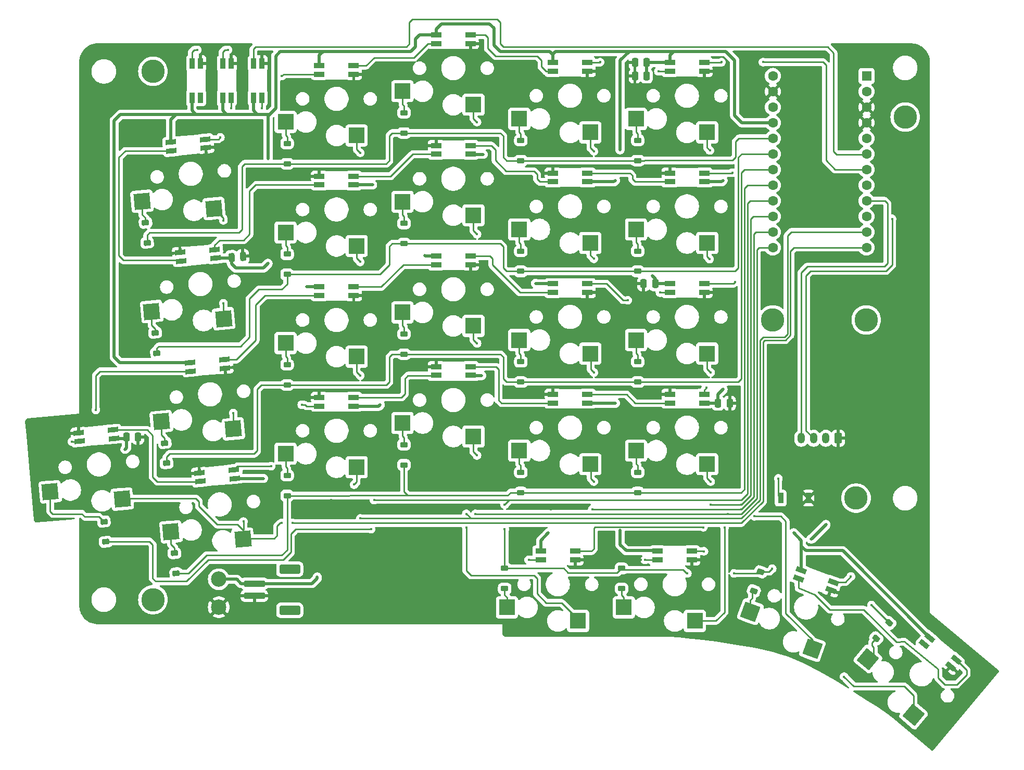
<source format=gbl>
G04 #@! TF.GenerationSoftware,KiCad,Pcbnew,8.0.5*
G04 #@! TF.CreationDate,2024-11-21T22:09:12+01:00*
G04 #@! TF.ProjectId,stellar,7374656c-6c61-4722-9e6b-696361645f70,rev?*
G04 #@! TF.SameCoordinates,Original*
G04 #@! TF.FileFunction,Copper,L2,Bot*
G04 #@! TF.FilePolarity,Positive*
%FSLAX46Y46*%
G04 Gerber Fmt 4.6, Leading zero omitted, Abs format (unit mm)*
G04 Created by KiCad (PCBNEW 8.0.5) date 2024-11-21 22:09:12*
%MOMM*%
%LPD*%
G01*
G04 APERTURE LIST*
G04 Aperture macros list*
%AMRoundRect*
0 Rectangle with rounded corners*
0 $1 Rounding radius*
0 $2 $3 $4 $5 $6 $7 $8 $9 X,Y pos of 4 corners*
0 Add a 4 corners polygon primitive as box body*
4,1,4,$2,$3,$4,$5,$6,$7,$8,$9,$2,$3,0*
0 Add four circle primitives for the rounded corners*
1,1,$1+$1,$2,$3*
1,1,$1+$1,$4,$5*
1,1,$1+$1,$6,$7*
1,1,$1+$1,$8,$9*
0 Add four rect primitives between the rounded corners*
20,1,$1+$1,$2,$3,$4,$5,0*
20,1,$1+$1,$4,$5,$6,$7,0*
20,1,$1+$1,$6,$7,$8,$9,0*
20,1,$1+$1,$8,$9,$2,$3,0*%
%AMRotRect*
0 Rectangle, with rotation*
0 The origin of the aperture is its center*
0 $1 length*
0 $2 width*
0 $3 Rotation angle, in degrees counterclockwise*
0 Add horizontal line*
21,1,$1,$2,0,0,$3*%
G04 Aperture macros list end*
G04 #@! TA.AperFunction,SMDPad,CuDef*
%ADD10R,2.600000X2.600000*%
G04 #@! TD*
G04 #@! TA.AperFunction,ComponentPad*
%ADD11RoundRect,0.250000X0.350000X0.625000X-0.350000X0.625000X-0.350000X-0.625000X0.350000X-0.625000X0*%
G04 #@! TD*
G04 #@! TA.AperFunction,ComponentPad*
%ADD12O,1.200000X1.750000*%
G04 #@! TD*
G04 #@! TA.AperFunction,ComponentPad*
%ADD13C,2.500000*%
G04 #@! TD*
G04 #@! TA.AperFunction,SMDPad,CuDef*
%ADD14RotRect,2.600000X2.600000X185.000000*%
G04 #@! TD*
G04 #@! TA.AperFunction,SMDPad,CuDef*
%ADD15RotRect,2.600000X2.600000X140.000000*%
G04 #@! TD*
G04 #@! TA.AperFunction,SMDPad,CuDef*
%ADD16RotRect,2.600000X2.600000X160.000000*%
G04 #@! TD*
G04 #@! TA.AperFunction,ComponentPad*
%ADD17C,2.600000*%
G04 #@! TD*
G04 #@! TA.AperFunction,ConnectorPad*
%ADD18C,3.800000*%
G04 #@! TD*
G04 #@! TA.AperFunction,SMDPad,CuDef*
%ADD19RoundRect,0.225000X0.375000X-0.225000X0.375000X0.225000X-0.375000X0.225000X-0.375000X-0.225000X0*%
G04 #@! TD*
G04 #@! TA.AperFunction,SMDPad,CuDef*
%ADD20R,1.700000X0.825000*%
G04 #@! TD*
G04 #@! TA.AperFunction,SMDPad,CuDef*
%ADD21RotRect,1.700000X0.825000X5.000000*%
G04 #@! TD*
G04 #@! TA.AperFunction,SMDPad,CuDef*
%ADD22RoundRect,0.250000X0.250000X0.475000X-0.250000X0.475000X-0.250000X-0.475000X0.250000X-0.475000X0*%
G04 #@! TD*
G04 #@! TA.AperFunction,SMDPad,CuDef*
%ADD23R,0.825000X1.700000*%
G04 #@! TD*
G04 #@! TA.AperFunction,ComponentPad*
%ADD24R,1.600000X1.600000*%
G04 #@! TD*
G04 #@! TA.AperFunction,ComponentPad*
%ADD25C,1.600000*%
G04 #@! TD*
G04 #@! TA.AperFunction,SMDPad,CuDef*
%ADD26RoundRect,0.225000X-0.375000X0.225000X-0.375000X-0.225000X0.375000X-0.225000X0.375000X0.225000X0*%
G04 #@! TD*
G04 #@! TA.AperFunction,SMDPad,CuDef*
%ADD27RoundRect,0.225000X0.393183X-0.191460X0.353963X0.256827X-0.393183X0.191460X-0.353963X-0.256827X0*%
G04 #@! TD*
G04 #@! TA.AperFunction,SMDPad,CuDef*
%ADD28RotRect,1.700000X0.825000X185.000000*%
G04 #@! TD*
G04 #@! TA.AperFunction,SMDPad,CuDef*
%ADD29RotRect,1.700000X0.825000X160.000000*%
G04 #@! TD*
G04 #@! TA.AperFunction,SMDPad,CuDef*
%ADD30RoundRect,0.250000X-1.500000X0.250000X-1.500000X-0.250000X1.500000X-0.250000X1.500000X0.250000X0*%
G04 #@! TD*
G04 #@! TA.AperFunction,SMDPad,CuDef*
%ADD31RoundRect,0.250001X-1.449999X0.499999X-1.449999X-0.499999X1.449999X-0.499999X1.449999X0.499999X0*%
G04 #@! TD*
G04 #@! TA.AperFunction,SMDPad,CuDef*
%ADD32RoundRect,0.250000X-0.207650X-0.494981X0.290448X-0.451404X0.207650X0.494981X-0.290448X0.451404X0*%
G04 #@! TD*
G04 #@! TA.AperFunction,SMDPad,CuDef*
%ADD33R,0.900000X1.700000*%
G04 #@! TD*
G04 #@! TA.AperFunction,SMDPad,CuDef*
%ADD34RotRect,1.700000X0.825000X140.000000*%
G04 #@! TD*
G04 #@! TA.AperFunction,SMDPad,CuDef*
%ADD35RoundRect,0.225000X-0.275430X0.339688X-0.429339X-0.083173X0.275430X-0.339688X0.429339X0.083173X0*%
G04 #@! TD*
G04 #@! TA.AperFunction,SMDPad,CuDef*
%ADD36RoundRect,0.225000X-0.142639X0.413405X-0.431894X0.068685X0.142639X-0.413405X0.431894X-0.068685X0*%
G04 #@! TD*
G04 #@! TA.AperFunction,SMDPad,CuDef*
%ADD37RoundRect,0.250000X-0.250000X-0.475000X0.250000X-0.475000X0.250000X0.475000X-0.250000X0.475000X0*%
G04 #@! TD*
G04 #@! TA.AperFunction,ViaPad*
%ADD38C,0.400000*%
G04 #@! TD*
G04 #@! TA.AperFunction,ViaPad*
%ADD39C,0.500000*%
G04 #@! TD*
G04 #@! TA.AperFunction,Conductor*
%ADD40C,0.500000*%
G04 #@! TD*
G04 #@! TA.AperFunction,Conductor*
%ADD41C,0.250000*%
G04 #@! TD*
G04 APERTURE END LIST*
D10*
X160323634Y-70247840D03*
X148773634Y-68047840D03*
X122323634Y-106747840D03*
X110773634Y-104547840D03*
X122323634Y-88747840D03*
X110773634Y-86547840D03*
X160323634Y-106247840D03*
X148773634Y-104047840D03*
D11*
X200630000Y-102034193D03*
D12*
X198630000Y-102034193D03*
X196630000Y-102034193D03*
X194630000Y-102034193D03*
D10*
X179323634Y-88247840D03*
X167773634Y-86047840D03*
D13*
X99892802Y-129527605D03*
D14*
X84187372Y-111926925D03*
X72489581Y-110741946D03*
D10*
X179323634Y-106247840D03*
X167773634Y-104047840D03*
X122323634Y-52747840D03*
X110773634Y-50547840D03*
X179323634Y-52247840D03*
X167773634Y-50047840D03*
D14*
X99123339Y-64645248D03*
X87425548Y-63460269D03*
D10*
X141323634Y-47747840D03*
X129773634Y-45547840D03*
D15*
X212895922Y-147079099D03*
X205462242Y-137969604D03*
D10*
X122323634Y-70747840D03*
X110773634Y-68547840D03*
X160323634Y-52247840D03*
X148773634Y-50047840D03*
D13*
X99892802Y-124977605D03*
D10*
X158323634Y-131747840D03*
X146773634Y-129547840D03*
X177323634Y-131747840D03*
X165773634Y-129547840D03*
D14*
X100692142Y-82576753D03*
X88994351Y-81391774D03*
D16*
X196461435Y-136277292D03*
X186360430Y-130259636D03*
D10*
X141323634Y-83747840D03*
X129773634Y-81547840D03*
D14*
X102260945Y-100508258D03*
X90563154Y-99323279D03*
D10*
X160323634Y-88247840D03*
X148773634Y-86047840D03*
D14*
X103829748Y-118439763D03*
X92131957Y-117254784D03*
D10*
X179323634Y-70247840D03*
X167773634Y-68047840D03*
X141323634Y-101747840D03*
X129773634Y-99547840D03*
X141323634Y-65747840D03*
X129773634Y-63547840D03*
D17*
X190003100Y-82775693D03*
D18*
X190003100Y-82775693D03*
D19*
X130019067Y-70365578D03*
X130019067Y-67065578D03*
D20*
X171248634Y-120397840D03*
X171248634Y-121797840D03*
X176848634Y-121797840D03*
X176848634Y-120397840D03*
D21*
X82846980Y-102056187D03*
X82724962Y-100661515D03*
X77146272Y-101149587D03*
X77268290Y-102544259D03*
D20*
X178848634Y-96297840D03*
X178848634Y-94897840D03*
X173248634Y-94897840D03*
X173248634Y-96297840D03*
X121848634Y-60797840D03*
X121848634Y-59397840D03*
X116248634Y-59397840D03*
X116248634Y-60797840D03*
X135248634Y-72397840D03*
X135248634Y-73797840D03*
X140848634Y-73797840D03*
X140848634Y-72397840D03*
D17*
X89203100Y-128293600D03*
D18*
X89203100Y-128293600D03*
D20*
X135248634Y-36397840D03*
X135248634Y-37797840D03*
X140848634Y-37797840D03*
X140848634Y-36397840D03*
D19*
X149019067Y-110865578D03*
X149019067Y-107565578D03*
D20*
X159848634Y-96297840D03*
X159848634Y-94897840D03*
X154248634Y-94897840D03*
X154248634Y-96297840D03*
D22*
X170883100Y-76893600D03*
X168983100Y-76893600D03*
D19*
X130019067Y-52365578D03*
X130019067Y-49065578D03*
D21*
X99351750Y-72706015D03*
X99229732Y-71311343D03*
X93651042Y-71799415D03*
X93773060Y-73194087D03*
D23*
X95523123Y-46623603D03*
X96923123Y-46623603D03*
X96923123Y-41023603D03*
X95523123Y-41023603D03*
D24*
X205250000Y-43064193D03*
D25*
X205250000Y-45604193D03*
X205250000Y-48144193D03*
X205250000Y-50684193D03*
X205250000Y-53224193D03*
X205250000Y-55764193D03*
X205250000Y-58304193D03*
X205250000Y-60844193D03*
X205250000Y-63384193D03*
X205250000Y-65924193D03*
X205250000Y-68464193D03*
X205250000Y-71004193D03*
X190010000Y-71004193D03*
X190010000Y-68464193D03*
X190010000Y-65924193D03*
X190010000Y-63384193D03*
X190010000Y-60844193D03*
X190010000Y-58304193D03*
X190010000Y-55764193D03*
X190010000Y-53224193D03*
X190010000Y-50684193D03*
X190010000Y-48144193D03*
X190010000Y-45604193D03*
X190010000Y-43064193D03*
D26*
X146402802Y-123197605D03*
X146402802Y-126497605D03*
D20*
X121848634Y-96797840D03*
X121848634Y-95397840D03*
X116248634Y-95397840D03*
X116248634Y-96797840D03*
D27*
X91401858Y-106093682D03*
X91114244Y-102806240D03*
D19*
X111019067Y-57365578D03*
X111019067Y-54065578D03*
D28*
X92082239Y-53867910D03*
X92204257Y-55262582D03*
X97782947Y-54774510D03*
X97660929Y-53379838D03*
D20*
X140848634Y-91797840D03*
X140848634Y-90397840D03*
X135248634Y-90397840D03*
X135248634Y-91797840D03*
D27*
X92970661Y-124025187D03*
X92683047Y-120737745D03*
D19*
X111019067Y-93365578D03*
X111019067Y-90065578D03*
D17*
X205203100Y-82775693D03*
D18*
X205203100Y-82775693D03*
D20*
X178848634Y-60297840D03*
X178848634Y-58897840D03*
X173248634Y-58897840D03*
X173248634Y-60297840D03*
D29*
X194634732Y-123534009D03*
X194155904Y-124849577D03*
X199418182Y-126764891D03*
X199897010Y-125449323D03*
D20*
X116248634Y-41397840D03*
X116248634Y-42797840D03*
X121848634Y-42797840D03*
X121848634Y-41397840D03*
X173248634Y-76897840D03*
X173248634Y-78297840D03*
X178848634Y-78297840D03*
X178848634Y-76897840D03*
D30*
X105692802Y-125677605D03*
X105692802Y-127677605D03*
D31*
X111442802Y-123327605D03*
X111442802Y-130027605D03*
D19*
X168019067Y-92865578D03*
X168019067Y-89565578D03*
D27*
X89833055Y-88162177D03*
X89545441Y-84874735D03*
D32*
X101956715Y-72606398D03*
X103849485Y-72440802D03*
D27*
X88264252Y-70230672D03*
X87976638Y-66943230D03*
D17*
X203541800Y-111774900D03*
D18*
X203541800Y-111774900D03*
D28*
X95219845Y-89730920D03*
X95341863Y-91125592D03*
X100920553Y-90637520D03*
X100798535Y-89242848D03*
D20*
X154248634Y-40897840D03*
X154248634Y-42297840D03*
X159848634Y-42297840D03*
X159848634Y-40897840D03*
D19*
X130019067Y-106365578D03*
X130019067Y-103065578D03*
D22*
X169472802Y-43073600D03*
X167572802Y-43073600D03*
D19*
X149019067Y-92865578D03*
X149019067Y-89565578D03*
D20*
X152248634Y-120397840D03*
X152248634Y-121797840D03*
X157848634Y-121797840D03*
X157848634Y-120397840D03*
D19*
X168019067Y-110865578D03*
X168019067Y-107565578D03*
X111019067Y-111365578D03*
X111019067Y-108065578D03*
D33*
X195791800Y-111774900D03*
X191291800Y-111774900D03*
D20*
X173248634Y-40897840D03*
X173248634Y-42297840D03*
X178848634Y-42297840D03*
X178848634Y-40897840D03*
D34*
X215537842Y-134479560D03*
X214637939Y-135552022D03*
X218927788Y-139151632D03*
X219827691Y-138079170D03*
D23*
X100523123Y-46623603D03*
X101923123Y-46623603D03*
X101923123Y-41023603D03*
X100523123Y-41023603D03*
D35*
X188047135Y-123767112D03*
X186918469Y-126868098D03*
D22*
X169472802Y-40873600D03*
X167572802Y-40873600D03*
D20*
X159848634Y-60297840D03*
X159848634Y-58897840D03*
X154248634Y-58897840D03*
X154248634Y-60297840D03*
D36*
X208942802Y-132057605D03*
X206821602Y-134585551D03*
D19*
X130019067Y-88365578D03*
X130019067Y-85065578D03*
X149019067Y-56865578D03*
X149019067Y-53565578D03*
X111019067Y-75365578D03*
X111019067Y-72065578D03*
D20*
X154248634Y-76897840D03*
X154248634Y-78297840D03*
X159848634Y-78297840D03*
X159848634Y-76897840D03*
D19*
X149019067Y-74865578D03*
X149019067Y-71565578D03*
D17*
X211541800Y-49774900D03*
D18*
X211541800Y-49774900D03*
D37*
X84853100Y-101840802D03*
X86753100Y-101840802D03*
D20*
X116248634Y-77397840D03*
X116248634Y-78797840D03*
X121848634Y-78797840D03*
X121848634Y-77397840D03*
D23*
X105523123Y-46623603D03*
X106923123Y-46623603D03*
X106923123Y-41023603D03*
X105523123Y-41023603D03*
D19*
X168019067Y-74865578D03*
X168019067Y-71565578D03*
D21*
X102489356Y-108569025D03*
X102367338Y-107174353D03*
X96788648Y-107662425D03*
X96910666Y-109057097D03*
D17*
X89203100Y-42323600D03*
D18*
X89203100Y-42323600D03*
D26*
X165404778Y-123197605D03*
X165404778Y-126497605D03*
D19*
X168019067Y-56865578D03*
X168019067Y-53565578D03*
D27*
X81508778Y-118886865D03*
X81221164Y-115599423D03*
D37*
X181103100Y-96323600D03*
X183003100Y-96323600D03*
D20*
X140848634Y-55797840D03*
X140848634Y-54397840D03*
X135248634Y-54397840D03*
X135248634Y-55797840D03*
D38*
X165153100Y-117023600D03*
D39*
X151403100Y-76823600D03*
D38*
X181903100Y-94073600D03*
D39*
X107903100Y-73573600D03*
D38*
X165153100Y-55073600D03*
D39*
X164403100Y-60073600D03*
X142653100Y-91823600D03*
X181903100Y-60073600D03*
X170403100Y-75573600D03*
X84653100Y-103823600D03*
X133403100Y-72323600D03*
X126153100Y-96573600D03*
X114153100Y-77323600D03*
X164403100Y-96323600D03*
X124903100Y-60797840D03*
D38*
X193403100Y-117423600D03*
X127653100Y-39073600D03*
D39*
X153503100Y-117423600D03*
D38*
X147653100Y-39073600D03*
D39*
X142903100Y-55823600D03*
X107903100Y-56573600D03*
X107157675Y-108569025D03*
D38*
X82903100Y-88823600D03*
X158903100Y-67073600D03*
X160603100Y-121823600D03*
X132403100Y-107323600D03*
X207403100Y-107323600D03*
X110903100Y-59073600D03*
X218903100Y-141223600D03*
X170903100Y-58573600D03*
X106903100Y-39323600D03*
X200203100Y-128823600D03*
X212403100Y-77323600D03*
X149153100Y-94573600D03*
X179403100Y-46323600D03*
X193003100Y-45623600D03*
X207403100Y-117323600D03*
X168403100Y-58573600D03*
X177503100Y-43623600D03*
X202403100Y-87323600D03*
X212403100Y-82323600D03*
X182203100Y-43623600D03*
X212403100Y-67323600D03*
X153903100Y-113573600D03*
X202403100Y-82323600D03*
X162903100Y-57823600D03*
X137403100Y-107323600D03*
X217803100Y-140223600D03*
X196903100Y-45623600D03*
X167653100Y-78573600D03*
X85653100Y-52323600D03*
X207403100Y-97323600D03*
X85653100Y-71323600D03*
X201603100Y-127623600D03*
X168503100Y-121823600D03*
X172703100Y-46223600D03*
X146903100Y-93823600D03*
X220503100Y-140123600D03*
X212403100Y-107323600D03*
X132153100Y-53323600D03*
X85653100Y-57573600D03*
X163203100Y-119623600D03*
X207403100Y-77323600D03*
X147403100Y-117323600D03*
X207403100Y-57323600D03*
X207403100Y-102323600D03*
X212403100Y-117323600D03*
X207403100Y-87323600D03*
X212403100Y-62323600D03*
X166153100Y-77323600D03*
X147403100Y-119823600D03*
X207403100Y-122323600D03*
X143403100Y-57323600D03*
X207403100Y-112323600D03*
X203903100Y-128823600D03*
X148903100Y-60073600D03*
X159153100Y-84823600D03*
X108153100Y-41073600D03*
X212403100Y-57323600D03*
X152403100Y-58073600D03*
X202403100Y-92323600D03*
X130653100Y-54073600D03*
X132153100Y-54823600D03*
X146903100Y-95323600D03*
X85653100Y-76573600D03*
X202403100Y-77323600D03*
X149903100Y-117323600D03*
X185503100Y-49223600D03*
X152403100Y-117323600D03*
X149903100Y-119823600D03*
X212403100Y-72323600D03*
X182203100Y-49223600D03*
X118153100Y-115073600D03*
X112903100Y-59823600D03*
X185503100Y-43623600D03*
X212403100Y-127323600D03*
X185503100Y-46523600D03*
X207403100Y-92323600D03*
X112903100Y-58323600D03*
X85653100Y-88073600D03*
X118153100Y-112073600D03*
X212403100Y-122323600D03*
X188403100Y-40823600D03*
X181653100Y-40823600D03*
X198653100Y-116073600D03*
X115903100Y-124623600D03*
X196203100Y-118423600D03*
X190903100Y-108573600D03*
X161903100Y-40823600D03*
X171403100Y-42323600D03*
X110153100Y-43073600D03*
X100153100Y-53073600D03*
X183903100Y-76573600D03*
X183403100Y-58823600D03*
X166403100Y-79573600D03*
X171653100Y-78323600D03*
X76003100Y-102573600D03*
X79903100Y-97423600D03*
X113403100Y-96573600D03*
X108403100Y-106573600D03*
X178703100Y-116523600D03*
X179203100Y-93823600D03*
X150303100Y-121823600D03*
X178803100Y-120423600D03*
X169203100Y-121823600D03*
X202703100Y-124523600D03*
X101403100Y-38823600D03*
X106903100Y-48323600D03*
X101903100Y-48323600D03*
X96403100Y-38823600D03*
X209403100Y-66323600D03*
X206055949Y-129170751D03*
X125153100Y-112073600D03*
X183703100Y-124023600D03*
X146403100Y-112823600D03*
X146403100Y-116823600D03*
X189903100Y-123267112D03*
X124653100Y-116823600D03*
X176103100Y-124023600D03*
X102260945Y-97931445D03*
X103903100Y-115573600D03*
X111903100Y-115823600D03*
X100653100Y-80073600D03*
X100653100Y-66573600D03*
X110153100Y-115823600D03*
X122903100Y-73323600D03*
X140153100Y-114323600D03*
X121903100Y-109573600D03*
X122903100Y-91823600D03*
X122903100Y-55573600D03*
X122903100Y-115073600D03*
X140153100Y-116573600D03*
X141903100Y-50573600D03*
X141653100Y-114323600D03*
X182153100Y-116573600D03*
X182653100Y-114323600D03*
X141903100Y-104823600D03*
X141903100Y-68823600D03*
X141903100Y-86573600D03*
X160903100Y-72823600D03*
X160903100Y-109073600D03*
X184903100Y-113573600D03*
X187003100Y-114723600D03*
X160903100Y-91323600D03*
X160653100Y-113573600D03*
X160903100Y-55323600D03*
X179715600Y-72886100D03*
X179903100Y-112823600D03*
X184903100Y-112823600D03*
X179903100Y-91323600D03*
X201603100Y-140823600D03*
X179903100Y-109073600D03*
X179778100Y-55198600D03*
D40*
X83810420Y-89730920D02*
X95219845Y-89730920D01*
D41*
X84853100Y-101927215D02*
X84724128Y-102056187D01*
D40*
X184963693Y-50684193D02*
X183803100Y-49523600D01*
X194653100Y-119573600D02*
X195403100Y-120323600D01*
X170883100Y-76893600D02*
X173244394Y-76893600D01*
X194653100Y-119573600D02*
X194653100Y-123515641D01*
X92082239Y-50144461D02*
X92903100Y-49323600D01*
X193403100Y-117423600D02*
X194653100Y-118673600D01*
X154653100Y-39073600D02*
X166903100Y-39073600D01*
X145653100Y-39073600D02*
X144653100Y-38073600D01*
X84903100Y-101890802D02*
X84903100Y-103573600D01*
X101153100Y-49323600D02*
X106153100Y-49323600D01*
X154248634Y-39573600D02*
X154248634Y-39478066D01*
X165153100Y-40573600D02*
X166653100Y-39073600D01*
X121874394Y-96823600D02*
X121848634Y-96797840D01*
X159874394Y-96323600D02*
X159848634Y-96297840D01*
X109903100Y-39073600D02*
X116903100Y-39073600D01*
X153503100Y-117423600D02*
X152248634Y-118678066D01*
X82903100Y-50323600D02*
X83903100Y-49323600D01*
X99351750Y-72706015D02*
X101857098Y-72706015D01*
X173903100Y-39073600D02*
X173248634Y-39728066D01*
X102653100Y-74323600D02*
X101956715Y-73627215D01*
X100523123Y-48323600D02*
X100523123Y-46623603D01*
X201381882Y-120323600D02*
X215537842Y-134479560D01*
X164403100Y-96323600D02*
X159874394Y-96323600D01*
X106153100Y-49323600D02*
X108153100Y-49323600D01*
X153748634Y-39073600D02*
X154248634Y-39573600D01*
X164403100Y-60073600D02*
X164178860Y-60297840D01*
X92082239Y-53867910D02*
X92082239Y-50144461D01*
X114153100Y-77323600D02*
X116174394Y-77323600D01*
X170883100Y-76053600D02*
X170883100Y-76893600D01*
X136153100Y-34573600D02*
X135248634Y-35478066D01*
X151403100Y-76823600D02*
X151477340Y-76897840D01*
X183803100Y-40523600D02*
X182353100Y-39073600D01*
X181103100Y-94873600D02*
X181103100Y-96323600D01*
X100523123Y-48693623D02*
X101153100Y-49323600D01*
X140874394Y-55823600D02*
X140848634Y-55797840D01*
X135248634Y-35478066D02*
X135248634Y-36397840D01*
X181903100Y-94073600D02*
X181103100Y-94873600D01*
X170403100Y-75573600D02*
X170883100Y-76053600D01*
X165153100Y-119323600D02*
X166153100Y-120323600D01*
X105533077Y-48703577D02*
X106153100Y-49323600D01*
X83903100Y-49323600D02*
X92903100Y-49323600D01*
X147653100Y-39073600D02*
X153748634Y-39073600D01*
X166653100Y-39073600D02*
X166903100Y-39073600D01*
X166153100Y-120323600D02*
X171174394Y-120323600D01*
X105523123Y-48703577D02*
X105533077Y-48703577D01*
X147653100Y-39073600D02*
X145653100Y-39073600D01*
X165153100Y-55073600D02*
X165153100Y-40573600D01*
X151477340Y-76897840D02*
X154248634Y-76897840D01*
X164178860Y-60297840D02*
X159848634Y-60297840D01*
X154248634Y-39478066D02*
X154653100Y-39073600D01*
X96153100Y-49323600D02*
X101153100Y-49323600D01*
X135248634Y-36397840D02*
X132578860Y-36397840D01*
X101956715Y-73627215D02*
X101956715Y-72606398D01*
X195403100Y-120323600D02*
X201381882Y-120323600D01*
X169472802Y-40873600D02*
X173224394Y-40873600D01*
X107153100Y-74323600D02*
X102653100Y-74323600D01*
X181903100Y-60073600D02*
X181678860Y-60297840D01*
X133477340Y-72397840D02*
X135248634Y-72397840D01*
X131903100Y-37073600D02*
X131903100Y-38323600D01*
X133403100Y-72323600D02*
X133477340Y-72397840D01*
X142653100Y-91823600D02*
X140874394Y-91823600D01*
X182353100Y-39073600D02*
X173903100Y-39073600D01*
X116903100Y-39073600D02*
X116248634Y-39728066D01*
X107903100Y-49573600D02*
X107903100Y-56573600D01*
X154248634Y-40897840D02*
X154248634Y-39573600D01*
X101857098Y-72706015D02*
X101956715Y-72606398D01*
X109153100Y-48323600D02*
X109153100Y-39823600D01*
X178848634Y-96297840D02*
X181077340Y-96297840D01*
X144653100Y-38073600D02*
X144653100Y-35323600D01*
X82903100Y-88823600D02*
X83810420Y-89730920D01*
X100523123Y-48703577D02*
X100523123Y-48323600D01*
X194653100Y-123515641D02*
X194634732Y-123534009D01*
X181077340Y-96297840D02*
X181103100Y-96323600D01*
X126153100Y-96573600D02*
X125903100Y-96823600D01*
X82903100Y-88823600D02*
X82903100Y-50323600D01*
X108153100Y-49323600D02*
X107903100Y-49573600D01*
X105523123Y-48703577D02*
X105523123Y-46623603D01*
X101956715Y-72606398D02*
X101903100Y-72660013D01*
X131153100Y-39073600D02*
X127653100Y-39073600D01*
X124903100Y-60797840D02*
X121848634Y-60797840D01*
X152248634Y-118678066D02*
X152248634Y-120397840D01*
X171174394Y-120323600D02*
X171248634Y-120397840D01*
X144653100Y-35323600D02*
X143903100Y-34573600D01*
X92903100Y-49323600D02*
X96153100Y-49323600D01*
X109153100Y-39823600D02*
X109903100Y-39073600D01*
X173244394Y-76893600D02*
X173248634Y-76897840D01*
X173224394Y-40873600D02*
X173248634Y-40897840D01*
X183803100Y-49523600D02*
X183803100Y-40523600D01*
X132578860Y-36397840D02*
X131903100Y-37073600D01*
X142903100Y-55823600D02*
X140874394Y-55823600D01*
X165153100Y-117023600D02*
X165153100Y-119323600D01*
X95523123Y-46623603D02*
X95523123Y-48693623D01*
X131903100Y-38323600D02*
X131153100Y-39073600D01*
X169472802Y-40873600D02*
X169472802Y-43073600D01*
X95523123Y-48693623D02*
X96153100Y-49323600D01*
X107903100Y-73573600D02*
X107153100Y-74323600D01*
X100523123Y-48323600D02*
X100523123Y-48693623D01*
X116174394Y-77323600D02*
X116248634Y-77397840D01*
X82846980Y-102056187D02*
X84724128Y-102056187D01*
X116248634Y-39728066D02*
X116248634Y-41397840D01*
X84853100Y-101840802D02*
X84903100Y-101890802D01*
X173248634Y-39728066D02*
X173248634Y-40897840D01*
X166903100Y-39073600D02*
X173903100Y-39073600D01*
X140874394Y-91823600D02*
X140848634Y-91797840D01*
X107157675Y-108569025D02*
X102489356Y-108569025D01*
X194653100Y-118673600D02*
X194653100Y-119573600D01*
D41*
X84853100Y-101840802D02*
X84853100Y-101927215D01*
D40*
X84903100Y-103573600D02*
X84653100Y-103823600D01*
X143903100Y-34573600D02*
X136153100Y-34573600D01*
X181678860Y-60297840D02*
X178848634Y-60297840D01*
X127653100Y-39073600D02*
X116903100Y-39073600D01*
X108153100Y-49323600D02*
X109153100Y-48323600D01*
X125903100Y-96823600D02*
X121874394Y-96823600D01*
X190010000Y-50684193D02*
X184963693Y-50684193D01*
D41*
X111019067Y-70939567D02*
X110773634Y-70694134D01*
X111019067Y-72065578D02*
X111019067Y-70939567D01*
X110773634Y-70694134D02*
X110773634Y-68547840D01*
X87425548Y-65596048D02*
X87425548Y-63460269D01*
X87976638Y-66147138D02*
X87425548Y-65596048D01*
X87976638Y-66943230D02*
X87976638Y-66147138D01*
X110773634Y-52694134D02*
X110773634Y-50547840D01*
X111019067Y-52939567D02*
X110773634Y-52694134D01*
X111019067Y-54065578D02*
X111019067Y-52939567D01*
X130019067Y-49065578D02*
X130019067Y-47939567D01*
X129773634Y-47694134D02*
X129773634Y-45547840D01*
X130019067Y-47939567D02*
X129773634Y-47694134D01*
X148773634Y-52194134D02*
X148773634Y-50047840D01*
X149019067Y-52439567D02*
X148773634Y-52194134D01*
X149019067Y-53565578D02*
X149019067Y-52439567D01*
X168019067Y-53565578D02*
X168019067Y-52439567D01*
X168019067Y-52439567D02*
X167773634Y-52194134D01*
X167773634Y-52194134D02*
X167773634Y-50047840D01*
X88994351Y-83664851D02*
X88994351Y-81391774D01*
X89545441Y-84215941D02*
X88994351Y-83664851D01*
X89545441Y-84874735D02*
X89545441Y-84215941D01*
X130019067Y-67065578D02*
X130019067Y-65939567D01*
X130019067Y-65939567D02*
X129773634Y-65694134D01*
X129773634Y-65694134D02*
X129773634Y-63547840D01*
X148773634Y-70194134D02*
X148773634Y-68047840D01*
X149019067Y-71565578D02*
X149019067Y-70439567D01*
X149019067Y-70439567D02*
X148773634Y-70194134D01*
X167773634Y-70194134D02*
X167773634Y-68047840D01*
X168019067Y-70439567D02*
X167773634Y-70194134D01*
X168019067Y-71565578D02*
X168019067Y-70439567D01*
X91114244Y-102034744D02*
X90563154Y-101483654D01*
X90563154Y-101483654D02*
X90563154Y-99323279D01*
X91114244Y-102806240D02*
X91114244Y-102034744D01*
X111019067Y-88939567D02*
X110773634Y-88694134D01*
X110773634Y-88694134D02*
X110773634Y-86547840D01*
X111019067Y-90065578D02*
X111019067Y-88939567D01*
X130019067Y-85065578D02*
X130019067Y-83939567D01*
X129773634Y-83694134D02*
X129773634Y-81547840D01*
X130019067Y-83939567D02*
X129773634Y-83694134D01*
X149019067Y-88439567D02*
X148773634Y-88194134D01*
X149019067Y-89565578D02*
X149019067Y-88439567D01*
X148773634Y-88194134D02*
X148773634Y-86047840D01*
X168019067Y-88439567D02*
X167773634Y-88194134D01*
X168019067Y-89565578D02*
X168019067Y-88439567D01*
X167773634Y-88194134D02*
X167773634Y-86047840D01*
X92131957Y-119302457D02*
X92131957Y-117254784D01*
X92683047Y-120737745D02*
X92683047Y-119853547D01*
X92683047Y-119853547D02*
X92131957Y-119302457D01*
X111019067Y-106939567D02*
X110773634Y-106694134D01*
X111019067Y-108065578D02*
X111019067Y-106939567D01*
X110773634Y-106694134D02*
X110773634Y-104547840D01*
X130019067Y-101939567D02*
X129773634Y-101694134D01*
X129773634Y-101694134D02*
X129773634Y-99547840D01*
X130019067Y-103065578D02*
X130019067Y-101939567D01*
X148773634Y-106194134D02*
X148773634Y-104047840D01*
X149019067Y-107565578D02*
X149019067Y-106439567D01*
X149019067Y-106439567D02*
X148773634Y-106194134D01*
X168019067Y-107565578D02*
X168019067Y-106439567D01*
X167773634Y-106194134D02*
X167773634Y-104047840D01*
X168019067Y-106439567D02*
X167773634Y-106194134D01*
X72489581Y-113910081D02*
X72489581Y-110741946D01*
X77653100Y-114323600D02*
X72903100Y-114323600D01*
X78153100Y-114823600D02*
X77653100Y-114323600D01*
X72903100Y-114323600D02*
X72489581Y-113910081D01*
X81221164Y-115599423D02*
X80445341Y-114823600D01*
X80445341Y-114823600D02*
X78153100Y-114823600D01*
X146773634Y-129547840D02*
X146773634Y-127944134D01*
X146773634Y-127944134D02*
X146402802Y-127573302D01*
X146402802Y-127573302D02*
X146402802Y-126497605D01*
X165403100Y-126499283D02*
X165404778Y-126497605D01*
X165403100Y-127573600D02*
X165403100Y-126499283D01*
X165773634Y-127944134D02*
X165403100Y-127573600D01*
X165773634Y-129547840D02*
X165773634Y-127944134D01*
X186653100Y-127133467D02*
X186653100Y-128073600D01*
X186360430Y-128366270D02*
X186360430Y-130259636D01*
X186653100Y-128073600D02*
X186360430Y-128366270D01*
X186918469Y-126868098D02*
X186653100Y-127133467D01*
X206153100Y-135823600D02*
X206153100Y-135254053D01*
X206403100Y-137028746D02*
X206403100Y-136073600D01*
X205462242Y-137969604D02*
X206403100Y-137028746D01*
X206403100Y-136073600D02*
X206153100Y-135823600D01*
X206153100Y-135254053D02*
X206821602Y-134585551D01*
X181653100Y-40823600D02*
X181578860Y-40897840D01*
X198653100Y-41323600D02*
X198153100Y-40823600D01*
X198653100Y-56823600D02*
X200133693Y-58304193D01*
X205250000Y-58304193D02*
X200133693Y-58304193D01*
X198653100Y-56823600D02*
X198653100Y-41323600D01*
X198153100Y-40823600D02*
X188403100Y-40823600D01*
X181578860Y-40897840D02*
X178848634Y-40897840D01*
D40*
X196203100Y-118423600D02*
X196303100Y-118423600D01*
X115049095Y-125677605D02*
X115903100Y-124823600D01*
X103507105Y-125677605D02*
X105692802Y-125677605D01*
X196303100Y-118423600D02*
X198653100Y-116073600D01*
X115903100Y-124823600D02*
X115903100Y-124623600D01*
X99892802Y-124977605D02*
X102807105Y-124977605D01*
X105692802Y-125677605D02*
X115049095Y-125677605D01*
X102807105Y-124977605D02*
X103507105Y-125677605D01*
D41*
X190903100Y-111386200D02*
X191291800Y-111774900D01*
X190903100Y-108573600D02*
X190903100Y-111386200D01*
X161828860Y-40897840D02*
X159848634Y-40897840D01*
X161903100Y-40823600D02*
X161828860Y-40897840D01*
X173222874Y-42323600D02*
X173248634Y-42297840D01*
X171403100Y-42323600D02*
X173222874Y-42323600D01*
X143653100Y-38573600D02*
X143653100Y-36823600D01*
X152403100Y-41573600D02*
X152403100Y-40573600D01*
X143653100Y-36823600D02*
X143227340Y-36397840D01*
X151653100Y-39823600D02*
X144903100Y-39823600D01*
X152403100Y-40573600D02*
X151653100Y-39823600D01*
X144903100Y-39823600D02*
X143653100Y-38573600D01*
X153127340Y-42297840D02*
X152403100Y-41573600D01*
X154248634Y-42297840D02*
X153127340Y-42297840D01*
X143227340Y-36397840D02*
X140848634Y-36397840D01*
X131653100Y-40073600D02*
X125153100Y-40073600D01*
X135248634Y-37797840D02*
X135222874Y-37823600D01*
X135222874Y-37823600D02*
X133903100Y-37823600D01*
X123828860Y-41397840D02*
X121848634Y-41397840D01*
X125153100Y-40073600D02*
X123828860Y-41397840D01*
X133903100Y-37823600D02*
X131653100Y-40073600D01*
X99846862Y-53379838D02*
X97660929Y-53379838D01*
X110428860Y-42797840D02*
X110153100Y-43073600D01*
X116248634Y-42797840D02*
X110428860Y-42797840D01*
X100153100Y-53073600D02*
X99846862Y-53379838D01*
X84403100Y-73073600D02*
X93652573Y-73073600D01*
X93652573Y-73073600D02*
X93773060Y-73194087D01*
X83653100Y-72323600D02*
X84403100Y-73073600D01*
X83653100Y-56323600D02*
X83653100Y-72323600D01*
X84714118Y-55262582D02*
X83653100Y-56323600D01*
X92204257Y-55262582D02*
X84714118Y-55262582D01*
X104903100Y-61823600D02*
X104903100Y-68823600D01*
X99229732Y-70621968D02*
X99229732Y-71311343D01*
X116248634Y-60797840D02*
X105928860Y-60797840D01*
X103903100Y-69823600D02*
X100028100Y-69823600D01*
X104903100Y-68823600D02*
X103903100Y-69823600D01*
X100028100Y-69823600D02*
X99229732Y-70621968D01*
X105928860Y-60797840D02*
X104903100Y-61823600D01*
X131428860Y-55797840D02*
X127828860Y-59397840D01*
X127828860Y-59397840D02*
X121848634Y-59397840D01*
X135248634Y-55797840D02*
X131428860Y-55797840D01*
X152127340Y-60297840D02*
X151653100Y-59823600D01*
X151653100Y-59073600D02*
X151153100Y-58573600D01*
X151153100Y-58573600D02*
X146653100Y-58573600D01*
X144903100Y-55073600D02*
X144227340Y-54397840D01*
X146653100Y-58573600D02*
X144903100Y-56823600D01*
X154248634Y-60297840D02*
X152127340Y-60297840D01*
X151653100Y-59823600D02*
X151653100Y-59073600D01*
X144227340Y-54397840D02*
X140848634Y-54397840D01*
X144903100Y-56823600D02*
X144903100Y-55073600D01*
X166764460Y-58897840D02*
X159848634Y-58897840D01*
X167601580Y-60297840D02*
X167153100Y-59849360D01*
X167153100Y-59849360D02*
X167153100Y-59286480D01*
X173248634Y-60297840D02*
X167601580Y-60297840D01*
X167153100Y-59286480D02*
X166764460Y-58897840D01*
X183328860Y-58897840D02*
X183403100Y-58823600D01*
X183578860Y-76897840D02*
X178848634Y-76897840D01*
X178848634Y-58897840D02*
X183328860Y-58897840D01*
X183903100Y-76573600D02*
X183578860Y-76897840D01*
X165653100Y-79573600D02*
X162977340Y-76897840D01*
X173222874Y-78323600D02*
X173248634Y-78297840D01*
X166403100Y-79573600D02*
X165653100Y-79573600D01*
X171653100Y-78323600D02*
X173222874Y-78323600D01*
X162977340Y-76897840D02*
X159848634Y-76897840D01*
X143977340Y-72397840D02*
X140848634Y-72397840D01*
X154248634Y-78297840D02*
X148877340Y-78297840D01*
X148877340Y-78297840D02*
X144403100Y-73823600D01*
X144403100Y-73823600D02*
X144403100Y-72823600D01*
X144403100Y-72823600D02*
X143977340Y-72397840D01*
X135222874Y-73823600D02*
X135248634Y-73797840D01*
X126328860Y-77397840D02*
X129903100Y-73823600D01*
X121848634Y-77397840D02*
X126328860Y-77397840D01*
X129903100Y-73823600D02*
X135222874Y-73823600D01*
X107428860Y-78797840D02*
X105903100Y-80323600D01*
X105903100Y-86073600D02*
X102733852Y-89242848D01*
X105903100Y-80323600D02*
X105903100Y-86073600D01*
X102733852Y-89242848D02*
X100798535Y-89242848D01*
X116248634Y-78797840D02*
X107428860Y-78797840D01*
X77238949Y-102573600D02*
X77268290Y-102544259D01*
X79903100Y-97423600D02*
X79903100Y-91823600D01*
X76003100Y-102573600D02*
X77238949Y-102573600D01*
X80601108Y-91125592D02*
X95341863Y-91125592D01*
X79903100Y-91823600D02*
X80601108Y-91125592D01*
X96894163Y-109073600D02*
X89903100Y-109073600D01*
X96910666Y-109057097D02*
X96894163Y-109073600D01*
X89903100Y-109073600D02*
X89153100Y-108323600D01*
X89153100Y-101573600D02*
X88241015Y-100661515D01*
X88241015Y-100661515D02*
X82724962Y-100661515D01*
X89153100Y-108323600D02*
X89153100Y-101573600D01*
X114153100Y-96823600D02*
X116222874Y-96823600D01*
X116222874Y-96823600D02*
X116248634Y-96797840D01*
X113403100Y-96573600D02*
X113903100Y-96573600D01*
X102968091Y-106573600D02*
X102367338Y-107174353D01*
X108403100Y-106573600D02*
X102968091Y-106573600D01*
X113903100Y-96573600D02*
X114153100Y-96823600D01*
X130153100Y-92323600D02*
X130653100Y-91823600D01*
X130653100Y-91823600D02*
X135222874Y-91823600D01*
X135222874Y-91823600D02*
X135248634Y-91797840D01*
X129578860Y-95397840D02*
X130153100Y-94823600D01*
X130153100Y-94823600D02*
X130153100Y-92323600D01*
X121848634Y-95397840D02*
X129578860Y-95397840D01*
X145877340Y-96297840D02*
X154248634Y-96297840D01*
X145403100Y-90823600D02*
X145403100Y-95823600D01*
X140848634Y-90397840D02*
X144977340Y-90397840D01*
X145403100Y-95823600D02*
X145877340Y-96297840D01*
X144977340Y-90397840D02*
X145403100Y-90823600D01*
X166227340Y-94897840D02*
X167653100Y-96323600D01*
X173222874Y-96323600D02*
X173248634Y-96297840D01*
X167653100Y-96323600D02*
X173222874Y-96323600D01*
X159848634Y-94897840D02*
X166227340Y-94897840D01*
X160903100Y-116673600D02*
X160903100Y-120023600D01*
X160528860Y-120397840D02*
X157848634Y-120397840D01*
X160903100Y-120023600D02*
X160528860Y-120397840D01*
X161128100Y-116448600D02*
X160903100Y-116673600D01*
X178628100Y-116448600D02*
X161128100Y-116448600D01*
X178703100Y-116523600D02*
X178628100Y-116448600D01*
X178848634Y-94178066D02*
X179203100Y-93823600D01*
X178848634Y-94897840D02*
X178848634Y-94178066D01*
X178777340Y-120397840D02*
X176848634Y-120397840D01*
X152248634Y-121797840D02*
X150328860Y-121797840D01*
X178803100Y-120423600D02*
X178777340Y-120397840D01*
X150328860Y-121797840D02*
X150303100Y-121823600D01*
X169228860Y-121797840D02*
X169203100Y-121823600D01*
X202703100Y-124523600D02*
X201777377Y-125449323D01*
X171248634Y-121797840D02*
X169228860Y-121797840D01*
X201777377Y-125449323D02*
X199897010Y-125449323D01*
X194155904Y-124849577D02*
X194203100Y-126423600D01*
X196803100Y-127523600D02*
X199303100Y-129923600D01*
X219903100Y-142123600D02*
X221503100Y-140523600D01*
X210103100Y-135223600D02*
X211403100Y-135123600D01*
X216903100Y-141023600D02*
X218003100Y-142123600D01*
X221503100Y-139754579D02*
X219827691Y-138079170D01*
X216903100Y-139623600D02*
X216903100Y-141023600D01*
X199303100Y-129923600D02*
X204803100Y-129923600D01*
X194203100Y-126423600D02*
X196803100Y-127523600D01*
X221503100Y-140523600D02*
X221503100Y-139754579D01*
X218003100Y-142123600D02*
X219903100Y-142123600D01*
X204803100Y-129923600D02*
X210103100Y-135223600D01*
X211403100Y-135123600D02*
X216903100Y-139623600D01*
X105523123Y-41023603D02*
X105523123Y-38703577D01*
X145653100Y-37823600D02*
X146153100Y-38323600D01*
X130903100Y-37823600D02*
X130903100Y-34323600D01*
X198903100Y-38323600D02*
X199903100Y-39323600D01*
X105523123Y-38703577D02*
X105903100Y-38323600D01*
X130403100Y-38323600D02*
X130903100Y-37823600D01*
X145653100Y-34323600D02*
X145653100Y-37823600D01*
X130903100Y-34323600D02*
X131403100Y-33823600D01*
X199903100Y-39323600D02*
X199903100Y-55323600D01*
X200403100Y-55823600D02*
X205190593Y-55823600D01*
X105903100Y-38323600D02*
X130403100Y-38323600D01*
X205190593Y-55823600D02*
X205250000Y-55764193D01*
X146153100Y-38323600D02*
X198903100Y-38323600D01*
X131403100Y-33823600D02*
X145153100Y-33823600D01*
X145153100Y-33823600D02*
X145653100Y-34323600D01*
X199903100Y-55323600D02*
X200403100Y-55823600D01*
X100903100Y-38823600D02*
X100523123Y-39203577D01*
X101403100Y-38823600D02*
X100903100Y-38823600D01*
X106923123Y-48303577D02*
X106903100Y-48323600D01*
X106923123Y-46623603D02*
X106923123Y-48303577D01*
X100523123Y-39203577D02*
X100523123Y-41023603D01*
X101923123Y-48303577D02*
X101903100Y-48323600D01*
X101923123Y-46623603D02*
X101923123Y-48303577D01*
X95523123Y-39203577D02*
X95523123Y-41023603D01*
X95903100Y-38823600D02*
X95523123Y-39203577D01*
X96403100Y-38823600D02*
X95903100Y-38823600D01*
X195403100Y-100807293D02*
X195403100Y-75573600D01*
X195403100Y-75573600D02*
X196153100Y-74823600D01*
X196630000Y-102034193D02*
X195403100Y-100807293D01*
X209403100Y-73823600D02*
X209403100Y-66323600D01*
X196153100Y-74823600D02*
X208403100Y-74823600D01*
X208403100Y-74823600D02*
X209403100Y-73823600D01*
X208653100Y-63823600D02*
X208213693Y-63384193D01*
X195653100Y-74073600D02*
X208153100Y-74073600D01*
X194653100Y-102011093D02*
X194653100Y-75073600D01*
X194653100Y-75073600D02*
X195653100Y-74073600D01*
X208153100Y-74073600D02*
X208653100Y-73573600D01*
X208213693Y-63384193D02*
X205250000Y-63384193D01*
X208653100Y-73573600D02*
X208653100Y-63823600D01*
X194630000Y-102034193D02*
X194653100Y-102011093D01*
X88264252Y-68962448D02*
X88653100Y-68573600D01*
X146153100Y-56323600D02*
X146153100Y-52823600D01*
X88264252Y-70230672D02*
X88264252Y-68962448D01*
X168019067Y-56865578D02*
X169111122Y-56865578D01*
X127111122Y-57365578D02*
X127653100Y-56823600D01*
X169111122Y-56865578D02*
X169153100Y-56823600D01*
X169153100Y-56823600D02*
X183403100Y-56823600D01*
X111019067Y-57365578D02*
X127111122Y-57365578D01*
X127653100Y-56823600D02*
X127653100Y-52823600D01*
X183953100Y-56273600D02*
X183953100Y-53773600D01*
X128111122Y-52365578D02*
X130019067Y-52365578D01*
X103153100Y-68573600D02*
X103653100Y-68073600D01*
X149019067Y-56865578D02*
X146695078Y-56865578D01*
X146153100Y-52823600D02*
X145695078Y-52365578D01*
X183953100Y-53773600D02*
X184502507Y-53224193D01*
X168019067Y-56865578D02*
X149019067Y-56865578D01*
X146695078Y-56865578D02*
X146153100Y-56323600D01*
X184502507Y-53224193D02*
X190010000Y-53224193D01*
X183403100Y-56823600D02*
X183953100Y-56273600D01*
X145695078Y-52365578D02*
X130019067Y-52365578D01*
X103653100Y-57823600D02*
X104111122Y-57365578D01*
X103653100Y-68073600D02*
X103653100Y-57823600D01*
X127653100Y-52823600D02*
X128111122Y-52365578D01*
X88653100Y-68573600D02*
X103153100Y-68573600D01*
X104111122Y-57365578D02*
X111019067Y-57365578D01*
X127653100Y-73823600D02*
X126111122Y-75365578D01*
X128111122Y-70365578D02*
X127653100Y-70823600D01*
X130019067Y-70365578D02*
X128111122Y-70365578D01*
X183861122Y-74865578D02*
X184403100Y-74323600D01*
X106403100Y-77823600D02*
X110153100Y-77823600D01*
X149019067Y-74865578D02*
X168019067Y-74865578D01*
X130019067Y-70365578D02*
X145695078Y-70365578D01*
X190010000Y-55764193D02*
X184962507Y-55764193D01*
X89833055Y-88162177D02*
X89833055Y-87393645D01*
X111019067Y-76957633D02*
X111019067Y-75365578D01*
X90153100Y-87073600D02*
X103403100Y-87073600D01*
X127653100Y-70823600D02*
X127653100Y-73823600D01*
X146153100Y-70823600D02*
X146153100Y-74323600D01*
X126111122Y-75365578D02*
X111019067Y-75365578D01*
X146153100Y-74323600D02*
X146695078Y-74865578D01*
X89833055Y-87393645D02*
X90153100Y-87073600D01*
X168019067Y-74865578D02*
X183861122Y-74865578D01*
X146695078Y-74865578D02*
X149019067Y-74865578D01*
X104903100Y-79323600D02*
X106403100Y-77823600D01*
X110153100Y-77823600D02*
X111019067Y-76957633D01*
X104903100Y-85573600D02*
X104903100Y-79323600D01*
X184962507Y-55764193D02*
X184403100Y-56323600D01*
X103403100Y-87073600D02*
X104903100Y-85573600D01*
X184403100Y-56323600D02*
X184403100Y-74323600D01*
X145695078Y-70365578D02*
X146153100Y-70823600D01*
X146153100Y-92323600D02*
X146153100Y-88823600D01*
X168019067Y-92865578D02*
X184361122Y-92865578D01*
X128111122Y-88365578D02*
X127653100Y-88823600D01*
X130019067Y-88365578D02*
X128111122Y-88365578D01*
X149019067Y-92865578D02*
X146695078Y-92865578D01*
X106153100Y-94073600D02*
X106153100Y-104073600D01*
X146153100Y-88823600D02*
X145695078Y-88365578D01*
X127653100Y-92823600D02*
X127111122Y-93365578D01*
X184903100Y-58823600D02*
X185422507Y-58304193D01*
X184903100Y-92323600D02*
X184903100Y-58823600D01*
X91401858Y-105072358D02*
X91401858Y-106093682D01*
X127653100Y-88823600D02*
X127653100Y-92823600D01*
X185422507Y-58304193D02*
X190010000Y-58304193D01*
X91653100Y-104823600D02*
X91650616Y-104823600D01*
X145695078Y-88365578D02*
X130019067Y-88365578D01*
X111019067Y-93365578D02*
X106861122Y-93365578D01*
X127111122Y-93365578D02*
X111019067Y-93365578D01*
X149019067Y-92865578D02*
X168019067Y-92865578D01*
X146695078Y-92865578D02*
X146153100Y-92323600D01*
X105653100Y-104573600D02*
X91903100Y-104573600D01*
X91650616Y-104823600D02*
X91401858Y-105072358D01*
X91903100Y-104573600D02*
X91653100Y-104823600D01*
X184361122Y-92865578D02*
X184903100Y-92323600D01*
X106153100Y-104073600D02*
X105653100Y-104573600D01*
X106861122Y-93365578D02*
X106153100Y-94073600D01*
X134977089Y-111323600D02*
X131153100Y-111323600D01*
X110153100Y-121073600D02*
X111019067Y-120207633D01*
X92970661Y-124025187D02*
X94951513Y-124025187D01*
X94951513Y-124025187D02*
X97903100Y-121073600D01*
X184861122Y-110865578D02*
X185403100Y-110323600D01*
X134977089Y-111323600D02*
X146903100Y-111323600D01*
X185882507Y-60844193D02*
X190010000Y-60844193D01*
X168019067Y-110865578D02*
X184861122Y-110865578D01*
X147361122Y-110865578D02*
X149019067Y-110865578D01*
X130019067Y-110689567D02*
X130653100Y-111323600D01*
X131153100Y-111323600D02*
X111019067Y-111365578D01*
X185403100Y-110323600D02*
X185403100Y-61323600D01*
X111019067Y-120207633D02*
X111019067Y-111365578D01*
X185403100Y-61323600D02*
X185882507Y-60844193D01*
X168019067Y-110865578D02*
X149019067Y-110865578D01*
X130019067Y-106365578D02*
X130019067Y-110689567D01*
X130653100Y-111323600D02*
X134977089Y-111323600D01*
X97903100Y-121073600D02*
X110153100Y-121073600D01*
X146903100Y-111323600D02*
X147361122Y-110865578D01*
X146403100Y-112823600D02*
X147153100Y-112073600D01*
X88653100Y-118823600D02*
X81572043Y-118823600D01*
X176003100Y-124023600D02*
X175403100Y-123423600D01*
X187790647Y-124023600D02*
X188047135Y-123767112D01*
X125153100Y-112073600D02*
X184903100Y-112073600D01*
X185903100Y-111073600D02*
X185903100Y-63823600D01*
X89653100Y-125323600D02*
X89153100Y-124823600D01*
X98153100Y-121823600D02*
X94653100Y-125323600D01*
X111653100Y-117573600D02*
X111653100Y-120573600D01*
X111653100Y-120573600D02*
X110403100Y-121823600D01*
X112403100Y-116823600D02*
X111653100Y-117573600D01*
X146403100Y-116823600D02*
X146403100Y-123197307D01*
X124653100Y-116823600D02*
X112403100Y-116823600D01*
X94653100Y-125323600D02*
X89653100Y-125323600D01*
X146402802Y-123197605D02*
X155977105Y-123197605D01*
X155977105Y-123197605D02*
X156703100Y-123923600D01*
X156703100Y-123923600D02*
X164678783Y-123923600D01*
X110403100Y-121823600D02*
X98153100Y-121823600D01*
X206055949Y-129170752D02*
X208942802Y-132057605D01*
X184903100Y-112073600D02*
X185903100Y-111073600D01*
X188047135Y-123767112D02*
X189403100Y-123767112D01*
X183703100Y-124023600D02*
X187790647Y-124023600D01*
X165630773Y-123423600D02*
X165404778Y-123197605D01*
X89153100Y-124823600D02*
X89153100Y-119323600D01*
X175403100Y-123423600D02*
X165630773Y-123423600D01*
X185903100Y-63823600D02*
X186342507Y-63384193D01*
X81572043Y-118823600D02*
X81508778Y-118886865D01*
X186342507Y-63384193D02*
X190010000Y-63384193D01*
X89153100Y-119323600D02*
X88653100Y-118823600D01*
X146403100Y-123197307D02*
X146402802Y-123197605D01*
X189403100Y-123767112D02*
X189903100Y-123267112D01*
X206055949Y-129170751D02*
X206055949Y-129170752D01*
X164678783Y-123923600D02*
X165404778Y-123197605D01*
X188653100Y-86073600D02*
X188403100Y-86323600D01*
X109903100Y-115823600D02*
X109403100Y-116323600D01*
X99653100Y-116073600D02*
X102903100Y-116073600D01*
X103945911Y-118323600D02*
X103829748Y-118439763D01*
X103903100Y-116926896D02*
X103903100Y-115573600D01*
X192853100Y-71623600D02*
X192853100Y-85259996D01*
X103829748Y-117000248D02*
X103903100Y-116926896D01*
X100653100Y-82537711D02*
X100692142Y-82576753D01*
X108903100Y-118323600D02*
X103945911Y-118323600D01*
X192853100Y-85259996D02*
X192039496Y-86073600D01*
X102260945Y-97931445D02*
X102260945Y-100508258D01*
X84290697Y-111823600D02*
X96153100Y-111823600D01*
X188403100Y-86323600D02*
X188403100Y-112323600D01*
X84187372Y-111926925D02*
X84290697Y-111823600D01*
X192039496Y-86073600D02*
X188653100Y-86073600D01*
X96653100Y-113073600D02*
X99653100Y-116073600D01*
X188403100Y-112323600D02*
X184903100Y-115823600D01*
X193472507Y-71004193D02*
X192853100Y-71623600D01*
X100653100Y-80073600D02*
X100653100Y-82537711D01*
X111903100Y-115823600D02*
X184903100Y-115823600D01*
X96653100Y-112323600D02*
X96653100Y-113073600D01*
X109403100Y-117823600D02*
X108903100Y-118323600D01*
X100653100Y-66175009D02*
X100653100Y-66573600D01*
X102903100Y-116073600D02*
X103829748Y-117000248D01*
X110153100Y-115823600D02*
X109903100Y-115823600D01*
X103829748Y-117000248D02*
X103829748Y-118439763D01*
X205250000Y-71004193D02*
X193472507Y-71004193D01*
X96153100Y-111823600D02*
X96653100Y-112323600D01*
X109403100Y-116323600D02*
X109403100Y-117823600D01*
X99123339Y-64645248D02*
X100653100Y-66175009D01*
X205250000Y-68464193D02*
X193012507Y-68464193D01*
X122323634Y-109153066D02*
X122323634Y-106747840D01*
X122323634Y-72744134D02*
X122323634Y-70747840D01*
X192403100Y-69073600D02*
X192403100Y-85073600D01*
X121903100Y-109573600D02*
X122323634Y-109153066D01*
X187903100Y-112073600D02*
X184903100Y-115073600D01*
X140903100Y-115073600D02*
X139403100Y-115073600D01*
X158323634Y-131494134D02*
X158323634Y-131747840D01*
X188403100Y-85573600D02*
X187903100Y-86073600D01*
X155653100Y-128823600D02*
X158323634Y-131494134D01*
X191903100Y-85573600D02*
X188403100Y-85573600D01*
X122903100Y-73323600D02*
X122323634Y-72744134D01*
X151653100Y-124823600D02*
X151653100Y-127323600D01*
X153153100Y-128823600D02*
X155653100Y-128823600D01*
X140153100Y-116573600D02*
X140153100Y-123573600D01*
X122323634Y-54994134D02*
X122323634Y-52747840D01*
X140903100Y-124323600D02*
X151153100Y-124323600D01*
X151653100Y-127323600D02*
X153153100Y-128823600D01*
X187903100Y-86073600D02*
X187903100Y-112073600D01*
X139403100Y-115073600D02*
X184903100Y-115073600D01*
X122903100Y-91823600D02*
X122323634Y-91244134D01*
X122903100Y-55573600D02*
X122323634Y-54994134D01*
X122903100Y-115073600D02*
X139403100Y-115073600D01*
X192403100Y-85073600D02*
X191903100Y-85573600D01*
X193012507Y-68464193D02*
X192403100Y-69073600D01*
X151153100Y-124323600D02*
X151653100Y-124823600D01*
X140153100Y-114323600D02*
X140903100Y-115073600D01*
X140153100Y-123573600D02*
X140903100Y-124323600D01*
X122323634Y-91244134D02*
X122323634Y-88747840D01*
X141323634Y-85994134D02*
X141323634Y-83747840D01*
X187403100Y-111823600D02*
X187403100Y-71323600D01*
X141903100Y-68823600D02*
X141323634Y-68244134D01*
X182153100Y-116573600D02*
X182153100Y-130323600D01*
X141903100Y-86573600D02*
X141323634Y-85994134D01*
X141323634Y-68244134D02*
X141323634Y-65747840D01*
X182653100Y-114323600D02*
X184903100Y-114323600D01*
X141653100Y-114323600D02*
X182653100Y-114323600D01*
X180728860Y-131747840D02*
X177323634Y-131747840D01*
X141903100Y-104823600D02*
X141323634Y-104244134D01*
X187403100Y-71323600D02*
X187722507Y-71004193D01*
X141903100Y-50573600D02*
X141323634Y-49994134D01*
X141323634Y-104244134D02*
X141323634Y-101747840D01*
X187722507Y-71004193D02*
X190010000Y-71004193D01*
X141323634Y-49994134D02*
X141323634Y-47747840D01*
X182153100Y-130323600D02*
X180728860Y-131747840D01*
X184903100Y-114323600D02*
X187403100Y-111823600D01*
X160903100Y-109073600D02*
X160403100Y-108573600D01*
X160903100Y-55323600D02*
X160323634Y-54744134D01*
X160323634Y-54744134D02*
X160323634Y-52247840D01*
X186903100Y-111573600D02*
X186903100Y-68823600D01*
X191303100Y-114723600D02*
X192103100Y-115523600D01*
X187262507Y-68464193D02*
X186903100Y-68823600D01*
X192103100Y-115523600D02*
X192103100Y-130535526D01*
X160403100Y-88327306D02*
X160323634Y-88247840D01*
X196461435Y-134893861D02*
X196461435Y-136277292D01*
X160903100Y-72823600D02*
X160323634Y-72244134D01*
X160323634Y-72244134D02*
X160323634Y-70247840D01*
X184903100Y-113573600D02*
X186903100Y-111573600D01*
X187003100Y-114723600D02*
X191303100Y-114723600D01*
X160653100Y-113573600D02*
X184903100Y-113573600D01*
X160403100Y-108573600D02*
X160403100Y-106327306D01*
X192103100Y-130535526D02*
X196461435Y-134893861D01*
X160403100Y-106327306D02*
X160323634Y-106247840D01*
X190010000Y-68464193D02*
X187262507Y-68464193D01*
X160903100Y-91323600D02*
X160403100Y-90823600D01*
X160403100Y-90823600D02*
X160403100Y-88327306D01*
X212895922Y-143916422D02*
X211403100Y-142423600D01*
X184903100Y-112823600D02*
X186403100Y-111323600D01*
X179323634Y-54744134D02*
X179323634Y-52247840D01*
X179903100Y-109073600D02*
X179323634Y-108494134D01*
X179323634Y-72494134D02*
X179323634Y-70247840D01*
X179323634Y-108494134D02*
X179323634Y-106247840D01*
X179903100Y-91323600D02*
X179323634Y-90744134D01*
X179323634Y-90744134D02*
X179323634Y-88247840D01*
X186403100Y-66323600D02*
X186802507Y-65924193D01*
X186403100Y-111323600D02*
X186403100Y-66323600D01*
X179778100Y-55198600D02*
X179323634Y-54744134D01*
X212895922Y-147079099D02*
X212895922Y-143916422D01*
X179903100Y-112823600D02*
X184903100Y-112823600D01*
X211403100Y-142423600D02*
X203203100Y-142423600D01*
X186802507Y-65924193D02*
X190010000Y-65924193D01*
X203203100Y-142423600D02*
X201603100Y-140823600D01*
X179715600Y-72886100D02*
X179323634Y-72494134D01*
G04 #@! TA.AperFunction,Conductor*
G36*
X105334092Y-37795378D02*
G01*
X105379847Y-37848182D01*
X105389791Y-37917340D01*
X105360766Y-37980896D01*
X105354734Y-37987374D01*
X105219009Y-38123100D01*
X105124392Y-38217717D01*
X105124390Y-38217719D01*
X105100442Y-38241667D01*
X105037265Y-38304843D01*
X105021478Y-38328470D01*
X105005796Y-38351941D01*
X104983962Y-38384617D01*
X104968810Y-38407292D01*
X104968808Y-38407295D01*
X104935469Y-38487782D01*
X104935470Y-38487783D01*
X104922515Y-38519061D01*
X104922510Y-38519074D01*
X104921660Y-38521124D01*
X104921659Y-38521126D01*
X104897786Y-38641150D01*
X104897773Y-38641218D01*
X104897623Y-38641965D01*
X104897623Y-39645780D01*
X104877938Y-39712819D01*
X104847934Y-39745046D01*
X104753078Y-39816055D01*
X104753075Y-39816058D01*
X104666829Y-39931267D01*
X104666825Y-39931274D01*
X104616531Y-40066120D01*
X104610124Y-40125719D01*
X104610123Y-40125738D01*
X104610123Y-41921473D01*
X104610124Y-41921479D01*
X104616531Y-41981084D01*
X104616532Y-41981086D01*
X104665306Y-42111856D01*
X104673123Y-42155184D01*
X104673123Y-45492019D01*
X104665305Y-45535352D01*
X104616531Y-45666120D01*
X104610356Y-45723560D01*
X104610124Y-45725726D01*
X104610123Y-45725738D01*
X104610123Y-47521473D01*
X104610124Y-47521479D01*
X104616531Y-47581086D01*
X104666825Y-47715931D01*
X104666826Y-47715932D01*
X104666827Y-47715934D01*
X104713571Y-47778376D01*
X104747890Y-47824220D01*
X104772307Y-47889684D01*
X104772623Y-47898531D01*
X104772623Y-48449100D01*
X104752938Y-48516139D01*
X104700134Y-48561894D01*
X104648623Y-48573100D01*
X102718417Y-48573100D01*
X102651378Y-48553415D01*
X102605623Y-48500611D01*
X102595321Y-48434153D01*
X102599769Y-48397521D01*
X102608745Y-48323600D01*
X102588240Y-48154728D01*
X102584245Y-48144195D01*
X102566056Y-48096232D01*
X102556680Y-48071512D01*
X102548623Y-48027542D01*
X102548623Y-48001425D01*
X102568308Y-47934386D01*
X102598308Y-47902161D01*
X102693169Y-47831149D01*
X102779419Y-47715934D01*
X102829714Y-47581086D01*
X102836123Y-47521476D01*
X102836122Y-45725731D01*
X102829714Y-45666120D01*
X102828391Y-45662574D01*
X102780941Y-45535352D01*
X102773123Y-45492019D01*
X102773123Y-42153756D01*
X102780941Y-42110422D01*
X102829220Y-41980979D01*
X102829221Y-41980975D01*
X102835622Y-41921447D01*
X102835623Y-41921430D01*
X102835623Y-41273603D01*
X101797123Y-41273603D01*
X101730084Y-41253918D01*
X101684329Y-41201114D01*
X101673123Y-41149603D01*
X101673123Y-40773603D01*
X102173123Y-40773603D01*
X102835623Y-40773603D01*
X102835623Y-40125775D01*
X102835622Y-40125758D01*
X102829221Y-40066230D01*
X102829219Y-40066223D01*
X102778977Y-39931516D01*
X102778973Y-39931509D01*
X102692813Y-39816415D01*
X102692810Y-39816412D01*
X102577716Y-39730252D01*
X102577709Y-39730248D01*
X102443002Y-39680006D01*
X102442995Y-39680004D01*
X102383467Y-39673603D01*
X102173123Y-39673603D01*
X102173123Y-40773603D01*
X101673123Y-40773603D01*
X101673123Y-39673603D01*
X101660727Y-39661207D01*
X101627242Y-39599884D01*
X101632226Y-39530192D01*
X101674098Y-39474259D01*
X101690770Y-39463736D01*
X101803952Y-39404334D01*
X101931283Y-39291529D01*
X102027918Y-39151530D01*
X102088240Y-38992472D01*
X102108745Y-38823600D01*
X102088240Y-38654728D01*
X102088015Y-38654136D01*
X102055306Y-38567886D01*
X102027918Y-38495670D01*
X102022473Y-38487782D01*
X101989899Y-38440591D01*
X101931283Y-38355671D01*
X101821243Y-38258184D01*
X101803949Y-38242863D01*
X101653326Y-38163810D01*
X101488156Y-38123100D01*
X101318044Y-38123100D01*
X101152875Y-38163809D01*
X101127862Y-38176937D01*
X101114604Y-38183896D01*
X101056979Y-38198100D01*
X100970841Y-38198100D01*
X100970821Y-38198099D01*
X100964707Y-38198099D01*
X100841494Y-38198099D01*
X100841492Y-38198099D01*
X100742859Y-38217719D01*
X100742858Y-38217719D01*
X100720653Y-38222135D01*
X100720641Y-38222139D01*
X100688362Y-38235509D01*
X100673497Y-38241667D01*
X100606819Y-38269285D01*
X100606817Y-38269286D01*
X100504366Y-38337741D01*
X100504363Y-38337744D01*
X100215835Y-38626274D01*
X100124392Y-38717717D01*
X100124390Y-38717719D01*
X100086068Y-38756041D01*
X100037265Y-38804843D01*
X100021477Y-38828471D01*
X100005795Y-38851942D01*
X99993806Y-38869885D01*
X99968810Y-38907291D01*
X99968808Y-38907295D01*
X99935469Y-38987786D01*
X99927904Y-39006048D01*
X99927905Y-39006049D01*
X99921661Y-39021123D01*
X99921658Y-39021133D01*
X99897786Y-39141150D01*
X99897773Y-39141218D01*
X99897623Y-39141965D01*
X99897623Y-39645780D01*
X99877938Y-39712819D01*
X99847934Y-39745046D01*
X99753078Y-39816055D01*
X99753075Y-39816058D01*
X99666829Y-39931267D01*
X99666825Y-39931274D01*
X99616531Y-40066120D01*
X99610124Y-40125719D01*
X99610123Y-40125738D01*
X99610123Y-41921473D01*
X99610124Y-41921479D01*
X99616531Y-41981084D01*
X99616532Y-41981086D01*
X99665306Y-42111856D01*
X99673123Y-42155184D01*
X99673123Y-45492019D01*
X99665305Y-45535352D01*
X99616531Y-45666120D01*
X99610356Y-45723560D01*
X99610124Y-45725726D01*
X99610123Y-45725738D01*
X99610123Y-47521473D01*
X99610124Y-47521479D01*
X99616531Y-47581086D01*
X99666825Y-47715931D01*
X99666826Y-47715932D01*
X99666827Y-47715934D01*
X99713571Y-47778376D01*
X99747890Y-47824220D01*
X99772307Y-47889684D01*
X99772623Y-47898531D01*
X99772623Y-48449100D01*
X99752938Y-48516139D01*
X99700134Y-48561894D01*
X99648623Y-48573100D01*
X96515330Y-48573100D01*
X96448291Y-48553415D01*
X96427649Y-48536781D01*
X96309942Y-48419074D01*
X96276457Y-48357751D01*
X96273623Y-48331393D01*
X96273623Y-48091815D01*
X96293308Y-48024776D01*
X96346112Y-47979021D01*
X96410878Y-47968526D01*
X96462750Y-47974103D01*
X97383495Y-47974102D01*
X97443106Y-47967694D01*
X97577954Y-47917399D01*
X97693169Y-47831149D01*
X97779419Y-47715934D01*
X97829714Y-47581086D01*
X97836123Y-47521476D01*
X97836122Y-45725731D01*
X97829714Y-45666120D01*
X97828391Y-45662574D01*
X97780941Y-45535352D01*
X97773123Y-45492019D01*
X97773123Y-42153756D01*
X97780941Y-42110422D01*
X97829220Y-41980979D01*
X97829221Y-41980975D01*
X97835622Y-41921447D01*
X97835623Y-41921430D01*
X97835623Y-41273603D01*
X96797123Y-41273603D01*
X96730084Y-41253918D01*
X96684329Y-41201114D01*
X96673123Y-41149603D01*
X96673123Y-40773603D01*
X97173123Y-40773603D01*
X97835623Y-40773603D01*
X97835623Y-40125775D01*
X97835622Y-40125758D01*
X97829221Y-40066230D01*
X97829219Y-40066223D01*
X97778977Y-39931516D01*
X97778973Y-39931509D01*
X97692813Y-39816415D01*
X97692810Y-39816412D01*
X97577716Y-39730252D01*
X97577709Y-39730248D01*
X97443002Y-39680006D01*
X97442995Y-39680004D01*
X97383467Y-39673603D01*
X97173123Y-39673603D01*
X97173123Y-40773603D01*
X96673123Y-40773603D01*
X96673123Y-39673603D01*
X96660727Y-39661207D01*
X96627242Y-39599884D01*
X96632226Y-39530192D01*
X96674098Y-39474259D01*
X96690770Y-39463736D01*
X96803952Y-39404334D01*
X96931283Y-39291529D01*
X97027918Y-39151530D01*
X97088240Y-38992472D01*
X97108745Y-38823600D01*
X97088240Y-38654728D01*
X97088015Y-38654136D01*
X97055306Y-38567886D01*
X97027918Y-38495670D01*
X97022473Y-38487782D01*
X96989899Y-38440591D01*
X96931283Y-38355671D01*
X96821243Y-38258184D01*
X96803949Y-38242863D01*
X96653326Y-38163810D01*
X96488156Y-38123100D01*
X96318044Y-38123100D01*
X96152875Y-38163809D01*
X96127862Y-38176937D01*
X96114604Y-38183896D01*
X96056979Y-38198100D01*
X95970841Y-38198100D01*
X95970821Y-38198099D01*
X95964707Y-38198099D01*
X95841494Y-38198099D01*
X95841492Y-38198099D01*
X95742859Y-38217719D01*
X95742858Y-38217719D01*
X95720653Y-38222135D01*
X95720641Y-38222139D01*
X95688362Y-38235509D01*
X95673497Y-38241667D01*
X95606819Y-38269285D01*
X95606817Y-38269286D01*
X95504366Y-38337741D01*
X95504363Y-38337744D01*
X95215835Y-38626274D01*
X95124392Y-38717717D01*
X95124390Y-38717719D01*
X95086068Y-38756041D01*
X95037265Y-38804843D01*
X95021477Y-38828471D01*
X95005795Y-38851942D01*
X94993806Y-38869885D01*
X94968810Y-38907291D01*
X94968808Y-38907295D01*
X94935469Y-38987786D01*
X94927904Y-39006048D01*
X94927905Y-39006049D01*
X94921661Y-39021123D01*
X94921658Y-39021133D01*
X94897786Y-39141150D01*
X94897773Y-39141218D01*
X94897623Y-39141965D01*
X94897623Y-39645780D01*
X94877938Y-39712819D01*
X94847934Y-39745046D01*
X94753078Y-39816055D01*
X94753075Y-39816058D01*
X94666829Y-39931267D01*
X94666825Y-39931274D01*
X94616531Y-40066120D01*
X94610124Y-40125719D01*
X94610123Y-40125738D01*
X94610123Y-41921473D01*
X94610124Y-41921479D01*
X94616531Y-41981084D01*
X94616532Y-41981086D01*
X94665306Y-42111856D01*
X94673123Y-42155184D01*
X94673123Y-45492019D01*
X94665305Y-45535352D01*
X94616531Y-45666120D01*
X94610356Y-45723560D01*
X94610124Y-45725726D01*
X94610123Y-45725738D01*
X94610123Y-47521473D01*
X94610124Y-47521479D01*
X94616531Y-47581086D01*
X94666825Y-47715931D01*
X94666826Y-47715932D01*
X94666827Y-47715934D01*
X94713571Y-47778376D01*
X94747890Y-47824220D01*
X94772307Y-47889684D01*
X94772623Y-47898531D01*
X94772623Y-48449100D01*
X94752938Y-48516139D01*
X94700134Y-48561894D01*
X94648623Y-48573100D01*
X83829176Y-48573100D01*
X83800342Y-48578834D01*
X83800343Y-48578835D01*
X83684193Y-48601939D01*
X83684183Y-48601942D01*
X83604181Y-48635079D01*
X83604182Y-48635080D01*
X83547605Y-48658515D01*
X83465472Y-48713395D01*
X83424685Y-48740647D01*
X83424681Y-48740650D01*
X82320145Y-49845186D01*
X82301495Y-49873101D01*
X82301494Y-49873102D01*
X82238016Y-49968103D01*
X82238014Y-49968106D01*
X82181443Y-50104682D01*
X82181440Y-50104692D01*
X82152600Y-50249679D01*
X82152600Y-50249682D01*
X82152600Y-88897518D01*
X82152600Y-88897520D01*
X82152599Y-88897520D01*
X82181440Y-89042507D01*
X82181443Y-89042517D01*
X82238013Y-89179090D01*
X82238014Y-89179092D01*
X82266907Y-89222333D01*
X82266908Y-89222335D01*
X82320143Y-89302010D01*
X82320147Y-89302015D01*
X83306543Y-90288411D01*
X83340028Y-90349734D01*
X83335044Y-90419426D01*
X83293172Y-90475359D01*
X83227708Y-90499776D01*
X83218862Y-90500092D01*
X80539497Y-90500092D01*
X80479079Y-90512110D01*
X80435851Y-90520708D01*
X80418654Y-90524129D01*
X80304824Y-90571279D01*
X80233954Y-90618634D01*
X80233953Y-90618635D01*
X80202371Y-90639736D01*
X80202370Y-90639737D01*
X79678423Y-91163686D01*
X79504369Y-91337740D01*
X79504367Y-91337742D01*
X79460804Y-91381304D01*
X79417242Y-91424866D01*
X79389417Y-91466510D01*
X79389416Y-91466511D01*
X79348790Y-91527309D01*
X79348785Y-91527318D01*
X79301640Y-91641138D01*
X79301637Y-91641146D01*
X79288305Y-91708174D01*
X79279206Y-91753926D01*
X79278372Y-91758117D01*
X79278368Y-91758136D01*
X79277600Y-91761993D01*
X79277600Y-97074745D01*
X79269542Y-97118716D01*
X79217961Y-97254725D01*
X79217959Y-97254730D01*
X79197455Y-97423600D01*
X79217959Y-97592469D01*
X79217960Y-97592474D01*
X79278282Y-97751531D01*
X79314530Y-97804044D01*
X79374917Y-97891529D01*
X79468561Y-97974490D01*
X79502250Y-98004336D01*
X79641677Y-98077513D01*
X79652875Y-98083390D01*
X79818044Y-98124100D01*
X79988156Y-98124100D01*
X80153325Y-98083390D01*
X80232792Y-98041681D01*
X80303949Y-98004336D01*
X80303950Y-98004334D01*
X80303952Y-98004334D01*
X80431283Y-97891529D01*
X80527918Y-97751530D01*
X80588240Y-97592472D01*
X80608745Y-97423600D01*
X80588240Y-97254728D01*
X80536657Y-97118715D01*
X80528600Y-97074745D01*
X80528600Y-95259004D01*
X91899360Y-95259004D01*
X91899360Y-95432379D01*
X91926480Y-95603605D01*
X91980050Y-95768480D01*
X91980051Y-95768483D01*
X92038757Y-95883698D01*
X92058758Y-95922952D01*
X92160659Y-96063206D01*
X92283246Y-96185793D01*
X92423500Y-96287694D01*
X92480084Y-96316525D01*
X92577968Y-96366400D01*
X92577971Y-96366401D01*
X92660408Y-96393186D01*
X92742848Y-96419972D01*
X92822151Y-96432532D01*
X92914073Y-96447092D01*
X92914078Y-96447092D01*
X93087447Y-96447092D01*
X93170702Y-96433905D01*
X93258672Y-96419972D01*
X93423551Y-96366400D01*
X93578020Y-96287694D01*
X93718274Y-96185793D01*
X93840861Y-96063206D01*
X93942762Y-95922952D01*
X94021468Y-95768483D01*
X94075040Y-95603604D01*
X94093290Y-95488378D01*
X94102160Y-95432379D01*
X94102160Y-95259004D01*
X94084601Y-95148149D01*
X94075040Y-95087780D01*
X94032788Y-94957741D01*
X94021469Y-94922903D01*
X94021468Y-94922900D01*
X93963823Y-94809766D01*
X93942762Y-94768432D01*
X93920313Y-94737534D01*
X96514831Y-94737534D01*
X96514831Y-94995135D01*
X96537176Y-95164856D01*
X96548453Y-95250510D01*
X96572854Y-95341578D01*
X96615120Y-95499317D01*
X96713690Y-95737287D01*
X96713698Y-95737304D01*
X96842483Y-95960365D01*
X96842494Y-95960381D01*
X96999294Y-96164727D01*
X96999300Y-96164734D01*
X97181431Y-96346865D01*
X97181438Y-96346871D01*
X97257898Y-96405541D01*
X97385793Y-96503678D01*
X97385800Y-96503682D01*
X97608861Y-96632467D01*
X97608866Y-96632469D01*
X97608869Y-96632471D01*
X97608873Y-96632472D01*
X97608878Y-96632475D01*
X97703217Y-96671551D01*
X97846847Y-96731045D01*
X98095656Y-96797713D01*
X98351038Y-96831335D01*
X98351045Y-96831335D01*
X98608617Y-96831335D01*
X98608624Y-96831335D01*
X98864006Y-96797713D01*
X99112815Y-96731045D01*
X99350793Y-96632471D01*
X99573869Y-96503678D01*
X99778225Y-96346870D01*
X99960366Y-96164729D01*
X100117174Y-95960373D01*
X100245967Y-95737297D01*
X100344541Y-95499319D01*
X100411209Y-95250510D01*
X100444831Y-94995128D01*
X100444831Y-94737542D01*
X100411209Y-94482160D01*
X100362477Y-94300290D01*
X102857502Y-94300290D01*
X102857502Y-94473665D01*
X102884622Y-94644891D01*
X102938192Y-94809766D01*
X102938193Y-94809769D01*
X103003259Y-94937467D01*
X103016900Y-94964238D01*
X103118801Y-95104492D01*
X103241388Y-95227079D01*
X103381642Y-95328980D01*
X103438958Y-95358184D01*
X103536110Y-95407686D01*
X103536113Y-95407687D01*
X103604741Y-95429985D01*
X103700990Y-95461258D01*
X103780293Y-95473818D01*
X103872215Y-95488378D01*
X103872220Y-95488378D01*
X104045589Y-95488378D01*
X104128597Y-95475230D01*
X104216814Y-95461258D01*
X104381693Y-95407686D01*
X104536162Y-95328980D01*
X104676416Y-95227079D01*
X104799003Y-95104492D01*
X104900904Y-94964238D01*
X104979610Y-94809769D01*
X105033182Y-94644890D01*
X105049480Y-94541989D01*
X105060302Y-94473665D01*
X105060302Y-94300290D01*
X105038159Y-94160492D01*
X105033182Y-94129066D01*
X104989268Y-93993912D01*
X104979611Y-93964189D01*
X104979610Y-93964186D01*
X104937620Y-93881778D01*
X104900904Y-93809718D01*
X104799003Y-93669464D01*
X104676416Y-93546877D01*
X104536162Y-93444976D01*
X104528592Y-93441119D01*
X104381693Y-93366269D01*
X104381690Y-93366268D01*
X104216815Y-93312698D01*
X104045589Y-93285578D01*
X104045584Y-93285578D01*
X103872220Y-93285578D01*
X103872215Y-93285578D01*
X103700988Y-93312698D01*
X103536113Y-93366268D01*
X103536110Y-93366269D01*
X103381641Y-93444976D01*
X103311868Y-93495670D01*
X103241388Y-93546877D01*
X103241386Y-93546879D01*
X103241385Y-93546879D01*
X103118803Y-93669461D01*
X103118803Y-93669462D01*
X103118801Y-93669464D01*
X103094611Y-93702759D01*
X103016900Y-93809717D01*
X102938193Y-93964186D01*
X102938192Y-93964189D01*
X102884622Y-94129064D01*
X102857502Y-94300290D01*
X100362477Y-94300290D01*
X100344541Y-94233351D01*
X100266220Y-94044268D01*
X100245971Y-93995382D01*
X100245963Y-93995365D01*
X100117178Y-93772304D01*
X100117174Y-93772297D01*
X100058845Y-93696281D01*
X99960367Y-93567942D01*
X99960361Y-93567935D01*
X99778230Y-93385804D01*
X99778223Y-93385798D01*
X99573877Y-93228998D01*
X99573875Y-93228996D01*
X99573869Y-93228992D01*
X99573864Y-93228989D01*
X99573861Y-93228987D01*
X99350800Y-93100202D01*
X99350783Y-93100194D01*
X99112813Y-93001624D01*
X98955074Y-92959358D01*
X98864006Y-92934957D01*
X98832083Y-92930754D01*
X98608631Y-92901335D01*
X98608624Y-92901335D01*
X98351038Y-92901335D01*
X98351030Y-92901335D01*
X98095656Y-92934957D01*
X97846848Y-93001624D01*
X97608878Y-93100194D01*
X97608861Y-93100202D01*
X97385800Y-93228987D01*
X97385784Y-93228998D01*
X97181438Y-93385798D01*
X97181431Y-93385804D01*
X96999300Y-93567935D01*
X96999294Y-93567942D01*
X96842494Y-93772288D01*
X96842483Y-93772304D01*
X96713698Y-93995365D01*
X96713690Y-93995382D01*
X96615120Y-94233352D01*
X96548453Y-94482160D01*
X96514831Y-94737534D01*
X93920313Y-94737534D01*
X93840861Y-94628178D01*
X93718274Y-94505591D01*
X93578020Y-94403690D01*
X93561318Y-94395180D01*
X93423551Y-94324983D01*
X93423548Y-94324982D01*
X93258673Y-94271412D01*
X93087447Y-94244292D01*
X93087442Y-94244292D01*
X92914078Y-94244292D01*
X92914073Y-94244292D01*
X92742846Y-94271412D01*
X92577971Y-94324982D01*
X92577968Y-94324983D01*
X92423499Y-94403690D01*
X92343479Y-94461828D01*
X92283246Y-94505591D01*
X92283244Y-94505593D01*
X92283243Y-94505593D01*
X92160661Y-94628175D01*
X92160661Y-94628176D01*
X92160659Y-94628178D01*
X92146374Y-94647840D01*
X92058758Y-94768431D01*
X91980051Y-94922900D01*
X91980050Y-94922903D01*
X91926480Y-95087778D01*
X91899360Y-95259004D01*
X80528600Y-95259004D01*
X80528600Y-92134052D01*
X80548285Y-92067013D01*
X80564919Y-92046371D01*
X80823880Y-91787411D01*
X80885203Y-91753926D01*
X80911561Y-91751092D01*
X93965305Y-91751092D01*
X94032344Y-91770777D01*
X94077268Y-91821797D01*
X94101502Y-91872708D01*
X94110063Y-91890693D01*
X94122269Y-91904336D01*
X94205264Y-91997101D01*
X94206026Y-91997952D01*
X94328320Y-92073832D01*
X94467038Y-92112183D01*
X94526980Y-92113373D01*
X94526991Y-92113371D01*
X94526993Y-92113372D01*
X96315882Y-91956863D01*
X96315885Y-91956862D01*
X96315891Y-91956862D01*
X96374717Y-91945283D01*
X96500741Y-91885296D01*
X96543216Y-91873734D01*
X99868784Y-91582784D01*
X99912629Y-91586795D01*
X100045794Y-91623610D01*
X100105684Y-91624798D01*
X100751033Y-91568337D01*
X100689480Y-90864779D01*
X101191389Y-90864779D01*
X101191389Y-90864780D01*
X101249129Y-91524759D01*
X101894488Y-91468298D01*
X101953256Y-91456729D01*
X102083080Y-91394932D01*
X102190231Y-91299066D01*
X102190232Y-91299065D01*
X102266033Y-91176900D01*
X102304347Y-91038316D01*
X102305535Y-90978423D01*
X102287203Y-90768908D01*
X101191389Y-90864779D01*
X100689480Y-90864779D01*
X100660522Y-90533787D01*
X100674289Y-90465287D01*
X100722904Y-90415104D01*
X100773243Y-90399452D01*
X101147813Y-90366682D01*
X102243627Y-90270811D01*
X102243627Y-90270810D01*
X102225297Y-90061292D01*
X102216440Y-90016299D01*
X102222805Y-89946720D01*
X102265777Y-89891627D01*
X102331713Y-89868513D01*
X102338105Y-89868348D01*
X102795459Y-89868348D01*
X102855881Y-89856329D01*
X102916304Y-89844311D01*
X102916307Y-89844309D01*
X102916310Y-89844309D01*
X102949639Y-89830502D01*
X102949638Y-89830502D01*
X102949644Y-89830500D01*
X103030138Y-89797160D01*
X103081361Y-89762932D01*
X103132585Y-89728706D01*
X103219710Y-89641581D01*
X103219710Y-89641579D01*
X103229918Y-89631372D01*
X103229919Y-89631369D01*
X106388958Y-86472333D01*
X106457412Y-86369885D01*
X106499168Y-86269077D01*
X106504563Y-86256052D01*
X106509057Y-86233457D01*
X106515891Y-86199103D01*
X106515891Y-86199100D01*
X106528601Y-86135206D01*
X106528601Y-86011993D01*
X106528601Y-86006883D01*
X106528600Y-86006857D01*
X106528600Y-85199975D01*
X108973134Y-85199975D01*
X108973134Y-87895710D01*
X108973135Y-87895716D01*
X108979542Y-87955323D01*
X109029836Y-88090168D01*
X109029840Y-88090175D01*
X109116086Y-88205384D01*
X109116089Y-88205387D01*
X109231298Y-88291633D01*
X109231305Y-88291637D01*
X109249277Y-88298340D01*
X109366151Y-88341931D01*
X109425761Y-88348340D01*
X110024134Y-88348339D01*
X110091173Y-88368023D01*
X110136928Y-88420827D01*
X110148134Y-88472339D01*
X110148134Y-88755742D01*
X110153799Y-88784220D01*
X110153799Y-88784223D01*
X110172169Y-88876577D01*
X110172172Y-88876589D01*
X110175631Y-88884940D01*
X110181569Y-88899275D01*
X110219322Y-88990420D01*
X110232347Y-89009913D01*
X110245284Y-89029275D01*
X110245286Y-89029277D01*
X110270778Y-89067428D01*
X110291656Y-89134105D01*
X110273172Y-89201485D01*
X110232774Y-89241857D01*
X110191023Y-89267609D01*
X110071099Y-89387533D01*
X110071096Y-89387537D01*
X109982068Y-89531872D01*
X109982063Y-89531883D01*
X109928718Y-89692868D01*
X109918567Y-89792225D01*
X109918567Y-90338915D01*
X109918568Y-90338933D01*
X109928717Y-90438285D01*
X109928718Y-90438288D01*
X109982063Y-90599272D01*
X109982068Y-90599283D01*
X110071096Y-90743618D01*
X110071099Y-90743622D01*
X110191022Y-90863545D01*
X110191026Y-90863548D01*
X110335361Y-90952576D01*
X110335364Y-90952577D01*
X110335370Y-90952581D01*
X110496359Y-91005927D01*
X110595722Y-91016078D01*
X111442411Y-91016077D01*
X111442419Y-91016076D01*
X111442422Y-91016076D01*
X111496827Y-91010518D01*
X111541775Y-91005927D01*
X111702764Y-90952581D01*
X111847111Y-90863546D01*
X111967035Y-90743622D01*
X112056070Y-90599275D01*
X112109416Y-90438286D01*
X112119567Y-90338923D01*
X112119566Y-89792234D01*
X112109416Y-89692870D01*
X112056070Y-89531881D01*
X112056066Y-89531875D01*
X112056065Y-89531872D01*
X111967037Y-89387537D01*
X111967034Y-89387533D01*
X111847110Y-89267609D01*
X111703469Y-89179009D01*
X111656745Y-89127061D01*
X111644567Y-89073471D01*
X111644567Y-89007308D01*
X111644568Y-89007287D01*
X111644568Y-88877958D01*
X111625922Y-88784223D01*
X111624518Y-88777164D01*
X111620530Y-88757115D01*
X111591170Y-88686234D01*
X111573379Y-88643282D01*
X111573378Y-88643280D01*
X111573377Y-88643278D01*
X111505190Y-88541230D01*
X111484312Y-88474553D01*
X111502796Y-88407173D01*
X111554775Y-88360482D01*
X111608292Y-88348339D01*
X112121505Y-88348339D01*
X112121506Y-88348339D01*
X112181117Y-88341931D01*
X112315965Y-88291636D01*
X112431180Y-88205386D01*
X112517430Y-88090171D01*
X112567725Y-87955323D01*
X112574134Y-87895713D01*
X112574133Y-87848280D01*
X112593816Y-87781245D01*
X112646619Y-87735489D01*
X112715778Y-87725544D01*
X112779334Y-87754567D01*
X112785814Y-87760601D01*
X112891964Y-87866751D01*
X112891972Y-87866758D01*
X112891973Y-87866759D01*
X112929705Y-87895712D01*
X113074016Y-88006447D01*
X113074019Y-88006448D01*
X113074022Y-88006451D01*
X113272746Y-88121184D01*
X113272751Y-88121186D01*
X113272757Y-88121189D01*
X113326085Y-88143278D01*
X113484747Y-88208998D01*
X113706396Y-88268388D01*
X113933900Y-88298340D01*
X113933907Y-88298340D01*
X114163361Y-88298340D01*
X114163368Y-88298340D01*
X114390872Y-88268388D01*
X114612521Y-88208998D01*
X114824522Y-88121184D01*
X115023246Y-88006451D01*
X115205295Y-87866759D01*
X115205299Y-87866754D01*
X115205304Y-87866751D01*
X115367545Y-87704510D01*
X115367548Y-87704505D01*
X115367553Y-87704501D01*
X115507245Y-87522452D01*
X115621978Y-87323728D01*
X115709792Y-87111727D01*
X115769182Y-86890078D01*
X115799134Y-86662574D01*
X115799134Y-86433106D01*
X115769182Y-86205602D01*
X115709792Y-85983953D01*
X115657232Y-85857062D01*
X115621983Y-85771963D01*
X115621980Y-85771957D01*
X115621978Y-85771952D01*
X115507245Y-85573228D01*
X115507242Y-85573225D01*
X115507241Y-85573222D01*
X115367552Y-85391178D01*
X115367545Y-85391170D01*
X115205304Y-85228929D01*
X115205295Y-85228921D01*
X115023251Y-85089232D01*
X114824524Y-84974497D01*
X114824510Y-84974490D01*
X114612521Y-84886682D01*
X114390872Y-84827292D01*
X114348458Y-84821708D01*
X114163375Y-84797340D01*
X114163368Y-84797340D01*
X113933900Y-84797340D01*
X113933892Y-84797340D01*
X113717349Y-84825849D01*
X113706396Y-84827292D01*
X113626406Y-84848725D01*
X113484746Y-84886682D01*
X113272757Y-84974490D01*
X113272743Y-84974497D01*
X113074016Y-85089232D01*
X112891972Y-85228921D01*
X112785814Y-85335079D01*
X112724491Y-85368564D01*
X112654799Y-85363580D01*
X112598866Y-85321708D01*
X112574449Y-85256244D01*
X112574133Y-85247398D01*
X112574133Y-85199969D01*
X112574132Y-85199963D01*
X112574131Y-85199956D01*
X112567725Y-85140357D01*
X112542685Y-85073222D01*
X112517431Y-85005511D01*
X112517427Y-85005504D01*
X112431181Y-84890295D01*
X112431178Y-84890292D01*
X112315969Y-84804046D01*
X112315962Y-84804042D01*
X112181116Y-84753748D01*
X112181117Y-84753748D01*
X112121517Y-84747341D01*
X112121515Y-84747340D01*
X112121507Y-84747340D01*
X112121498Y-84747340D01*
X109425763Y-84747340D01*
X109425757Y-84747341D01*
X109366150Y-84753748D01*
X109231305Y-84804042D01*
X109231298Y-84804046D01*
X109116089Y-84890292D01*
X109116086Y-84890295D01*
X109029840Y-85005504D01*
X109029836Y-85005511D01*
X108979542Y-85140357D01*
X108973135Y-85199956D01*
X108973135Y-85199963D01*
X108973134Y-85199975D01*
X106528600Y-85199975D01*
X106528600Y-82711152D01*
X112447234Y-82711152D01*
X112447234Y-82884527D01*
X112474354Y-83055753D01*
X112527924Y-83220628D01*
X112527925Y-83220631D01*
X112592997Y-83348340D01*
X112606632Y-83375100D01*
X112708533Y-83515354D01*
X112831120Y-83637941D01*
X112971374Y-83739842D01*
X113015961Y-83762560D01*
X113125842Y-83818548D01*
X113125845Y-83818549D01*
X113208282Y-83845334D01*
X113290722Y-83872120D01*
X113370025Y-83884680D01*
X113461947Y-83899240D01*
X113461952Y-83899240D01*
X113635321Y-83899240D01*
X113718329Y-83886092D01*
X113806546Y-83872120D01*
X113971425Y-83818548D01*
X114125894Y-83739842D01*
X114266148Y-83637941D01*
X114388735Y-83515354D01*
X114490636Y-83375100D01*
X114569342Y-83220631D01*
X114622914Y-83055752D01*
X114639621Y-82950266D01*
X114650034Y-82884527D01*
X114650034Y-82711152D01*
X114643364Y-82669039D01*
X117083634Y-82669039D01*
X117083634Y-82926640D01*
X117103450Y-83077150D01*
X117117256Y-83182015D01*
X117124486Y-83208997D01*
X117183923Y-83430822D01*
X117282493Y-83668792D01*
X117282501Y-83668809D01*
X117411286Y-83891870D01*
X117411297Y-83891886D01*
X117568097Y-84096232D01*
X117568103Y-84096239D01*
X117750234Y-84278370D01*
X117750241Y-84278376D01*
X117813990Y-84327292D01*
X117954596Y-84435183D01*
X117955209Y-84435537D01*
X118177664Y-84563972D01*
X118177669Y-84563974D01*
X118177672Y-84563976D01*
X118177676Y-84563977D01*
X118177681Y-84563980D01*
X118238638Y-84589229D01*
X118415650Y-84662550D01*
X118664459Y-84729218D01*
X118919841Y-84762840D01*
X118919848Y-84762840D01*
X119177420Y-84762840D01*
X119177427Y-84762840D01*
X119432809Y-84729218D01*
X119681618Y-84662550D01*
X119919596Y-84563976D01*
X120142672Y-84435183D01*
X120347028Y-84278375D01*
X120529169Y-84096234D01*
X120685977Y-83891878D01*
X120814770Y-83668802D01*
X120913344Y-83430824D01*
X120980012Y-83182015D01*
X121013634Y-82926633D01*
X121013634Y-82711152D01*
X123447234Y-82711152D01*
X123447234Y-82884527D01*
X123474354Y-83055753D01*
X123527924Y-83220628D01*
X123527925Y-83220631D01*
X123592997Y-83348340D01*
X123606632Y-83375100D01*
X123708533Y-83515354D01*
X123831120Y-83637941D01*
X123971374Y-83739842D01*
X124015961Y-83762560D01*
X124125842Y-83818548D01*
X124125845Y-83818549D01*
X124208282Y-83845334D01*
X124290722Y-83872120D01*
X124370025Y-83884680D01*
X124461947Y-83899240D01*
X124461952Y-83899240D01*
X124635321Y-83899240D01*
X124718329Y-83886092D01*
X124806546Y-83872120D01*
X124971425Y-83818548D01*
X125125894Y-83739842D01*
X125266148Y-83637941D01*
X125388735Y-83515354D01*
X125490636Y-83375100D01*
X125569342Y-83220631D01*
X125622914Y-83055752D01*
X125639621Y-82950266D01*
X125650034Y-82884527D01*
X125650034Y-82711152D01*
X125631031Y-82591178D01*
X125622914Y-82539928D01*
X125586100Y-82426626D01*
X125569343Y-82375051D01*
X125569342Y-82375048D01*
X125525614Y-82289229D01*
X125490636Y-82220580D01*
X125388735Y-82080326D01*
X125266148Y-81957739D01*
X125125894Y-81855838D01*
X124971425Y-81777131D01*
X124971422Y-81777130D01*
X124806547Y-81723560D01*
X124635321Y-81696440D01*
X124635316Y-81696440D01*
X124461952Y-81696440D01*
X124461947Y-81696440D01*
X124290720Y-81723560D01*
X124125845Y-81777130D01*
X124125842Y-81777131D01*
X123971373Y-81855838D01*
X123924259Y-81890069D01*
X123831120Y-81957739D01*
X123831118Y-81957741D01*
X123831117Y-81957741D01*
X123708535Y-82080323D01*
X123708535Y-82080324D01*
X123708533Y-82080326D01*
X123685719Y-82111727D01*
X123606632Y-82220579D01*
X123527925Y-82375048D01*
X123527924Y-82375051D01*
X123474354Y-82539926D01*
X123447234Y-82711152D01*
X121013634Y-82711152D01*
X121013634Y-82669047D01*
X120980012Y-82413665D01*
X120913344Y-82164856D01*
X120846733Y-82004044D01*
X120814774Y-81926887D01*
X120814766Y-81926870D01*
X120685981Y-81703809D01*
X120685977Y-81703802D01*
X120619336Y-81616954D01*
X120529170Y-81499447D01*
X120529164Y-81499440D01*
X120347033Y-81317309D01*
X120347026Y-81317303D01*
X120142680Y-81160503D01*
X120142678Y-81160501D01*
X120142672Y-81160497D01*
X120142667Y-81160494D01*
X120142664Y-81160492D01*
X119919603Y-81031707D01*
X119919586Y-81031699D01*
X119681616Y-80933129D01*
X119514343Y-80888309D01*
X119432809Y-80866462D01*
X119400886Y-80862259D01*
X119177434Y-80832840D01*
X119177427Y-80832840D01*
X118919841Y-80832840D01*
X118919833Y-80832840D01*
X118664459Y-80866462D01*
X118415651Y-80933129D01*
X118177681Y-81031699D01*
X118177664Y-81031707D01*
X117954603Y-81160492D01*
X117954587Y-81160503D01*
X117750241Y-81317303D01*
X117750234Y-81317309D01*
X117568103Y-81499440D01*
X117568097Y-81499447D01*
X117411297Y-81703793D01*
X117411286Y-81703809D01*
X117282501Y-81926870D01*
X117282493Y-81926887D01*
X117183923Y-82164857D01*
X117117256Y-82413665D01*
X117083634Y-82669039D01*
X114643364Y-82669039D01*
X114631031Y-82591178D01*
X114622914Y-82539928D01*
X114586100Y-82426626D01*
X114569343Y-82375051D01*
X114569342Y-82375048D01*
X114525614Y-82289229D01*
X114490636Y-82220580D01*
X114388735Y-82080326D01*
X114266148Y-81957739D01*
X114125894Y-81855838D01*
X113971425Y-81777131D01*
X113971422Y-81777130D01*
X113806547Y-81723560D01*
X113635321Y-81696440D01*
X113635316Y-81696440D01*
X113461952Y-81696440D01*
X113461947Y-81696440D01*
X113290720Y-81723560D01*
X113125845Y-81777130D01*
X113125842Y-81777131D01*
X112971373Y-81855838D01*
X112924259Y-81890069D01*
X112831120Y-81957739D01*
X112831118Y-81957741D01*
X112831117Y-81957741D01*
X112708535Y-82080323D01*
X112708535Y-82080324D01*
X112708533Y-82080326D01*
X112685719Y-82111727D01*
X112606632Y-82220579D01*
X112527925Y-82375048D01*
X112527924Y-82375051D01*
X112474354Y-82539926D01*
X112447234Y-82711152D01*
X106528600Y-82711152D01*
X106528600Y-80634052D01*
X106548285Y-80567013D01*
X106564919Y-80546371D01*
X106911315Y-80199975D01*
X127973134Y-80199975D01*
X127973134Y-82895710D01*
X127973135Y-82895716D01*
X127979542Y-82955323D01*
X128029836Y-83090168D01*
X128029840Y-83090175D01*
X128116086Y-83205384D01*
X128116089Y-83205387D01*
X128231298Y-83291633D01*
X128231305Y-83291637D01*
X128261495Y-83302897D01*
X128366151Y-83341931D01*
X128425761Y-83348340D01*
X129024134Y-83348339D01*
X129091173Y-83368023D01*
X129136928Y-83420827D01*
X129148134Y-83472339D01*
X129148134Y-83755740D01*
X129171283Y-83872120D01*
X129172171Y-83876584D01*
X129172173Y-83876594D01*
X129181553Y-83899237D01*
X129181554Y-83899240D01*
X129219319Y-83990415D01*
X129219321Y-83990419D01*
X129248101Y-84033489D01*
X129248102Y-84033491D01*
X129270778Y-84067428D01*
X129291656Y-84134106D01*
X129273171Y-84201486D01*
X129232774Y-84241857D01*
X129191023Y-84267609D01*
X129071099Y-84387533D01*
X129071096Y-84387537D01*
X128982068Y-84531872D01*
X128982063Y-84531883D01*
X128928718Y-84692868D01*
X128918567Y-84792225D01*
X128918567Y-85338915D01*
X128918568Y-85338933D01*
X128928717Y-85438285D01*
X128928718Y-85438288D01*
X128982063Y-85599272D01*
X128982068Y-85599283D01*
X129071096Y-85743618D01*
X129071099Y-85743622D01*
X129191022Y-85863545D01*
X129191026Y-85863548D01*
X129335361Y-85952576D01*
X129335364Y-85952577D01*
X129335370Y-85952581D01*
X129496359Y-86005927D01*
X129595722Y-86016078D01*
X130442411Y-86016077D01*
X130442419Y-86016076D01*
X130442422Y-86016076D01*
X130496827Y-86010518D01*
X130541775Y-86005927D01*
X130702764Y-85952581D01*
X130847111Y-85863546D01*
X130967035Y-85743622D01*
X131056070Y-85599275D01*
X131109416Y-85438286D01*
X131119567Y-85338923D01*
X131119566Y-84792234D01*
X131116563Y-84762840D01*
X131109416Y-84692870D01*
X131109415Y-84692867D01*
X131088240Y-84628965D01*
X131056070Y-84531881D01*
X131056066Y-84531875D01*
X131056065Y-84531872D01*
X130967037Y-84387537D01*
X130967034Y-84387533D01*
X130847110Y-84267609D01*
X130703469Y-84179009D01*
X130656745Y-84127061D01*
X130644567Y-84073471D01*
X130644567Y-84007308D01*
X130644568Y-84007287D01*
X130644568Y-83877958D01*
X130624518Y-83777165D01*
X130624518Y-83777164D01*
X130620530Y-83757115D01*
X130591170Y-83686234D01*
X130573379Y-83643282D01*
X130573378Y-83643280D01*
X130573377Y-83643278D01*
X130566575Y-83633098D01*
X136298134Y-83633098D01*
X136298134Y-83862581D01*
X136320114Y-84029523D01*
X136328086Y-84090078D01*
X136379481Y-84281890D01*
X136387476Y-84311727D01*
X136475284Y-84523716D01*
X136475290Y-84523728D01*
X136577042Y-84699969D01*
X136590026Y-84722457D01*
X136729715Y-84904501D01*
X136729723Y-84904510D01*
X136891964Y-85066751D01*
X136891972Y-85066758D01*
X137074016Y-85206447D01*
X137074019Y-85206448D01*
X137074022Y-85206451D01*
X137272746Y-85321184D01*
X137272751Y-85321186D01*
X137272757Y-85321189D01*
X137364114Y-85359030D01*
X137484747Y-85408998D01*
X137706396Y-85468388D01*
X137933900Y-85498340D01*
X137933907Y-85498340D01*
X138163361Y-85498340D01*
X138163368Y-85498340D01*
X138390872Y-85468388D01*
X138612521Y-85408998D01*
X138823257Y-85321708D01*
X138824510Y-85321189D01*
X138824510Y-85321188D01*
X138824522Y-85321184D01*
X139023246Y-85206451D01*
X139205295Y-85066759D01*
X139311454Y-84960599D01*
X139372775Y-84927116D01*
X139442467Y-84932100D01*
X139498401Y-84973971D01*
X139522818Y-85039435D01*
X139523134Y-85048280D01*
X139523134Y-85095708D01*
X139523135Y-85095716D01*
X139529542Y-85155323D01*
X139579836Y-85290168D01*
X139579840Y-85290175D01*
X139666086Y-85405384D01*
X139666089Y-85405387D01*
X139781298Y-85491633D01*
X139781305Y-85491637D01*
X139799277Y-85498340D01*
X139916151Y-85541931D01*
X139975761Y-85548340D01*
X140574134Y-85548339D01*
X140641173Y-85568023D01*
X140686928Y-85620827D01*
X140698134Y-85672339D01*
X140698134Y-86055741D01*
X140708065Y-86105664D01*
X140708065Y-86105673D01*
X140708066Y-86105673D01*
X140711583Y-86123358D01*
X140713939Y-86135204D01*
X140722169Y-86176578D01*
X140722170Y-86176580D01*
X140722171Y-86176585D01*
X140769322Y-86290420D01*
X140769324Y-86290422D01*
X140769324Y-86290423D01*
X140803548Y-86341641D01*
X140803549Y-86341643D01*
X140837774Y-86392865D01*
X140837775Y-86392866D01*
X140837776Y-86392867D01*
X140924901Y-86479992D01*
X140924902Y-86479992D01*
X140931969Y-86487059D01*
X140931968Y-86487059D01*
X140931972Y-86487062D01*
X141217818Y-86772909D01*
X141246079Y-86816618D01*
X141248776Y-86823730D01*
X141277692Y-86899975D01*
X141278283Y-86901532D01*
X141309903Y-86947341D01*
X141374917Y-87041529D01*
X141480605Y-87135160D01*
X141502250Y-87154336D01*
X141637926Y-87225544D01*
X141652875Y-87233390D01*
X141818044Y-87274100D01*
X141988156Y-87274100D01*
X142153325Y-87233390D01*
X142264459Y-87175062D01*
X142303949Y-87154336D01*
X142303950Y-87154334D01*
X142303952Y-87154334D01*
X142431283Y-87041529D01*
X142527918Y-86901530D01*
X142588240Y-86742472D01*
X142608745Y-86573600D01*
X142588240Y-86404728D01*
X142527918Y-86245670D01*
X142431283Y-86105671D01*
X142303952Y-85992866D01*
X142303949Y-85992863D01*
X142153328Y-85913811D01*
X142153324Y-85913809D01*
X142153135Y-85913763D01*
X142152999Y-85913686D01*
X142146316Y-85911152D01*
X142146701Y-85910134D01*
X142095141Y-85881050D01*
X141985453Y-85771362D01*
X141951968Y-85710039D01*
X141949134Y-85683681D01*
X141949134Y-85672339D01*
X141968819Y-85605300D01*
X142021623Y-85559545D01*
X142073134Y-85548339D01*
X142671505Y-85548339D01*
X142671506Y-85548339D01*
X142731117Y-85541931D01*
X142865965Y-85491636D01*
X142981180Y-85405386D01*
X143067430Y-85290171D01*
X143117725Y-85155323D01*
X143124134Y-85095713D01*
X143124134Y-84699975D01*
X146973134Y-84699975D01*
X146973134Y-87395710D01*
X146973135Y-87395716D01*
X146979542Y-87455323D01*
X147029836Y-87590168D01*
X147029840Y-87590175D01*
X147116086Y-87705384D01*
X147116089Y-87705387D01*
X147231298Y-87791633D01*
X147231305Y-87791637D01*
X147276252Y-87808401D01*
X147366151Y-87841931D01*
X147425761Y-87848340D01*
X148024134Y-87848339D01*
X148091173Y-87868023D01*
X148136928Y-87920827D01*
X148148134Y-87972339D01*
X148148134Y-88255744D01*
X148150113Y-88265691D01*
X148150114Y-88265698D01*
X148172169Y-88376577D01*
X148172173Y-88376593D01*
X148177277Y-88388914D01*
X148219319Y-88490415D01*
X148219321Y-88490418D01*
X148219322Y-88490420D01*
X148230593Y-88507287D01*
X148238471Y-88519077D01*
X148238472Y-88519079D01*
X148270778Y-88567428D01*
X148291656Y-88634105D01*
X148273172Y-88701486D01*
X148232774Y-88741857D01*
X148191023Y-88767609D01*
X148071099Y-88887533D01*
X148071096Y-88887537D01*
X147982068Y-89031872D01*
X147982063Y-89031883D01*
X147928718Y-89192868D01*
X147918567Y-89292225D01*
X147918567Y-89838915D01*
X147918568Y-89838933D01*
X147928717Y-89938285D01*
X147928718Y-89938288D01*
X147982063Y-90099272D01*
X147982068Y-90099283D01*
X148071096Y-90243618D01*
X148071099Y-90243622D01*
X148191022Y-90363545D01*
X148191026Y-90363548D01*
X148335361Y-90452576D01*
X148335364Y-90452577D01*
X148335370Y-90452581D01*
X148496359Y-90505927D01*
X148595722Y-90516078D01*
X149442411Y-90516077D01*
X149442419Y-90516076D01*
X149442422Y-90516076D01*
X149496827Y-90510518D01*
X149541775Y-90505927D01*
X149702764Y-90452581D01*
X149847111Y-90363546D01*
X149967035Y-90243622D01*
X150056070Y-90099275D01*
X150109416Y-89938286D01*
X150119567Y-89838923D01*
X150119566Y-89292234D01*
X150115515Y-89252581D01*
X150109416Y-89192870D01*
X150109415Y-89192867D01*
X150087609Y-89127061D01*
X150056070Y-89031881D01*
X150056066Y-89031875D01*
X150056065Y-89031872D01*
X149967037Y-88887537D01*
X149967034Y-88887533D01*
X149847110Y-88767609D01*
X149703469Y-88679009D01*
X149656745Y-88627061D01*
X149644567Y-88573471D01*
X149644567Y-88507308D01*
X149644568Y-88507287D01*
X149644568Y-88377958D01*
X149622772Y-88268388D01*
X149622770Y-88268380D01*
X149622237Y-88265698D01*
X149620530Y-88257115D01*
X149591170Y-88186234D01*
X149573379Y-88143282D01*
X149573378Y-88143280D01*
X149573377Y-88143278D01*
X149505190Y-88041230D01*
X149484312Y-87974553D01*
X149502796Y-87907173D01*
X149554775Y-87860482D01*
X149608292Y-87848339D01*
X150121505Y-87848339D01*
X150121506Y-87848339D01*
X150181117Y-87841931D01*
X150315965Y-87791636D01*
X150431180Y-87705386D01*
X150517430Y-87590171D01*
X150567725Y-87455323D01*
X150574134Y-87395713D01*
X150574133Y-87348280D01*
X150593816Y-87281245D01*
X150646619Y-87235489D01*
X150715778Y-87225544D01*
X150779334Y-87254567D01*
X150785814Y-87260601D01*
X150891964Y-87366751D01*
X150891972Y-87366758D01*
X150891973Y-87366759D01*
X150929705Y-87395712D01*
X151074016Y-87506447D01*
X151074019Y-87506448D01*
X151074022Y-87506451D01*
X151272746Y-87621184D01*
X151272751Y-87621186D01*
X151272757Y-87621189D01*
X151364114Y-87659030D01*
X151484747Y-87708998D01*
X151706396Y-87768388D01*
X151933900Y-87798340D01*
X151933907Y-87798340D01*
X152163361Y-87798340D01*
X152163368Y-87798340D01*
X152390872Y-87768388D01*
X152612521Y-87708998D01*
X152824522Y-87621184D01*
X153023246Y-87506451D01*
X153205295Y-87366759D01*
X153205299Y-87366754D01*
X153205304Y-87366751D01*
X153367545Y-87204510D01*
X153367548Y-87204505D01*
X153367553Y-87204501D01*
X153507245Y-87022452D01*
X153621978Y-86823728D01*
X153709792Y-86611727D01*
X153769182Y-86390078D01*
X153799134Y-86162574D01*
X153799134Y-85933106D01*
X153769182Y-85705602D01*
X153709792Y-85483953D01*
X153649721Y-85338930D01*
X153621983Y-85271963D01*
X153621980Y-85271957D01*
X153621978Y-85271952D01*
X153507245Y-85073228D01*
X153507242Y-85073225D01*
X153507241Y-85073222D01*
X153367552Y-84891178D01*
X153367545Y-84891170D01*
X153205304Y-84728929D01*
X153205295Y-84728921D01*
X153167572Y-84699975D01*
X165973134Y-84699975D01*
X165973134Y-87395710D01*
X165973135Y-87395716D01*
X165979542Y-87455323D01*
X166029836Y-87590168D01*
X166029840Y-87590175D01*
X166116086Y-87705384D01*
X166116089Y-87705387D01*
X166231298Y-87791633D01*
X166231305Y-87791637D01*
X166276252Y-87808401D01*
X166366151Y-87841931D01*
X166425761Y-87848340D01*
X167024134Y-87848339D01*
X167091173Y-87868023D01*
X167136928Y-87920827D01*
X167148134Y-87972339D01*
X167148134Y-88255744D01*
X167150113Y-88265691D01*
X167150114Y-88265698D01*
X167172169Y-88376577D01*
X167172173Y-88376593D01*
X167177277Y-88388914D01*
X167219319Y-88490415D01*
X167219321Y-88490418D01*
X167219322Y-88490420D01*
X167230593Y-88507287D01*
X167238471Y-88519077D01*
X167238472Y-88519079D01*
X167270778Y-88567428D01*
X167291656Y-88634105D01*
X167273172Y-88701486D01*
X167232774Y-88741857D01*
X167191023Y-88767609D01*
X167071099Y-88887533D01*
X167071096Y-88887537D01*
X166982068Y-89031872D01*
X166982063Y-89031883D01*
X166928718Y-89192868D01*
X166918567Y-89292225D01*
X166918567Y-89838915D01*
X166918568Y-89838933D01*
X166928717Y-89938285D01*
X166928718Y-89938288D01*
X166982063Y-90099272D01*
X166982068Y-90099283D01*
X167071096Y-90243618D01*
X167071099Y-90243622D01*
X167191022Y-90363545D01*
X167191026Y-90363548D01*
X167335361Y-90452576D01*
X167335364Y-90452577D01*
X167335370Y-90452581D01*
X167496359Y-90505927D01*
X167595722Y-90516078D01*
X168442411Y-90516077D01*
X168442419Y-90516076D01*
X168442422Y-90516076D01*
X168496827Y-90510518D01*
X168541775Y-90505927D01*
X168702764Y-90452581D01*
X168847111Y-90363546D01*
X168967035Y-90243622D01*
X169056070Y-90099275D01*
X169109416Y-89938286D01*
X169119567Y-89838923D01*
X169119566Y-89292234D01*
X169115515Y-89252581D01*
X169109416Y-89192870D01*
X169109415Y-89192867D01*
X169087609Y-89127061D01*
X169056070Y-89031881D01*
X169056066Y-89031875D01*
X169056065Y-89031872D01*
X168967037Y-88887537D01*
X168967034Y-88887533D01*
X168847110Y-88767609D01*
X168703469Y-88679009D01*
X168656745Y-88627061D01*
X168644567Y-88573471D01*
X168644567Y-88507308D01*
X168644568Y-88507287D01*
X168644568Y-88377958D01*
X168622772Y-88268388D01*
X168622770Y-88268380D01*
X168622237Y-88265698D01*
X168620530Y-88257115D01*
X168591170Y-88186234D01*
X168573379Y-88143282D01*
X168573378Y-88143280D01*
X168573377Y-88143278D01*
X168505190Y-88041230D01*
X168484312Y-87974553D01*
X168502796Y-87907173D01*
X168554775Y-87860482D01*
X168608292Y-87848339D01*
X169121505Y-87848339D01*
X169121506Y-87848339D01*
X169181117Y-87841931D01*
X169315965Y-87791636D01*
X169431180Y-87705386D01*
X169517430Y-87590171D01*
X169567725Y-87455323D01*
X169574134Y-87395713D01*
X169574133Y-87348280D01*
X169593816Y-87281245D01*
X169646619Y-87235489D01*
X169715778Y-87225544D01*
X169779334Y-87254567D01*
X169785814Y-87260601D01*
X169891964Y-87366751D01*
X169891972Y-87366758D01*
X169891973Y-87366759D01*
X169929705Y-87395712D01*
X170074016Y-87506447D01*
X170074019Y-87506448D01*
X170074022Y-87506451D01*
X170272746Y-87621184D01*
X170272751Y-87621186D01*
X170272757Y-87621189D01*
X170364114Y-87659030D01*
X170484747Y-87708998D01*
X170706396Y-87768388D01*
X170933900Y-87798340D01*
X170933907Y-87798340D01*
X171163361Y-87798340D01*
X171163368Y-87798340D01*
X171390872Y-87768388D01*
X171612521Y-87708998D01*
X171824522Y-87621184D01*
X172023246Y-87506451D01*
X172205295Y-87366759D01*
X172205299Y-87366754D01*
X172205304Y-87366751D01*
X172367545Y-87204510D01*
X172367548Y-87204505D01*
X172367553Y-87204501D01*
X172507245Y-87022452D01*
X172621978Y-86823728D01*
X172709792Y-86611727D01*
X172769182Y-86390078D01*
X172799134Y-86162574D01*
X172799134Y-85933106D01*
X172769182Y-85705602D01*
X172709792Y-85483953D01*
X172649721Y-85338930D01*
X172621983Y-85271963D01*
X172621980Y-85271957D01*
X172621978Y-85271952D01*
X172507245Y-85073228D01*
X172507242Y-85073225D01*
X172507241Y-85073222D01*
X172367552Y-84891178D01*
X172367545Y-84891170D01*
X172205304Y-84728929D01*
X172205295Y-84728921D01*
X172023251Y-84589232D01*
X171824524Y-84474497D01*
X171824510Y-84474490D01*
X171612521Y-84386682D01*
X171559428Y-84372456D01*
X171390872Y-84327292D01*
X171341554Y-84320799D01*
X171163375Y-84297340D01*
X171163368Y-84297340D01*
X170933900Y-84297340D01*
X170933892Y-84297340D01*
X170717349Y-84325849D01*
X170706396Y-84327292D01*
X170612710Y-84352394D01*
X170484746Y-84386682D01*
X170272757Y-84474490D01*
X170272743Y-84474497D01*
X170074016Y-84589232D01*
X169891972Y-84728921D01*
X169785814Y-84835079D01*
X169724491Y-84868564D01*
X169654799Y-84863580D01*
X169598866Y-84821708D01*
X169574449Y-84756244D01*
X169574133Y-84747398D01*
X169574133Y-84699969D01*
X169574132Y-84699963D01*
X169574131Y-84699956D01*
X169567725Y-84640357D01*
X169539238Y-84563980D01*
X169517431Y-84505511D01*
X169517427Y-84505504D01*
X169431181Y-84390295D01*
X169431178Y-84390292D01*
X169315969Y-84304046D01*
X169315962Y-84304042D01*
X169181116Y-84253748D01*
X169181117Y-84253748D01*
X169121517Y-84247341D01*
X169121515Y-84247340D01*
X169121507Y-84247340D01*
X169121498Y-84247340D01*
X166425763Y-84247340D01*
X166425757Y-84247341D01*
X166366150Y-84253748D01*
X166231305Y-84304042D01*
X166231298Y-84304046D01*
X166116089Y-84390292D01*
X166116086Y-84390295D01*
X166029840Y-84505504D01*
X166029836Y-84505511D01*
X165979542Y-84640357D01*
X165973309Y-84698336D01*
X165973135Y-84699963D01*
X165973134Y-84699975D01*
X153167572Y-84699975D01*
X153023251Y-84589232D01*
X152824524Y-84474497D01*
X152824510Y-84474490D01*
X152612521Y-84386682D01*
X152559428Y-84372456D01*
X152390872Y-84327292D01*
X152341554Y-84320799D01*
X152163375Y-84297340D01*
X152163368Y-84297340D01*
X151933900Y-84297340D01*
X151933892Y-84297340D01*
X151717349Y-84325849D01*
X151706396Y-84327292D01*
X151612710Y-84352394D01*
X151484746Y-84386682D01*
X151272757Y-84474490D01*
X151272743Y-84474497D01*
X151074016Y-84589232D01*
X150891972Y-84728921D01*
X150785814Y-84835079D01*
X150724491Y-84868564D01*
X150654799Y-84863580D01*
X150598866Y-84821708D01*
X150574449Y-84756244D01*
X150574133Y-84747398D01*
X150574133Y-84699969D01*
X150574132Y-84699963D01*
X150574131Y-84699956D01*
X150567725Y-84640357D01*
X150539238Y-84563980D01*
X150517431Y-84505511D01*
X150517427Y-84505504D01*
X150431181Y-84390295D01*
X150431178Y-84390292D01*
X150315969Y-84304046D01*
X150315962Y-84304042D01*
X150181116Y-84253748D01*
X150181117Y-84253748D01*
X150121517Y-84247341D01*
X150121515Y-84247340D01*
X150121507Y-84247340D01*
X150121498Y-84247340D01*
X147425763Y-84247340D01*
X147425757Y-84247341D01*
X147366150Y-84253748D01*
X147231305Y-84304042D01*
X147231298Y-84304046D01*
X147116089Y-84390292D01*
X147116086Y-84390295D01*
X147029840Y-84505504D01*
X147029836Y-84505511D01*
X146979542Y-84640357D01*
X146973309Y-84698336D01*
X146973135Y-84699963D01*
X146973134Y-84699975D01*
X143124134Y-84699975D01*
X143124133Y-82399968D01*
X143117725Y-82340357D01*
X143111518Y-82323716D01*
X143069535Y-82211152D01*
X150447234Y-82211152D01*
X150447234Y-82384527D01*
X150474354Y-82555753D01*
X150527924Y-82720628D01*
X150527925Y-82720631D01*
X150602382Y-82866759D01*
X150606632Y-82875100D01*
X150708533Y-83015354D01*
X150831120Y-83137941D01*
X150971374Y-83239842D01*
X151027395Y-83268386D01*
X151125842Y-83318548D01*
X151125845Y-83318549D01*
X151155090Y-83328051D01*
X151290722Y-83372120D01*
X151370025Y-83384680D01*
X151461947Y-83399240D01*
X151461952Y-83399240D01*
X151635321Y-83399240D01*
X151718329Y-83386092D01*
X151806546Y-83372120D01*
X151971425Y-83318548D01*
X152125894Y-83239842D01*
X152266148Y-83137941D01*
X152388735Y-83015354D01*
X152490636Y-82875100D01*
X152569342Y-82720631D01*
X152622914Y-82555752D01*
X152643002Y-82428921D01*
X152650034Y-82384527D01*
X152650034Y-82211152D01*
X152643364Y-82169039D01*
X155083634Y-82169039D01*
X155083634Y-82426640D01*
X155117256Y-82682014D01*
X155183923Y-82930822D01*
X155282493Y-83168792D01*
X155282501Y-83168809D01*
X155411286Y-83391870D01*
X155411297Y-83391886D01*
X155568097Y-83596232D01*
X155568103Y-83596239D01*
X155750234Y-83778370D01*
X155750241Y-83778376D01*
X155826381Y-83836800D01*
X155954596Y-83935183D01*
X155954603Y-83935187D01*
X156177664Y-84063972D01*
X156177669Y-84063974D01*
X156177672Y-84063976D01*
X156177676Y-84063977D01*
X156177681Y-84063980D01*
X156267186Y-84101054D01*
X156415650Y-84162550D01*
X156664459Y-84229218D01*
X156919841Y-84262840D01*
X156919848Y-84262840D01*
X157177420Y-84262840D01*
X157177427Y-84262840D01*
X157432809Y-84229218D01*
X157681618Y-84162550D01*
X157919596Y-84063976D01*
X158142672Y-83935183D01*
X158347028Y-83778375D01*
X158529169Y-83596234D01*
X158685977Y-83391878D01*
X158814770Y-83168802D01*
X158913344Y-82930824D01*
X158980012Y-82682015D01*
X159013634Y-82426633D01*
X159013634Y-82211152D01*
X161447234Y-82211152D01*
X161447234Y-82384527D01*
X161474354Y-82555753D01*
X161527924Y-82720628D01*
X161527925Y-82720631D01*
X161602382Y-82866759D01*
X161606632Y-82875100D01*
X161708533Y-83015354D01*
X161831120Y-83137941D01*
X161971374Y-83239842D01*
X162027395Y-83268386D01*
X162125842Y-83318548D01*
X162125845Y-83318549D01*
X162155090Y-83328051D01*
X162290722Y-83372120D01*
X162370025Y-83384680D01*
X162461947Y-83399240D01*
X162461952Y-83399240D01*
X162635321Y-83399240D01*
X162718329Y-83386092D01*
X162806546Y-83372120D01*
X162971425Y-83318548D01*
X163125894Y-83239842D01*
X163266148Y-83137941D01*
X163388735Y-83015354D01*
X163490636Y-82875100D01*
X163569342Y-82720631D01*
X163622914Y-82555752D01*
X163643002Y-82428921D01*
X163650034Y-82384527D01*
X163650034Y-82211152D01*
X169447234Y-82211152D01*
X169447234Y-82384527D01*
X169474354Y-82555753D01*
X169527924Y-82720628D01*
X169527925Y-82720631D01*
X169602382Y-82866759D01*
X169606632Y-82875100D01*
X169708533Y-83015354D01*
X169831120Y-83137941D01*
X169971374Y-83239842D01*
X170027395Y-83268386D01*
X170125842Y-83318548D01*
X170125845Y-83318549D01*
X170155090Y-83328051D01*
X170290722Y-83372120D01*
X170370025Y-83384680D01*
X170461947Y-83399240D01*
X170461952Y-83399240D01*
X170635321Y-83399240D01*
X170718329Y-83386092D01*
X170806546Y-83372120D01*
X170971425Y-83318548D01*
X171125894Y-83239842D01*
X171266148Y-83137941D01*
X171388735Y-83015354D01*
X171490636Y-82875100D01*
X171569342Y-82720631D01*
X171622914Y-82555752D01*
X171643002Y-82428921D01*
X171650034Y-82384527D01*
X171650034Y-82211152D01*
X171643364Y-82169039D01*
X174083634Y-82169039D01*
X174083634Y-82426640D01*
X174117256Y-82682014D01*
X174183923Y-82930822D01*
X174282493Y-83168792D01*
X174282501Y-83168809D01*
X174411286Y-83391870D01*
X174411297Y-83391886D01*
X174568097Y-83596232D01*
X174568103Y-83596239D01*
X174750234Y-83778370D01*
X174750241Y-83778376D01*
X174826381Y-83836800D01*
X174954596Y-83935183D01*
X174954603Y-83935187D01*
X175177664Y-84063972D01*
X175177669Y-84063974D01*
X175177672Y-84063976D01*
X175177676Y-84063977D01*
X175177681Y-84063980D01*
X175267186Y-84101054D01*
X175415650Y-84162550D01*
X175664459Y-84229218D01*
X175919841Y-84262840D01*
X175919848Y-84262840D01*
X176177420Y-84262840D01*
X176177427Y-84262840D01*
X176432809Y-84229218D01*
X176681618Y-84162550D01*
X176919596Y-84063976D01*
X177142672Y-83935183D01*
X177347028Y-83778375D01*
X177529169Y-83596234D01*
X177685977Y-83391878D01*
X177814770Y-83168802D01*
X177913344Y-82930824D01*
X177980012Y-82682015D01*
X178013634Y-82426633D01*
X178013634Y-82211152D01*
X180447234Y-82211152D01*
X180447234Y-82384527D01*
X180474354Y-82555753D01*
X180527924Y-82720628D01*
X180527925Y-82720631D01*
X180602382Y-82866759D01*
X180606632Y-82875100D01*
X180708533Y-83015354D01*
X180831120Y-83137941D01*
X180971374Y-83239842D01*
X181027395Y-83268386D01*
X181125842Y-83318548D01*
X181125845Y-83318549D01*
X181155090Y-83328051D01*
X181290722Y-83372120D01*
X181370025Y-83384680D01*
X181461947Y-83399240D01*
X181461952Y-83399240D01*
X181635321Y-83399240D01*
X181718329Y-83386092D01*
X181806546Y-83372120D01*
X181971425Y-83318548D01*
X182125894Y-83239842D01*
X182266148Y-83137941D01*
X182388735Y-83015354D01*
X182490636Y-82875100D01*
X182569342Y-82720631D01*
X182622914Y-82555752D01*
X182643002Y-82428921D01*
X182650034Y-82384527D01*
X182650034Y-82211152D01*
X182630260Y-82086311D01*
X182622914Y-82039928D01*
X182581889Y-81913665D01*
X182569343Y-81875051D01*
X182569342Y-81875048D01*
X182490635Y-81720579D01*
X182479699Y-81705527D01*
X182388735Y-81580326D01*
X182266148Y-81457739D01*
X182125894Y-81355838D01*
X181971425Y-81277131D01*
X181971422Y-81277130D01*
X181806547Y-81223560D01*
X181635321Y-81196440D01*
X181635316Y-81196440D01*
X181461952Y-81196440D01*
X181461947Y-81196440D01*
X181290720Y-81223560D01*
X181125845Y-81277130D01*
X181125842Y-81277131D01*
X180971373Y-81355838D01*
X180962990Y-81361929D01*
X180831120Y-81457739D01*
X180831118Y-81457741D01*
X180831117Y-81457741D01*
X180708535Y-81580323D01*
X180708535Y-81580324D01*
X180708533Y-81580326D01*
X180681921Y-81616954D01*
X180606632Y-81720579D01*
X180527925Y-81875048D01*
X180527924Y-81875051D01*
X180474354Y-82039926D01*
X180447234Y-82211152D01*
X178013634Y-82211152D01*
X178013634Y-82169047D01*
X177980012Y-81913665D01*
X177913344Y-81664856D01*
X177823758Y-81448577D01*
X177814774Y-81426887D01*
X177814766Y-81426870D01*
X177685981Y-81203809D01*
X177685977Y-81203802D01*
X177615295Y-81111688D01*
X177529170Y-80999447D01*
X177529164Y-80999440D01*
X177347033Y-80817309D01*
X177347026Y-80817303D01*
X177142680Y-80660503D01*
X177142678Y-80660501D01*
X177142672Y-80660497D01*
X177142667Y-80660494D01*
X177142664Y-80660492D01*
X176919603Y-80531707D01*
X176919586Y-80531699D01*
X176681616Y-80433129D01*
X176477672Y-80378483D01*
X176432809Y-80366462D01*
X176400886Y-80362259D01*
X176177434Y-80332840D01*
X176177427Y-80332840D01*
X175919841Y-80332840D01*
X175919833Y-80332840D01*
X175664459Y-80366462D01*
X175415651Y-80433129D01*
X175177681Y-80531699D01*
X175177664Y-80531707D01*
X174954603Y-80660492D01*
X174954587Y-80660503D01*
X174750241Y-80817303D01*
X174750234Y-80817309D01*
X174568103Y-80999440D01*
X174568097Y-80999447D01*
X174411297Y-81203793D01*
X174411286Y-81203809D01*
X174282501Y-81426870D01*
X174282493Y-81426887D01*
X174183923Y-81664857D01*
X174117256Y-81913665D01*
X174083634Y-82169039D01*
X171643364Y-82169039D01*
X171630260Y-82086311D01*
X171622914Y-82039928D01*
X171581889Y-81913665D01*
X171569343Y-81875051D01*
X171569342Y-81875048D01*
X171490635Y-81720579D01*
X171479699Y-81705527D01*
X171388735Y-81580326D01*
X171266148Y-81457739D01*
X171125894Y-81355838D01*
X170971425Y-81277131D01*
X170971422Y-81277130D01*
X170806547Y-81223560D01*
X170635321Y-81196440D01*
X170635316Y-81196440D01*
X170461952Y-81196440D01*
X170461947Y-81196440D01*
X170290720Y-81223560D01*
X170125845Y-81277130D01*
X170125842Y-81277131D01*
X169971373Y-81355838D01*
X169962990Y-81361929D01*
X169831120Y-81457739D01*
X169831118Y-81457741D01*
X169831117Y-81457741D01*
X169708535Y-81580323D01*
X169708535Y-81580324D01*
X169708533Y-81580326D01*
X169681921Y-81616954D01*
X169606632Y-81720579D01*
X169527925Y-81875048D01*
X169527924Y-81875051D01*
X169474354Y-82039926D01*
X169447234Y-82211152D01*
X163650034Y-82211152D01*
X163630260Y-82086311D01*
X163622914Y-82039928D01*
X163581889Y-81913665D01*
X163569343Y-81875051D01*
X163569342Y-81875048D01*
X163490635Y-81720579D01*
X163479699Y-81705527D01*
X163388735Y-81580326D01*
X163266148Y-81457739D01*
X163125894Y-81355838D01*
X162971425Y-81277131D01*
X162971422Y-81277130D01*
X162806547Y-81223560D01*
X162635321Y-81196440D01*
X162635316Y-81196440D01*
X162461952Y-81196440D01*
X162461947Y-81196440D01*
X162290720Y-81223560D01*
X162125845Y-81277130D01*
X162125842Y-81277131D01*
X161971373Y-81355838D01*
X161962990Y-81361929D01*
X161831120Y-81457739D01*
X161831118Y-81457741D01*
X161831117Y-81457741D01*
X161708535Y-81580323D01*
X161708535Y-81580324D01*
X161708533Y-81580326D01*
X161681921Y-81616954D01*
X161606632Y-81720579D01*
X161527925Y-81875048D01*
X161527924Y-81875051D01*
X161474354Y-82039926D01*
X161447234Y-82211152D01*
X159013634Y-82211152D01*
X159013634Y-82169047D01*
X158980012Y-81913665D01*
X158913344Y-81664856D01*
X158823758Y-81448577D01*
X158814774Y-81426887D01*
X158814766Y-81426870D01*
X158685981Y-81203809D01*
X158685977Y-81203802D01*
X158615295Y-81111688D01*
X158529170Y-80999447D01*
X158529164Y-80999440D01*
X158347033Y-80817309D01*
X158347026Y-80817303D01*
X158142680Y-80660503D01*
X158142678Y-80660501D01*
X158142672Y-80660497D01*
X158142667Y-80660494D01*
X158142664Y-80660492D01*
X157919603Y-80531707D01*
X157919586Y-80531699D01*
X157681616Y-80433129D01*
X157477672Y-80378483D01*
X157432809Y-80366462D01*
X157400886Y-80362259D01*
X157177434Y-80332840D01*
X157177427Y-80332840D01*
X156919841Y-80332840D01*
X156919833Y-80332840D01*
X156664459Y-80366462D01*
X156415651Y-80433129D01*
X156177681Y-80531699D01*
X156177664Y-80531707D01*
X155954603Y-80660492D01*
X155954587Y-80660503D01*
X155750241Y-80817303D01*
X155750234Y-80817309D01*
X155568103Y-80999440D01*
X155568097Y-80999447D01*
X155411297Y-81203793D01*
X155411286Y-81203809D01*
X155282501Y-81426870D01*
X155282493Y-81426887D01*
X155183923Y-81664857D01*
X155117256Y-81913665D01*
X155083634Y-82169039D01*
X152643364Y-82169039D01*
X152630260Y-82086311D01*
X152622914Y-82039928D01*
X152581889Y-81913665D01*
X152569343Y-81875051D01*
X152569342Y-81875048D01*
X152490635Y-81720579D01*
X152479699Y-81705527D01*
X152388735Y-81580326D01*
X152266148Y-81457739D01*
X152125894Y-81355838D01*
X151971425Y-81277131D01*
X151971422Y-81277130D01*
X151806547Y-81223560D01*
X151635321Y-81196440D01*
X151635316Y-81196440D01*
X151461952Y-81196440D01*
X151461947Y-81196440D01*
X151290720Y-81223560D01*
X151125845Y-81277130D01*
X151125842Y-81277131D01*
X150971373Y-81355838D01*
X150962990Y-81361929D01*
X150831120Y-81457739D01*
X150831118Y-81457741D01*
X150831117Y-81457741D01*
X150708535Y-81580323D01*
X150708535Y-81580324D01*
X150708533Y-81580326D01*
X150681921Y-81616954D01*
X150606632Y-81720579D01*
X150527925Y-81875048D01*
X150527924Y-81875051D01*
X150474354Y-82039926D01*
X150447234Y-82211152D01*
X143069535Y-82211152D01*
X143067431Y-82205511D01*
X143067427Y-82205504D01*
X142981181Y-82090295D01*
X142981178Y-82090292D01*
X142865969Y-82004046D01*
X142865962Y-82004042D01*
X142731116Y-81953748D01*
X142731117Y-81953748D01*
X142671517Y-81947341D01*
X142671515Y-81947340D01*
X142671507Y-81947340D01*
X142671498Y-81947340D01*
X139975763Y-81947340D01*
X139975757Y-81947341D01*
X139916150Y-81953748D01*
X139781305Y-82004042D01*
X139781298Y-82004046D01*
X139666089Y-82090292D01*
X139666086Y-82090295D01*
X139579840Y-82205504D01*
X139579836Y-82205511D01*
X139529542Y-82340357D01*
X139524794Y-82384527D01*
X139523135Y-82399963D01*
X139523134Y-82399975D01*
X139523134Y-82447397D01*
X139503449Y-82514436D01*
X139450645Y-82560191D01*
X139381487Y-82570135D01*
X139317931Y-82541110D01*
X139311453Y-82535078D01*
X139205304Y-82428929D01*
X139205295Y-82428921D01*
X139023251Y-82289232D01*
X138824524Y-82174497D01*
X138824510Y-82174490D01*
X138612521Y-82086682D01*
X138588792Y-82080324D01*
X138390872Y-82027292D01*
X138352849Y-82022286D01*
X138163375Y-81997340D01*
X138163368Y-81997340D01*
X137933900Y-81997340D01*
X137933892Y-81997340D01*
X137717349Y-82025849D01*
X137706396Y-82027292D01*
X137612710Y-82052394D01*
X137484746Y-82086682D01*
X137272757Y-82174490D01*
X137272743Y-82174497D01*
X137074016Y-82289232D01*
X136891972Y-82428921D01*
X136729715Y-82591178D01*
X136590026Y-82773222D01*
X136475291Y-82971949D01*
X136475284Y-82971963D01*
X136387476Y-83183952D01*
X136364852Y-83268388D01*
X136331766Y-83391870D01*
X136328087Y-83405599D01*
X136328085Y-83405610D01*
X136298134Y-83633098D01*
X130566575Y-83633098D01*
X130505190Y-83541230D01*
X130484312Y-83474553D01*
X130502796Y-83407173D01*
X130554775Y-83360482D01*
X130608292Y-83348339D01*
X131121505Y-83348339D01*
X131121506Y-83348339D01*
X131181117Y-83341931D01*
X131315965Y-83291636D01*
X131431180Y-83205386D01*
X131517430Y-83090171D01*
X131567725Y-82955323D01*
X131574134Y-82895713D01*
X131574133Y-82848280D01*
X131593816Y-82781245D01*
X131646619Y-82735489D01*
X131715778Y-82725544D01*
X131779334Y-82754567D01*
X131785814Y-82760601D01*
X131891964Y-82866751D01*
X131891972Y-82866758D01*
X131891973Y-82866759D01*
X131929705Y-82895712D01*
X132074016Y-83006447D01*
X132074019Y-83006448D01*
X132074022Y-83006451D01*
X132272746Y-83121184D01*
X132272751Y-83121186D01*
X132272757Y-83121189D01*
X132328857Y-83144426D01*
X132484747Y-83208998D01*
X132706396Y-83268388D01*
X132933900Y-83298340D01*
X132933907Y-83298340D01*
X133163361Y-83298340D01*
X133163368Y-83298340D01*
X133390872Y-83268388D01*
X133612521Y-83208998D01*
X133824522Y-83121184D01*
X134023246Y-83006451D01*
X134205295Y-82866759D01*
X134205299Y-82866754D01*
X134205304Y-82866751D01*
X134367545Y-82704510D01*
X134367548Y-82704505D01*
X134367553Y-82704501D01*
X134507245Y-82522452D01*
X134621978Y-82323728D01*
X134709792Y-82111727D01*
X134769182Y-81890078D01*
X134799134Y-81662574D01*
X134799134Y-81433106D01*
X134769182Y-81205602D01*
X134709792Y-80983953D01*
X134625747Y-80781050D01*
X134621983Y-80771963D01*
X134621980Y-80771957D01*
X134621978Y-80771952D01*
X134507245Y-80573228D01*
X134507242Y-80573225D01*
X134507241Y-80573222D01*
X134367552Y-80391178D01*
X134367545Y-80391170D01*
X134205304Y-80228929D01*
X134205295Y-80228921D01*
X134023251Y-80089232D01*
X133824524Y-79974497D01*
X133824510Y-79974490D01*
X133612521Y-79886682D01*
X133606236Y-79884998D01*
X133390872Y-79827292D01*
X133352849Y-79822286D01*
X133163375Y-79797340D01*
X133163368Y-79797340D01*
X132933900Y-79797340D01*
X132933892Y-79797340D01*
X132717349Y-79825849D01*
X132706396Y-79827292D01*
X132684041Y-79833282D01*
X132484746Y-79886682D01*
X132272757Y-79974490D01*
X132272743Y-79974497D01*
X132074016Y-80089232D01*
X131891972Y-80228921D01*
X131785814Y-80335079D01*
X131724491Y-80368564D01*
X131654799Y-80363580D01*
X131598866Y-80321708D01*
X131574449Y-80256244D01*
X131574133Y-80247398D01*
X131574133Y-80199969D01*
X131574132Y-80199963D01*
X131574131Y-80199956D01*
X131568333Y-80146012D01*
X131567725Y-80140356D01*
X131517431Y-80005511D01*
X131517427Y-80005504D01*
X131431181Y-79890295D01*
X131431178Y-79890292D01*
X131315969Y-79804046D01*
X131315962Y-79804042D01*
X131181116Y-79753748D01*
X131181117Y-79753748D01*
X131121517Y-79747341D01*
X131121515Y-79747340D01*
X131121507Y-79747340D01*
X131121498Y-79747340D01*
X128425763Y-79747340D01*
X128425757Y-79747341D01*
X128366150Y-79753748D01*
X128231305Y-79804042D01*
X128231298Y-79804046D01*
X128116089Y-79890292D01*
X128116086Y-79890295D01*
X128029840Y-80005504D01*
X128029836Y-80005511D01*
X127979542Y-80140357D01*
X127973227Y-80199099D01*
X127973135Y-80199963D01*
X127973134Y-80199975D01*
X106911315Y-80199975D01*
X107651632Y-79459659D01*
X107712955Y-79426174D01*
X107739313Y-79423340D01*
X114870811Y-79423340D01*
X114937850Y-79443025D01*
X114970077Y-79473029D01*
X115041086Y-79567884D01*
X115041089Y-79567887D01*
X115156298Y-79654133D01*
X115156305Y-79654137D01*
X115291151Y-79704431D01*
X115291150Y-79704431D01*
X115298078Y-79705175D01*
X115350761Y-79710840D01*
X117146506Y-79710839D01*
X117206117Y-79704431D01*
X117336886Y-79655657D01*
X117380216Y-79647840D01*
X120718480Y-79647840D01*
X120761813Y-79655658D01*
X120891254Y-79703936D01*
X120891261Y-79703938D01*
X120950789Y-79710339D01*
X120950806Y-79710340D01*
X121598634Y-79710340D01*
X122098634Y-79710340D01*
X122746462Y-79710340D01*
X122746478Y-79710339D01*
X122806006Y-79703938D01*
X122806013Y-79703936D01*
X122940720Y-79653694D01*
X122940727Y-79653690D01*
X123055821Y-79567530D01*
X123055824Y-79567527D01*
X123141984Y-79452433D01*
X123141988Y-79452426D01*
X123192230Y-79317719D01*
X123192232Y-79317712D01*
X123198633Y-79258184D01*
X123198634Y-79258167D01*
X123198634Y-79047840D01*
X122098634Y-79047840D01*
X122098634Y-79710340D01*
X121598634Y-79710340D01*
X121598634Y-78671840D01*
X121618319Y-78604801D01*
X121671123Y-78559046D01*
X121722634Y-78547840D01*
X123198634Y-78547840D01*
X123198634Y-78337512D01*
X123198633Y-78337495D01*
X123192232Y-78277967D01*
X123192230Y-78277959D01*
X123159675Y-78190673D01*
X123154691Y-78120981D01*
X123188176Y-78059658D01*
X123249500Y-78026174D01*
X123275857Y-78023340D01*
X126390468Y-78023340D01*
X126390468Y-78023339D01*
X126487416Y-78004056D01*
X126487417Y-78004056D01*
X126495453Y-78002457D01*
X126511312Y-77999303D01*
X126556004Y-77980791D01*
X126625146Y-77952152D01*
X126693391Y-77906551D01*
X126727593Y-77883698D01*
X126814718Y-77796573D01*
X126814718Y-77796571D01*
X126824926Y-77786364D01*
X126824927Y-77786361D01*
X126900136Y-77711152D01*
X131447234Y-77711152D01*
X131447234Y-77884527D01*
X131474354Y-78055753D01*
X131527924Y-78220628D01*
X131527925Y-78220631D01*
X131587471Y-78337495D01*
X131606632Y-78375100D01*
X131708533Y-78515354D01*
X131831120Y-78637941D01*
X131971374Y-78739842D01*
X132047136Y-78778444D01*
X132125842Y-78818548D01*
X132125845Y-78818549D01*
X132208282Y-78845334D01*
X132290722Y-78872120D01*
X132370025Y-78884680D01*
X132461947Y-78899240D01*
X132461952Y-78899240D01*
X132635321Y-78899240D01*
X132718329Y-78886092D01*
X132806546Y-78872120D01*
X132971425Y-78818548D01*
X133125894Y-78739842D01*
X133266148Y-78637941D01*
X133388735Y-78515354D01*
X133490636Y-78375100D01*
X133569342Y-78220631D01*
X133622914Y-78055752D01*
X133640717Y-77943347D01*
X133650034Y-77884527D01*
X133650034Y-77711152D01*
X133643364Y-77669039D01*
X136083634Y-77669039D01*
X136083634Y-77926640D01*
X136108907Y-78118598D01*
X136115916Y-78171840D01*
X136117256Y-78182014D01*
X136183923Y-78430822D01*
X136282493Y-78668792D01*
X136282501Y-78668809D01*
X136411286Y-78891870D01*
X136411297Y-78891886D01*
X136568097Y-79096232D01*
X136568103Y-79096239D01*
X136750234Y-79278370D01*
X136750241Y-79278376D01*
X136851193Y-79355839D01*
X136954596Y-79435183D01*
X136954603Y-79435187D01*
X137177664Y-79563972D01*
X137177669Y-79563974D01*
X137177672Y-79563976D01*
X137177676Y-79563977D01*
X137177681Y-79563980D01*
X137200906Y-79573600D01*
X137415650Y-79662550D01*
X137664459Y-79729218D01*
X137919841Y-79762840D01*
X137919848Y-79762840D01*
X138177420Y-79762840D01*
X138177427Y-79762840D01*
X138432809Y-79729218D01*
X138681618Y-79662550D01*
X138919596Y-79563976D01*
X139142672Y-79435183D01*
X139347028Y-79278375D01*
X139529169Y-79096234D01*
X139685977Y-78891878D01*
X139814770Y-78668802D01*
X139913344Y-78430824D01*
X139980012Y-78182015D01*
X140013634Y-77926633D01*
X140013634Y-77711152D01*
X142447234Y-77711152D01*
X142447234Y-77884527D01*
X142474354Y-78055753D01*
X142527924Y-78220628D01*
X142527925Y-78220631D01*
X142587471Y-78337495D01*
X142606632Y-78375100D01*
X142708533Y-78515354D01*
X142831120Y-78637941D01*
X142971374Y-78739842D01*
X143047136Y-78778444D01*
X143125842Y-78818548D01*
X143125845Y-78818549D01*
X143208282Y-78845334D01*
X143290722Y-78872120D01*
X143370025Y-78884680D01*
X143461947Y-78899240D01*
X143461952Y-78899240D01*
X143635321Y-78899240D01*
X143718329Y-78886092D01*
X143806546Y-78872120D01*
X143971425Y-78818548D01*
X144125894Y-78739842D01*
X144266148Y-78637941D01*
X144388735Y-78515354D01*
X144490636Y-78375100D01*
X144569342Y-78220631D01*
X144622914Y-78055752D01*
X144640717Y-77943347D01*
X144650034Y-77884527D01*
X144650034Y-77711152D01*
X144631110Y-77591674D01*
X144622914Y-77539928D01*
X144581889Y-77413665D01*
X144569343Y-77375051D01*
X144569342Y-77375048D01*
X144521652Y-77281452D01*
X144490636Y-77220580D01*
X144388735Y-77080326D01*
X144266148Y-76957739D01*
X144125894Y-76855838D01*
X144119749Y-76852707D01*
X143971425Y-76777131D01*
X143971422Y-76777130D01*
X143806547Y-76723560D01*
X143635321Y-76696440D01*
X143635316Y-76696440D01*
X143461952Y-76696440D01*
X143461947Y-76696440D01*
X143290720Y-76723560D01*
X143125845Y-76777130D01*
X143125842Y-76777131D01*
X142971373Y-76855838D01*
X142891405Y-76913939D01*
X142831120Y-76957739D01*
X142831118Y-76957741D01*
X142831117Y-76957741D01*
X142708535Y-77080323D01*
X142708535Y-77080324D01*
X142708533Y-77080326D01*
X142681931Y-77116941D01*
X142606632Y-77220579D01*
X142527925Y-77375048D01*
X142527924Y-77375051D01*
X142474354Y-77539926D01*
X142447234Y-77711152D01*
X140013634Y-77711152D01*
X140013634Y-77669047D01*
X139980012Y-77413665D01*
X139913344Y-77164856D01*
X139814770Y-76926878D01*
X139814768Y-76926875D01*
X139814766Y-76926870D01*
X139685981Y-76703809D01*
X139685977Y-76703802D01*
X139607815Y-76601939D01*
X139529170Y-76499447D01*
X139529164Y-76499440D01*
X139347033Y-76317309D01*
X139347026Y-76317303D01*
X139142680Y-76160503D01*
X139142678Y-76160501D01*
X139142672Y-76160497D01*
X139142667Y-76160494D01*
X139142664Y-76160492D01*
X138919603Y-76031707D01*
X138919586Y-76031699D01*
X138681616Y-75933129D01*
X138476664Y-75878213D01*
X138432809Y-75866462D01*
X138400886Y-75862259D01*
X138177434Y-75832840D01*
X138177427Y-75832840D01*
X137919841Y-75832840D01*
X137919833Y-75832840D01*
X137664459Y-75866462D01*
X137415651Y-75933129D01*
X137177681Y-76031699D01*
X137177664Y-76031707D01*
X136954603Y-76160492D01*
X136954587Y-76160503D01*
X136750241Y-76317303D01*
X136750234Y-76317309D01*
X136568103Y-76499440D01*
X136568097Y-76499447D01*
X136411297Y-76703793D01*
X136411286Y-76703809D01*
X136282501Y-76926870D01*
X136282493Y-76926887D01*
X136183923Y-77164857D01*
X136117256Y-77413665D01*
X136083634Y-77669039D01*
X133643364Y-77669039D01*
X133631110Y-77591674D01*
X133622914Y-77539928D01*
X133581889Y-77413665D01*
X133569343Y-77375051D01*
X133569342Y-77375048D01*
X133521652Y-77281452D01*
X133490636Y-77220580D01*
X133388735Y-77080326D01*
X133266148Y-76957739D01*
X133125894Y-76855838D01*
X133119749Y-76852707D01*
X132971425Y-76777131D01*
X132971422Y-76777130D01*
X132806547Y-76723560D01*
X132635321Y-76696440D01*
X132635316Y-76696440D01*
X132461952Y-76696440D01*
X132461947Y-76696440D01*
X132290720Y-76723560D01*
X132125845Y-76777130D01*
X132125842Y-76777131D01*
X131971373Y-76855838D01*
X131891405Y-76913939D01*
X131831120Y-76957739D01*
X131831118Y-76957741D01*
X131831117Y-76957741D01*
X131708535Y-77080323D01*
X131708535Y-77080324D01*
X131708533Y-77080326D01*
X131681931Y-77116941D01*
X131606632Y-77220579D01*
X131527925Y-77375048D01*
X131527924Y-77375051D01*
X131474354Y-77539926D01*
X131447234Y-77711152D01*
X126900136Y-77711152D01*
X130125872Y-74485419D01*
X130187195Y-74451934D01*
X130213553Y-74449100D01*
X133890095Y-74449100D01*
X133957134Y-74468785D01*
X133989361Y-74498788D01*
X134040881Y-74567610D01*
X134041089Y-74567887D01*
X134156298Y-74654133D01*
X134156305Y-74654137D01*
X134291151Y-74704431D01*
X134291150Y-74704431D01*
X134298078Y-74705175D01*
X134350761Y-74710840D01*
X136146506Y-74710839D01*
X136206117Y-74704431D01*
X136336886Y-74655657D01*
X136380216Y-74647840D01*
X139718480Y-74647840D01*
X139761813Y-74655658D01*
X139891254Y-74703936D01*
X139891261Y-74703938D01*
X139950789Y-74710339D01*
X139950806Y-74710340D01*
X140598634Y-74710340D01*
X141098634Y-74710340D01*
X141746462Y-74710340D01*
X141746478Y-74710339D01*
X141806006Y-74703938D01*
X141806013Y-74703936D01*
X141940720Y-74653694D01*
X141940727Y-74653690D01*
X142055821Y-74567530D01*
X142055824Y-74567527D01*
X142141984Y-74452433D01*
X142141988Y-74452426D01*
X142192230Y-74317719D01*
X142192232Y-74317712D01*
X142198633Y-74258184D01*
X142198634Y-74258167D01*
X142198634Y-74047840D01*
X141098634Y-74047840D01*
X141098634Y-74710340D01*
X140598634Y-74710340D01*
X140598634Y-73671840D01*
X140618319Y-73604801D01*
X140671123Y-73559046D01*
X140722634Y-73547840D01*
X142198634Y-73547840D01*
X142198634Y-73337512D01*
X142198633Y-73337495D01*
X142192232Y-73277967D01*
X142192230Y-73277959D01*
X142159675Y-73190673D01*
X142154691Y-73120981D01*
X142188176Y-73059658D01*
X142249500Y-73026174D01*
X142275857Y-73023340D01*
X143653600Y-73023340D01*
X143720639Y-73043025D01*
X143766394Y-73095829D01*
X143777600Y-73147340D01*
X143777600Y-73885210D01*
X143797110Y-73983294D01*
X143801637Y-74006052D01*
X143801637Y-74006054D01*
X143801639Y-74006058D01*
X143810444Y-74027315D01*
X143848785Y-74119881D01*
X143848787Y-74119884D01*
X143848788Y-74119886D01*
X143863783Y-74142326D01*
X143883014Y-74171107D01*
X143883015Y-74171109D01*
X143917241Y-74222333D01*
X144008686Y-74313778D01*
X144008708Y-74313798D01*
X148388356Y-78693446D01*
X148388385Y-78693477D01*
X148478602Y-78783694D01*
X148478605Y-78783696D01*
X148478607Y-78783698D01*
X148517158Y-78809457D01*
X148517161Y-78809460D01*
X148568588Y-78843821D01*
X148581055Y-78852152D01*
X148614988Y-78866207D01*
X148614989Y-78866208D01*
X148658685Y-78884307D01*
X148694888Y-78899303D01*
X148755311Y-78911321D01*
X148815733Y-78923340D01*
X148815734Y-78923340D01*
X152870811Y-78923340D01*
X152937850Y-78943025D01*
X152970077Y-78973029D01*
X153041086Y-79067884D01*
X153041089Y-79067887D01*
X153156298Y-79154133D01*
X153156305Y-79154137D01*
X153291151Y-79204431D01*
X153291150Y-79204431D01*
X153298078Y-79205175D01*
X153350761Y-79210840D01*
X155146506Y-79210839D01*
X155206117Y-79204431D01*
X155336886Y-79155657D01*
X155380216Y-79147840D01*
X158718480Y-79147840D01*
X158761813Y-79155658D01*
X158891254Y-79203936D01*
X158891261Y-79203938D01*
X158950789Y-79210339D01*
X158950806Y-79210340D01*
X159598634Y-79210340D01*
X160098634Y-79210340D01*
X160746462Y-79210340D01*
X160746478Y-79210339D01*
X160806006Y-79203938D01*
X160806013Y-79203936D01*
X160940720Y-79153694D01*
X160940727Y-79153690D01*
X161055821Y-79067530D01*
X161055824Y-79067527D01*
X161141984Y-78952433D01*
X161141988Y-78952426D01*
X161192230Y-78817719D01*
X161192232Y-78817712D01*
X161198633Y-78758184D01*
X161198634Y-78758167D01*
X161198634Y-78547840D01*
X160098634Y-78547840D01*
X160098634Y-79210340D01*
X159598634Y-79210340D01*
X159598634Y-78171840D01*
X159618319Y-78104801D01*
X159671123Y-78059046D01*
X159722634Y-78047840D01*
X161198634Y-78047840D01*
X161198634Y-77837512D01*
X161198633Y-77837495D01*
X161192232Y-77777967D01*
X161192230Y-77777959D01*
X161159675Y-77690673D01*
X161154691Y-77620981D01*
X161188176Y-77559658D01*
X161249500Y-77526174D01*
X161275857Y-77523340D01*
X162666888Y-77523340D01*
X162733927Y-77543025D01*
X162754569Y-77559659D01*
X165164116Y-79969206D01*
X165164145Y-79969237D01*
X165254364Y-80059456D01*
X165254367Y-80059458D01*
X165305590Y-80093684D01*
X165356814Y-80127912D01*
X165420604Y-80154334D01*
X165470648Y-80175063D01*
X165500315Y-80180963D01*
X165527080Y-80186288D01*
X165527100Y-80186291D01*
X165527122Y-80186296D01*
X165591491Y-80199099D01*
X165591492Y-80199100D01*
X165591493Y-80199100D01*
X165591494Y-80199100D01*
X166056979Y-80199100D01*
X166114604Y-80213303D01*
X166152875Y-80233390D01*
X166318044Y-80274100D01*
X166488156Y-80274100D01*
X166653325Y-80233390D01*
X166743054Y-80186296D01*
X166803949Y-80154336D01*
X166803950Y-80154334D01*
X166803952Y-80154334D01*
X166931283Y-80041529D01*
X167027918Y-79901530D01*
X167088240Y-79742472D01*
X167108745Y-79573600D01*
X167088240Y-79404728D01*
X167027918Y-79245670D01*
X167003876Y-79210840D01*
X166993576Y-79195918D01*
X166931283Y-79105671D01*
X166803952Y-78992866D01*
X166803949Y-78992863D01*
X166653326Y-78913810D01*
X166488156Y-78873100D01*
X166318044Y-78873100D01*
X166152875Y-78913809D01*
X166134717Y-78923340D01*
X166114604Y-78933896D01*
X166056979Y-78948100D01*
X165963552Y-78948100D01*
X165896513Y-78928415D01*
X165875871Y-78911781D01*
X164382676Y-77418586D01*
X167983101Y-77418586D01*
X167993594Y-77521297D01*
X168048741Y-77687719D01*
X168048743Y-77687724D01*
X168140784Y-77836945D01*
X168264754Y-77960915D01*
X168413975Y-78052956D01*
X168413980Y-78052958D01*
X168580402Y-78108105D01*
X168580409Y-78108106D01*
X168683119Y-78118599D01*
X168733099Y-78118598D01*
X168733100Y-78118598D01*
X168733100Y-77143600D01*
X167983101Y-77143600D01*
X167983101Y-77418586D01*
X164382676Y-77418586D01*
X163467538Y-76503448D01*
X163467518Y-76503426D01*
X163376073Y-76411981D01*
X163324849Y-76377755D01*
X163287367Y-76352710D01*
X163273626Y-76343528D01*
X163273623Y-76343526D01*
X163273620Y-76343525D01*
X163193132Y-76310187D01*
X163178417Y-76304092D01*
X163159792Y-76296377D01*
X163159788Y-76296376D01*
X163159784Y-76296375D01*
X163063953Y-76277313D01*
X163063952Y-76277313D01*
X163038951Y-76272340D01*
X163038947Y-76272340D01*
X163038946Y-76272340D01*
X161226457Y-76272340D01*
X161159418Y-76252655D01*
X161127191Y-76222651D01*
X161056181Y-76127795D01*
X161056178Y-76127792D01*
X160940969Y-76041546D01*
X160940962Y-76041542D01*
X160806116Y-75991248D01*
X160806117Y-75991248D01*
X160746517Y-75984841D01*
X160746515Y-75984840D01*
X160746507Y-75984840D01*
X160746498Y-75984840D01*
X158950763Y-75984840D01*
X158950757Y-75984841D01*
X158891152Y-75991248D01*
X158835974Y-76011828D01*
X158760381Y-76040022D01*
X158717052Y-76047840D01*
X155380216Y-76047840D01*
X155336886Y-76040022D01*
X155235963Y-76002380D01*
X155206115Y-75991248D01*
X155146517Y-75984841D01*
X155146515Y-75984840D01*
X155146507Y-75984840D01*
X155146498Y-75984840D01*
X153350763Y-75984840D01*
X153350757Y-75984841D01*
X153291150Y-75991248D01*
X153156305Y-76041542D01*
X153156303Y-76041544D01*
X153070641Y-76105671D01*
X153048017Y-76122607D01*
X152982553Y-76147024D01*
X152973706Y-76147340D01*
X151763851Y-76147340D01*
X151722897Y-76140382D01*
X151674113Y-76123312D01*
X151667614Y-76120831D01*
X151622015Y-76101943D01*
X151622007Y-76101940D01*
X151609752Y-76099502D01*
X151593002Y-76094930D01*
X151571159Y-76087287D01*
X151571157Y-76087286D01*
X151571155Y-76087286D01*
X151571153Y-76087285D01*
X151523710Y-76081940D01*
X151513403Y-76080337D01*
X151477020Y-76073100D01*
X151477017Y-76073100D01*
X151452210Y-76073100D01*
X151438326Y-76072320D01*
X151403102Y-76068351D01*
X151403098Y-76068351D01*
X151367874Y-76072320D01*
X151353990Y-76073100D01*
X151329179Y-76073100D01*
X151292798Y-76080337D01*
X151282491Y-76081940D01*
X151235046Y-76087285D01*
X151235035Y-76087288D01*
X151213184Y-76094933D01*
X151196436Y-76099505D01*
X151184187Y-76101942D01*
X151184186Y-76101942D01*
X151138578Y-76120833D01*
X151132084Y-76123312D01*
X151075409Y-76143143D01*
X151066254Y-76148896D01*
X151047751Y-76158456D01*
X151047608Y-76158514D01*
X151047603Y-76158517D01*
X150996353Y-76192760D01*
X150993439Y-76194649D01*
X150932211Y-76233122D01*
X150932210Y-76233123D01*
X150924687Y-76240645D01*
X150924686Y-76240645D01*
X150820145Y-76345186D01*
X150820145Y-76345187D01*
X150812623Y-76352710D01*
X150812622Y-76352711D01*
X150774149Y-76413939D01*
X150772260Y-76416853D01*
X150738017Y-76468103D01*
X150738014Y-76468108D01*
X150737956Y-76468251D01*
X150728396Y-76486754D01*
X150722643Y-76495909D01*
X150702812Y-76552584D01*
X150700333Y-76559078D01*
X150681442Y-76604686D01*
X150681442Y-76604687D01*
X150679005Y-76616936D01*
X150674433Y-76633684D01*
X150666788Y-76655535D01*
X150666785Y-76655546D01*
X150661440Y-76702991D01*
X150659837Y-76713298D01*
X150652600Y-76749679D01*
X150652600Y-76774490D01*
X150651820Y-76788374D01*
X150647851Y-76823600D01*
X150651483Y-76855838D01*
X150651820Y-76858823D01*
X150652600Y-76872708D01*
X150652600Y-76897521D01*
X150659837Y-76933903D01*
X150661440Y-76944210D01*
X150666785Y-76991653D01*
X150666786Y-76991655D01*
X150666786Y-76991657D01*
X150666787Y-76991659D01*
X150668276Y-76995914D01*
X150674430Y-77013502D01*
X150679002Y-77030252D01*
X150681440Y-77042507D01*
X150681443Y-77042515D01*
X150700331Y-77088114D01*
X150702812Y-77094613D01*
X150722644Y-77151291D01*
X150728393Y-77160441D01*
X150737952Y-77178942D01*
X150738013Y-77179091D01*
X150772264Y-77230351D01*
X150774154Y-77233268D01*
X150812621Y-77294488D01*
X150817022Y-77298889D01*
X150817036Y-77298904D01*
X150820147Y-77302015D01*
X150820148Y-77302016D01*
X150915608Y-77397475D01*
X150952045Y-77433912D01*
X150978792Y-77460659D01*
X151012276Y-77521983D01*
X151007291Y-77591674D01*
X150965420Y-77647608D01*
X150899955Y-77672024D01*
X150891110Y-77672340D01*
X149187792Y-77672340D01*
X149120753Y-77652655D01*
X149100111Y-77636021D01*
X147166849Y-75702759D01*
X147133364Y-75641436D01*
X147138348Y-75571744D01*
X147180220Y-75515811D01*
X147245684Y-75491394D01*
X147254530Y-75491078D01*
X147969520Y-75491078D01*
X148036559Y-75510763D01*
X148066791Y-75538173D01*
X148071099Y-75543622D01*
X148191023Y-75663546D01*
X148191025Y-75663547D01*
X148191026Y-75663548D01*
X148335361Y-75752576D01*
X148335364Y-75752577D01*
X148335370Y-75752581D01*
X148496359Y-75805927D01*
X148595722Y-75816078D01*
X149442411Y-75816077D01*
X149442419Y-75816076D01*
X149442422Y-75816076D01*
X149496827Y-75810518D01*
X149541775Y-75805927D01*
X149702764Y-75752581D01*
X149847111Y-75663546D01*
X149967035Y-75543622D01*
X149967038Y-75543616D01*
X149971343Y-75538173D01*
X150028363Y-75497793D01*
X150068614Y-75491078D01*
X166969520Y-75491078D01*
X167036559Y-75510763D01*
X167066791Y-75538173D01*
X167071099Y-75543622D01*
X167191023Y-75663546D01*
X167191025Y-75663547D01*
X167191026Y-75663548D01*
X167335361Y-75752576D01*
X167335364Y-75752577D01*
X167335370Y-75752581D01*
X167496359Y-75805927D01*
X167595722Y-75816078D01*
X168001371Y-75816077D01*
X168068409Y-75835761D01*
X168114164Y-75888565D01*
X168124108Y-75957724D01*
X168106909Y-76005173D01*
X168048745Y-76099471D01*
X168048741Y-76099480D01*
X167993594Y-76265902D01*
X167993593Y-76265909D01*
X167983100Y-76368613D01*
X167983100Y-76643600D01*
X169109100Y-76643600D01*
X169176139Y-76663285D01*
X169221894Y-76716089D01*
X169233100Y-76767600D01*
X169233100Y-78118599D01*
X169283072Y-78118599D01*
X169283086Y-78118598D01*
X169385797Y-78108105D01*
X169552219Y-78052958D01*
X169552224Y-78052956D01*
X169701445Y-77960915D01*
X169825418Y-77836942D01*
X169827265Y-77833948D01*
X169829069Y-77832324D01*
X169829898Y-77831277D01*
X169830076Y-77831418D01*
X169879210Y-77787221D01*
X169948173Y-77775996D01*
X170012256Y-77803836D01*
X170038343Y-77833941D01*
X170040388Y-77837256D01*
X170164444Y-77961312D01*
X170313766Y-78053414D01*
X170480303Y-78108599D01*
X170583091Y-78119100D01*
X170832319Y-78119099D01*
X170899357Y-78138783D01*
X170945112Y-78191587D01*
X170955414Y-78258044D01*
X170947455Y-78323598D01*
X170947455Y-78323599D01*
X170967959Y-78492469D01*
X170967960Y-78492474D01*
X171028282Y-78651531D01*
X171062405Y-78700966D01*
X171124917Y-78791529D01*
X171215885Y-78872119D01*
X171252250Y-78904336D01*
X171344345Y-78952671D01*
X171402875Y-78983390D01*
X171568044Y-79024100D01*
X171738156Y-79024100D01*
X171886499Y-78987537D01*
X171956299Y-78990606D01*
X172013361Y-79030926D01*
X172015438Y-79033622D01*
X172040821Y-79067530D01*
X172041089Y-79067887D01*
X172156298Y-79154133D01*
X172156305Y-79154137D01*
X172291151Y-79204431D01*
X172291150Y-79204431D01*
X172298078Y-79205175D01*
X172350761Y-79210840D01*
X174146506Y-79210839D01*
X174206117Y-79204431D01*
X174336886Y-79155657D01*
X174380216Y-79147840D01*
X177718480Y-79147840D01*
X177761813Y-79155658D01*
X177891254Y-79203936D01*
X177891261Y-79203938D01*
X177950789Y-79210339D01*
X177950806Y-79210340D01*
X178598634Y-79210340D01*
X179098634Y-79210340D01*
X179746462Y-79210340D01*
X179746478Y-79210339D01*
X179806006Y-79203938D01*
X179806013Y-79203936D01*
X179940720Y-79153694D01*
X179940727Y-79153690D01*
X180055821Y-79067530D01*
X180055824Y-79067527D01*
X180141984Y-78952433D01*
X180141988Y-78952426D01*
X180192230Y-78817719D01*
X180192232Y-78817712D01*
X180198633Y-78758184D01*
X180198634Y-78758167D01*
X180198634Y-78547840D01*
X179098634Y-78547840D01*
X179098634Y-79210340D01*
X178598634Y-79210340D01*
X178598634Y-78171840D01*
X178618319Y-78104801D01*
X178671123Y-78059046D01*
X178722634Y-78047840D01*
X180198634Y-78047840D01*
X180198634Y-77837512D01*
X180198633Y-77837495D01*
X180192232Y-77777967D01*
X180192230Y-77777959D01*
X180159675Y-77690673D01*
X180154691Y-77620981D01*
X180188176Y-77559658D01*
X180249500Y-77526174D01*
X180275857Y-77523340D01*
X183640468Y-77523340D01*
X183640468Y-77523339D01*
X183737416Y-77504056D01*
X183737417Y-77504056D01*
X183745453Y-77502457D01*
X183761312Y-77499303D01*
X183816240Y-77476551D01*
X183875146Y-77452152D01*
X183932744Y-77413665D01*
X183977593Y-77383698D01*
X184064718Y-77296573D01*
X184064718Y-77296571D01*
X184065918Y-77295372D01*
X184127241Y-77261887D01*
X184196933Y-77266871D01*
X184252867Y-77308742D01*
X184277284Y-77374206D01*
X184277600Y-77383053D01*
X184277600Y-92013147D01*
X184257915Y-92080186D01*
X184241285Y-92100823D01*
X184138349Y-92203760D01*
X184077029Y-92237244D01*
X184050670Y-92240078D01*
X180133133Y-92240078D01*
X180066094Y-92220393D01*
X180020339Y-92167589D01*
X180010395Y-92098431D01*
X180039420Y-92034875D01*
X180098198Y-91997101D01*
X180103458Y-91995681D01*
X180116477Y-91992472D01*
X180153325Y-91983390D01*
X180247610Y-91933905D01*
X180303949Y-91904336D01*
X180303950Y-91904334D01*
X180303952Y-91904334D01*
X180431283Y-91791529D01*
X180527918Y-91651530D01*
X180588240Y-91492472D01*
X180608745Y-91323600D01*
X180588240Y-91154728D01*
X180588136Y-91154455D01*
X180549535Y-91052671D01*
X180527918Y-90995670D01*
X180431283Y-90855671D01*
X180325542Y-90761993D01*
X180303949Y-90742863D01*
X180153328Y-90663811D01*
X180153324Y-90663809D01*
X180153135Y-90663763D01*
X180152999Y-90663686D01*
X180146316Y-90661152D01*
X180146701Y-90660134D01*
X180095141Y-90631050D01*
X179985453Y-90521362D01*
X179951968Y-90460039D01*
X179949134Y-90433681D01*
X179949134Y-90172339D01*
X179968819Y-90105300D01*
X180021623Y-90059545D01*
X180073134Y-90048339D01*
X180671505Y-90048339D01*
X180671506Y-90048339D01*
X180731117Y-90041931D01*
X180865965Y-89991636D01*
X180981180Y-89905386D01*
X181067430Y-89790171D01*
X181117725Y-89655323D01*
X181124134Y-89595713D01*
X181124133Y-86899968D01*
X181117725Y-86840357D01*
X181111518Y-86823716D01*
X181067431Y-86705511D01*
X181067427Y-86705504D01*
X180981180Y-86590294D01*
X180981178Y-86590292D01*
X180865969Y-86504046D01*
X180865962Y-86504042D01*
X180731116Y-86453748D01*
X180731117Y-86453748D01*
X180671517Y-86447341D01*
X180671515Y-86447340D01*
X180671507Y-86447340D01*
X180671498Y-86447340D01*
X177975763Y-86447340D01*
X177975757Y-86447341D01*
X177916150Y-86453748D01*
X177781305Y-86504042D01*
X177781298Y-86504046D01*
X177666089Y-86590292D01*
X177666088Y-86590294D01*
X177579840Y-86705504D01*
X177579836Y-86705511D01*
X177529542Y-86840357D01*
X177524198Y-86890069D01*
X177523135Y-86899963D01*
X177523134Y-86899975D01*
X177523134Y-86947397D01*
X177503449Y-87014436D01*
X177450645Y-87060191D01*
X177381487Y-87070135D01*
X177317931Y-87041110D01*
X177311453Y-87035078D01*
X177205304Y-86928929D01*
X177205295Y-86928921D01*
X177023251Y-86789232D01*
X176824524Y-86674497D01*
X176824510Y-86674490D01*
X176612521Y-86586682D01*
X176390872Y-86527292D01*
X176352849Y-86522286D01*
X176163375Y-86497340D01*
X176163368Y-86497340D01*
X175933900Y-86497340D01*
X175933892Y-86497340D01*
X175717349Y-86525849D01*
X175706396Y-86527292D01*
X175627455Y-86548444D01*
X175484746Y-86586682D01*
X175272757Y-86674490D01*
X175272743Y-86674497D01*
X175074016Y-86789232D01*
X174891972Y-86928921D01*
X174729715Y-87091178D01*
X174590026Y-87273222D01*
X174475291Y-87471949D01*
X174475284Y-87471963D01*
X174387476Y-87683952D01*
X174362296Y-87777926D01*
X174335021Y-87879722D01*
X174328087Y-87905599D01*
X174328085Y-87905610D01*
X174298134Y-88133098D01*
X174298134Y-88362581D01*
X174320231Y-88530414D01*
X174328086Y-88590078D01*
X174387476Y-88811727D01*
X174475284Y-89023716D01*
X174475291Y-89023730D01*
X174500520Y-89067428D01*
X174589955Y-89222335D01*
X174590026Y-89222457D01*
X174729715Y-89404501D01*
X174729723Y-89404510D01*
X174891964Y-89566751D01*
X174891972Y-89566758D01*
X175074016Y-89706447D01*
X175074019Y-89706448D01*
X175074022Y-89706451D01*
X175272746Y-89821184D01*
X175272751Y-89821186D01*
X175272757Y-89821189D01*
X175326689Y-89843528D01*
X175484747Y-89908998D01*
X175706396Y-89968388D01*
X175933900Y-89998340D01*
X175933907Y-89998340D01*
X176163361Y-89998340D01*
X176163368Y-89998340D01*
X176390872Y-89968388D01*
X176612521Y-89908998D01*
X176824522Y-89821184D01*
X177023246Y-89706451D01*
X177205295Y-89566759D01*
X177311454Y-89460599D01*
X177372775Y-89427116D01*
X177442467Y-89432100D01*
X177498401Y-89473971D01*
X177522818Y-89539435D01*
X177523134Y-89548280D01*
X177523134Y-89595708D01*
X177523135Y-89595716D01*
X177529542Y-89655323D01*
X177579836Y-89790168D01*
X177579840Y-89790175D01*
X177666086Y-89905384D01*
X177666089Y-89905387D01*
X177781298Y-89991633D01*
X177781305Y-89991637D01*
X177801339Y-89999109D01*
X177916151Y-90041931D01*
X177975761Y-90048340D01*
X178574134Y-90048339D01*
X178641173Y-90068023D01*
X178686928Y-90120827D01*
X178698134Y-90172339D01*
X178698134Y-90682527D01*
X178698134Y-90805741D01*
X178698134Y-90805743D01*
X178698133Y-90805743D01*
X178706022Y-90845398D01*
X178706022Y-90845400D01*
X178722169Y-90926579D01*
X178722173Y-90926594D01*
X178732937Y-90952578D01*
X178732938Y-90952581D01*
X178769319Y-91040414D01*
X178769321Y-91040417D01*
X178769322Y-91040420D01*
X178800638Y-91087287D01*
X178803548Y-91091641D01*
X178803549Y-91091643D01*
X178837774Y-91142865D01*
X178837775Y-91142866D01*
X178837776Y-91142867D01*
X178924901Y-91229992D01*
X178924902Y-91229992D01*
X178931969Y-91237059D01*
X178931968Y-91237059D01*
X178931972Y-91237062D01*
X179217818Y-91522909D01*
X179246079Y-91566618D01*
X179271520Y-91633701D01*
X179278283Y-91651532D01*
X179326599Y-91721529D01*
X179374917Y-91791529D01*
X179467708Y-91873734D01*
X179502250Y-91904336D01*
X179652873Y-91983389D01*
X179652875Y-91983390D01*
X179689723Y-91992472D01*
X179702742Y-91995681D01*
X179763122Y-92030837D01*
X179794911Y-92093056D01*
X179788015Y-92162585D01*
X179744624Y-92217348D01*
X179678514Y-92239958D01*
X179673067Y-92240078D01*
X169068614Y-92240078D01*
X169001575Y-92220393D01*
X168971343Y-92192983D01*
X168967034Y-92187533D01*
X168913553Y-92134052D01*
X168847111Y-92067610D01*
X168847108Y-92067608D01*
X168847107Y-92067607D01*
X168702772Y-91978579D01*
X168702766Y-91978576D01*
X168702764Y-91978575D01*
X168602295Y-91945283D01*
X168541776Y-91925229D01*
X168442413Y-91915078D01*
X167595729Y-91915078D01*
X167595711Y-91915079D01*
X167496359Y-91925228D01*
X167496356Y-91925229D01*
X167335372Y-91978574D01*
X167335361Y-91978579D01*
X167191026Y-92067607D01*
X167071099Y-92187533D01*
X167066791Y-92192983D01*
X167009771Y-92233363D01*
X166969520Y-92240078D01*
X161133133Y-92240078D01*
X161066094Y-92220393D01*
X161020339Y-92167589D01*
X161010395Y-92098431D01*
X161039420Y-92034875D01*
X161098198Y-91997101D01*
X161103458Y-91995681D01*
X161116477Y-91992472D01*
X161153325Y-91983390D01*
X161247610Y-91933905D01*
X161303949Y-91904336D01*
X161303950Y-91904334D01*
X161303952Y-91904334D01*
X161431283Y-91791529D01*
X161527918Y-91651530D01*
X161588240Y-91492472D01*
X161608745Y-91323600D01*
X161588240Y-91154728D01*
X161588136Y-91154455D01*
X161549535Y-91052671D01*
X161527918Y-90995670D01*
X161431283Y-90855671D01*
X161325542Y-90761993D01*
X161303949Y-90742863D01*
X161153328Y-90663811D01*
X161153325Y-90663810D01*
X161153138Y-90663764D01*
X161153003Y-90663687D01*
X161146316Y-90661152D01*
X161146702Y-90660133D01*
X161095140Y-90631050D01*
X161064919Y-90600829D01*
X161031434Y-90539506D01*
X161028600Y-90513148D01*
X161028600Y-90172339D01*
X161048285Y-90105300D01*
X161101089Y-90059545D01*
X161152600Y-90048339D01*
X161671505Y-90048339D01*
X161671506Y-90048339D01*
X161731117Y-90041931D01*
X161865965Y-89991636D01*
X161981180Y-89905386D01*
X162067430Y-89790171D01*
X162117725Y-89655323D01*
X162124134Y-89595713D01*
X162124133Y-86899968D01*
X162117725Y-86840357D01*
X162111518Y-86823716D01*
X162067431Y-86705511D01*
X162067427Y-86705504D01*
X161981180Y-86590294D01*
X161981178Y-86590292D01*
X161865969Y-86504046D01*
X161865962Y-86504042D01*
X161731116Y-86453748D01*
X161731117Y-86453748D01*
X161671517Y-86447341D01*
X161671515Y-86447340D01*
X161671507Y-86447340D01*
X161671498Y-86447340D01*
X158975763Y-86447340D01*
X158975757Y-86447341D01*
X158916150Y-86453748D01*
X158781305Y-86504042D01*
X158781298Y-86504046D01*
X158666089Y-86590292D01*
X158666088Y-86590294D01*
X158579840Y-86705504D01*
X158579836Y-86705511D01*
X158529542Y-86840357D01*
X158524198Y-86890069D01*
X158523135Y-86899963D01*
X158523134Y-86899975D01*
X158523134Y-86947397D01*
X158503449Y-87014436D01*
X158450645Y-87060191D01*
X158381487Y-87070135D01*
X158317931Y-87041110D01*
X158311453Y-87035078D01*
X158205304Y-86928929D01*
X158205295Y-86928921D01*
X158023251Y-86789232D01*
X157824524Y-86674497D01*
X157824510Y-86674490D01*
X157612521Y-86586682D01*
X157390872Y-86527292D01*
X157352849Y-86522286D01*
X157163375Y-86497340D01*
X157163368Y-86497340D01*
X156933900Y-86497340D01*
X156933892Y-86497340D01*
X156717349Y-86525849D01*
X156706396Y-86527292D01*
X156627455Y-86548444D01*
X156484746Y-86586682D01*
X156272757Y-86674490D01*
X156272743Y-86674497D01*
X156074016Y-86789232D01*
X155891972Y-86928921D01*
X155729715Y-87091178D01*
X155590026Y-87273222D01*
X155475291Y-87471949D01*
X155475284Y-87471963D01*
X155387476Y-87683952D01*
X155362296Y-87777926D01*
X155335021Y-87879722D01*
X155328087Y-87905599D01*
X155328085Y-87905610D01*
X155298134Y-88133098D01*
X155298134Y-88362581D01*
X155320231Y-88530414D01*
X155328086Y-88590078D01*
X155387476Y-88811727D01*
X155475284Y-89023716D01*
X155475291Y-89023730D01*
X155500520Y-89067428D01*
X155589955Y-89222335D01*
X155590026Y-89222457D01*
X155729715Y-89404501D01*
X155729723Y-89404510D01*
X155891964Y-89566751D01*
X155891972Y-89566758D01*
X156074016Y-89706447D01*
X156074019Y-89706448D01*
X156074022Y-89706451D01*
X156272746Y-89821184D01*
X156272751Y-89821186D01*
X156272757Y-89821189D01*
X156326689Y-89843528D01*
X156484747Y-89908998D01*
X156706396Y-89968388D01*
X156933900Y-89998340D01*
X156933907Y-89998340D01*
X157163361Y-89998340D01*
X157163368Y-89998340D01*
X157390872Y-89968388D01*
X157612521Y-89908998D01*
X157824522Y-89821184D01*
X158023246Y-89706451D01*
X158205295Y-89566759D01*
X158311454Y-89460599D01*
X158372775Y-89427116D01*
X158442467Y-89432100D01*
X158498401Y-89473971D01*
X158522818Y-89539435D01*
X158523134Y-89548280D01*
X158523134Y-89595708D01*
X158523135Y-89595716D01*
X158529542Y-89655323D01*
X158579836Y-89790168D01*
X158579840Y-89790175D01*
X158666086Y-89905384D01*
X158666089Y-89905387D01*
X158781298Y-89991633D01*
X158781305Y-89991637D01*
X158916151Y-90041931D01*
X158916150Y-90041931D01*
X158923078Y-90042675D01*
X158975761Y-90048340D01*
X159653600Y-90048339D01*
X159720639Y-90068023D01*
X159766394Y-90120827D01*
X159777600Y-90172339D01*
X159777600Y-90885211D01*
X159801635Y-91006044D01*
X159801640Y-91006061D01*
X159848785Y-91119881D01*
X159848787Y-91119884D01*
X159874601Y-91158516D01*
X159874602Y-91158518D01*
X159917241Y-91222333D01*
X160008686Y-91313778D01*
X160008708Y-91313798D01*
X160217818Y-91522908D01*
X160246079Y-91566618D01*
X160278282Y-91651530D01*
X160278282Y-91651531D01*
X160332441Y-91729992D01*
X160374917Y-91791529D01*
X160467708Y-91873734D01*
X160502250Y-91904336D01*
X160652873Y-91983389D01*
X160652875Y-91983390D01*
X160689723Y-91992472D01*
X160702742Y-91995681D01*
X160763122Y-92030837D01*
X160794911Y-92093056D01*
X160788015Y-92162585D01*
X160744624Y-92217348D01*
X160678514Y-92239958D01*
X160673067Y-92240078D01*
X150068614Y-92240078D01*
X150001575Y-92220393D01*
X149971343Y-92192983D01*
X149967034Y-92187533D01*
X149913553Y-92134052D01*
X149847111Y-92067610D01*
X149847108Y-92067608D01*
X149847107Y-92067607D01*
X149702772Y-91978579D01*
X149702766Y-91978576D01*
X149702764Y-91978575D01*
X149602295Y-91945283D01*
X149541776Y-91925229D01*
X149442413Y-91915078D01*
X148595729Y-91915078D01*
X148595711Y-91915079D01*
X148496359Y-91925228D01*
X148496356Y-91925229D01*
X148335372Y-91978574D01*
X148335361Y-91978579D01*
X148191026Y-92067607D01*
X148071099Y-92187533D01*
X148066791Y-92192983D01*
X148009771Y-92233363D01*
X147969520Y-92240078D01*
X147005531Y-92240078D01*
X146938492Y-92220393D01*
X146917850Y-92203759D01*
X146814919Y-92100828D01*
X146781434Y-92039505D01*
X146778600Y-92013147D01*
X146778600Y-88761995D01*
X146777356Y-88755741D01*
X146773400Y-88735853D01*
X146759610Y-88666524D01*
X146754563Y-88641148D01*
X146714375Y-88544126D01*
X146713175Y-88541230D01*
X146707412Y-88527315D01*
X146707409Y-88527310D01*
X146661407Y-88458464D01*
X146661407Y-88458463D01*
X146661404Y-88458461D01*
X146638958Y-88424867D01*
X146638957Y-88424865D01*
X146548737Y-88334645D01*
X146548706Y-88334616D01*
X146185276Y-87971186D01*
X146185256Y-87971164D01*
X146093814Y-87879722D01*
X146093806Y-87879716D01*
X146036534Y-87841448D01*
X146036532Y-87841447D01*
X145991364Y-87811266D01*
X145991365Y-87811266D01*
X145991363Y-87811265D01*
X145943972Y-87791636D01*
X145910870Y-87777925D01*
X145895574Y-87771589D01*
X145877531Y-87764115D01*
X145867505Y-87762121D01*
X145817107Y-87752096D01*
X145756688Y-87740078D01*
X145756685Y-87740078D01*
X145756684Y-87740078D01*
X131068614Y-87740078D01*
X131001575Y-87720393D01*
X130971343Y-87692983D01*
X130967034Y-87687533D01*
X130963453Y-87683952D01*
X130847111Y-87567610D01*
X130847108Y-87567608D01*
X130847107Y-87567607D01*
X130702772Y-87478579D01*
X130702766Y-87478576D01*
X130702764Y-87478575D01*
X130632603Y-87455326D01*
X130541776Y-87425229D01*
X130442413Y-87415078D01*
X129595729Y-87415078D01*
X129595711Y-87415079D01*
X129496359Y-87425228D01*
X129496356Y-87425229D01*
X129335372Y-87478574D01*
X129335361Y-87478579D01*
X129191026Y-87567607D01*
X129071099Y-87687533D01*
X129066791Y-87692983D01*
X129009771Y-87733363D01*
X128969520Y-87740078D01*
X128049511Y-87740078D01*
X127989093Y-87752096D01*
X127928670Y-87764115D01*
X127928665Y-87764116D01*
X127895329Y-87777925D01*
X127881519Y-87783645D01*
X127814840Y-87811263D01*
X127795693Y-87824057D01*
X127789312Y-87828321D01*
X127789311Y-87828322D01*
X127789310Y-87828321D01*
X127712388Y-87879720D01*
X127712387Y-87879721D01*
X127687806Y-87904303D01*
X127625264Y-87966845D01*
X127625261Y-87966848D01*
X127254370Y-88337739D01*
X127254367Y-88337742D01*
X127231627Y-88360482D01*
X127167240Y-88424868D01*
X127144796Y-88458460D01*
X127144794Y-88458463D01*
X127098790Y-88527310D01*
X127098790Y-88527311D01*
X127098788Y-88527314D01*
X127083018Y-88565387D01*
X127051639Y-88641142D01*
X127051635Y-88641155D01*
X127046589Y-88666523D01*
X127046590Y-88666524D01*
X127032800Y-88735853D01*
X127032799Y-88735853D01*
X127027600Y-88761989D01*
X127027600Y-92513147D01*
X127007915Y-92580186D01*
X126991285Y-92600823D01*
X126888349Y-92703760D01*
X126827029Y-92737244D01*
X126800670Y-92740078D01*
X123133133Y-92740078D01*
X123066094Y-92720393D01*
X123020339Y-92667589D01*
X123010395Y-92598431D01*
X123039420Y-92534875D01*
X123098198Y-92497101D01*
X123103458Y-92495681D01*
X123105972Y-92495061D01*
X123153325Y-92483390D01*
X123232792Y-92441681D01*
X123303949Y-92404336D01*
X123303950Y-92404334D01*
X123303952Y-92404334D01*
X123431283Y-92291529D01*
X123527918Y-92151530D01*
X123588240Y-91992472D01*
X123608745Y-91823600D01*
X123588240Y-91654728D01*
X123527918Y-91495670D01*
X123525708Y-91492469D01*
X123473517Y-91416857D01*
X123431283Y-91355671D01*
X123303952Y-91242866D01*
X123303949Y-91242863D01*
X123153328Y-91163811D01*
X123153324Y-91163809D01*
X123153135Y-91163763D01*
X123152999Y-91163686D01*
X123146316Y-91161152D01*
X123146701Y-91160134D01*
X123095141Y-91131050D01*
X122985453Y-91021362D01*
X122951968Y-90960039D01*
X122949134Y-90933681D01*
X122949134Y-90672339D01*
X122968819Y-90605300D01*
X123021623Y-90559545D01*
X123073134Y-90548339D01*
X123671505Y-90548339D01*
X123671506Y-90548339D01*
X123731117Y-90541931D01*
X123865965Y-90491636D01*
X123981180Y-90405386D01*
X124067430Y-90290171D01*
X124117725Y-90155323D01*
X124124134Y-90095713D01*
X124124133Y-87399968D01*
X124117725Y-87340357D01*
X124111518Y-87323716D01*
X124067431Y-87205511D01*
X124067427Y-87205504D01*
X123981181Y-87090295D01*
X123981178Y-87090292D01*
X123865969Y-87004046D01*
X123865962Y-87004042D01*
X123731116Y-86953748D01*
X123731117Y-86953748D01*
X123671517Y-86947341D01*
X123671515Y-86947340D01*
X123671507Y-86947340D01*
X123671498Y-86947340D01*
X120975763Y-86947340D01*
X120975757Y-86947341D01*
X120916150Y-86953748D01*
X120781305Y-87004042D01*
X120781298Y-87004046D01*
X120666089Y-87090292D01*
X120666086Y-87090295D01*
X120579840Y-87205504D01*
X120579836Y-87205511D01*
X120529542Y-87340357D01*
X120523591Y-87395712D01*
X120523135Y-87399963D01*
X120523134Y-87399975D01*
X120523134Y-87447397D01*
X120503449Y-87514436D01*
X120450645Y-87560191D01*
X120381487Y-87570135D01*
X120317931Y-87541110D01*
X120311453Y-87535078D01*
X120205304Y-87428929D01*
X120205295Y-87428921D01*
X120023251Y-87289232D01*
X120000332Y-87276000D01*
X119912940Y-87225544D01*
X119824524Y-87174497D01*
X119824510Y-87174490D01*
X119612521Y-87086682D01*
X119550766Y-87070135D01*
X119390872Y-87027292D01*
X119352849Y-87022286D01*
X119163375Y-86997340D01*
X119163368Y-86997340D01*
X118933900Y-86997340D01*
X118933892Y-86997340D01*
X118717349Y-87025849D01*
X118706396Y-87027292D01*
X118636072Y-87046135D01*
X118484746Y-87086682D01*
X118272757Y-87174490D01*
X118272743Y-87174497D01*
X118074016Y-87289232D01*
X117891972Y-87428921D01*
X117729715Y-87591178D01*
X117590026Y-87773222D01*
X117475291Y-87971949D01*
X117475284Y-87971963D01*
X117387476Y-88183952D01*
X117364852Y-88268388D01*
X117328086Y-88405602D01*
X117327299Y-88411578D01*
X117298134Y-88633098D01*
X117298134Y-88862581D01*
X117315052Y-88991078D01*
X117328086Y-89090078D01*
X117368755Y-89241857D01*
X117387476Y-89311727D01*
X117475284Y-89523716D01*
X117475291Y-89523730D01*
X117590026Y-89722457D01*
X117729715Y-89904501D01*
X117729723Y-89904510D01*
X117891964Y-90066751D01*
X117891972Y-90066758D01*
X117891973Y-90066759D01*
X117934348Y-90099275D01*
X118074016Y-90206447D01*
X118074019Y-90206448D01*
X118074022Y-90206451D01*
X118272746Y-90321184D01*
X118272751Y-90321186D01*
X118272757Y-90321189D01*
X118364114Y-90359030D01*
X118484747Y-90408998D01*
X118706396Y-90468388D01*
X118933900Y-90498340D01*
X118933907Y-90498340D01*
X119163361Y-90498340D01*
X119163368Y-90498340D01*
X119390872Y-90468388D01*
X119612521Y-90408998D01*
X119824522Y-90321184D01*
X120023246Y-90206451D01*
X120205295Y-90066759D01*
X120311454Y-89960599D01*
X120372775Y-89927116D01*
X120442467Y-89932100D01*
X120498401Y-89973971D01*
X120522818Y-90039435D01*
X120523134Y-90048280D01*
X120523134Y-90095708D01*
X120523135Y-90095716D01*
X120529542Y-90155323D01*
X120579836Y-90290168D01*
X120579840Y-90290175D01*
X120666086Y-90405384D01*
X120666089Y-90405387D01*
X120781298Y-90491633D01*
X120781305Y-90491637D01*
X120819619Y-90505927D01*
X120916151Y-90541931D01*
X120975761Y-90548340D01*
X121574134Y-90548339D01*
X121641173Y-90568023D01*
X121686928Y-90620827D01*
X121698134Y-90672339D01*
X121698134Y-91305741D01*
X121705979Y-91345178D01*
X121705980Y-91345185D01*
X121713939Y-91385204D01*
X121722169Y-91426580D01*
X121722170Y-91426581D01*
X121722171Y-91426585D01*
X121769322Y-91540420D01*
X121795051Y-91578925D01*
X121795052Y-91578928D01*
X121795053Y-91578928D01*
X121837774Y-91642865D01*
X121837775Y-91642866D01*
X121837776Y-91642867D01*
X121924901Y-91729992D01*
X121924902Y-91729992D01*
X121931969Y-91737059D01*
X121931968Y-91737059D01*
X121931972Y-91737062D01*
X122217818Y-92022909D01*
X122246079Y-92066618D01*
X122271653Y-92134052D01*
X122278283Y-92151532D01*
X122289367Y-92167589D01*
X122374917Y-92291529D01*
X122480605Y-92385160D01*
X122502250Y-92404336D01*
X122652873Y-92483389D01*
X122652875Y-92483390D01*
X122699094Y-92494781D01*
X122702742Y-92495681D01*
X122763122Y-92530837D01*
X122794911Y-92593056D01*
X122788015Y-92662585D01*
X122744624Y-92717348D01*
X122678514Y-92739958D01*
X122673067Y-92740078D01*
X112068614Y-92740078D01*
X112001575Y-92720393D01*
X111971343Y-92692983D01*
X111967034Y-92687533D01*
X111913553Y-92634052D01*
X111847111Y-92567610D01*
X111847108Y-92567608D01*
X111847107Y-92567607D01*
X111702772Y-92478579D01*
X111702766Y-92478576D01*
X111702764Y-92478575D01*
X111702761Y-92478574D01*
X111541776Y-92425229D01*
X111442413Y-92415078D01*
X110595729Y-92415078D01*
X110595711Y-92415079D01*
X110496359Y-92425228D01*
X110496356Y-92425229D01*
X110335372Y-92478574D01*
X110335361Y-92478579D01*
X110191026Y-92567607D01*
X110071099Y-92687533D01*
X110066791Y-92692983D01*
X110009771Y-92733363D01*
X109969520Y-92740078D01*
X106799511Y-92740078D01*
X106739093Y-92752096D01*
X106695865Y-92760694D01*
X106678668Y-92764115D01*
X106564838Y-92811265D01*
X106564829Y-92811270D01*
X106462390Y-92879718D01*
X106418827Y-92923281D01*
X106375264Y-92966845D01*
X106375261Y-92966848D01*
X105754370Y-93587739D01*
X105754367Y-93587742D01*
X105724818Y-93617291D01*
X105667242Y-93674866D01*
X105638351Y-93718105D01*
X105638350Y-93718104D01*
X105598789Y-93777312D01*
X105598787Y-93777316D01*
X105575788Y-93832839D01*
X105575789Y-93832840D01*
X105551636Y-93891149D01*
X105551635Y-93891155D01*
X105527600Y-94011989D01*
X105527600Y-103763148D01*
X105507915Y-103830187D01*
X105491281Y-103850829D01*
X105430329Y-103911781D01*
X105369006Y-103945266D01*
X105342648Y-103948100D01*
X91841488Y-103948100D01*
X91720655Y-103972135D01*
X91720647Y-103972137D01*
X91606817Y-104019287D01*
X91572057Y-104042513D01*
X91504366Y-104087742D01*
X91504362Y-104087745D01*
X91268003Y-104324105D01*
X91256391Y-104333638D01*
X91256590Y-104333880D01*
X91251876Y-104337748D01*
X91117292Y-104472333D01*
X91003128Y-104586497D01*
X91003125Y-104586500D01*
X90977898Y-104611727D01*
X90916002Y-104673622D01*
X90916000Y-104673625D01*
X90894700Y-104705504D01*
X90894695Y-104705511D01*
X90894694Y-104705511D01*
X90847548Y-104776067D01*
X90847543Y-104776076D01*
X90814205Y-104856565D01*
X90808681Y-104869901D01*
X90800395Y-104889903D01*
X90800393Y-104889911D01*
X90776358Y-105010747D01*
X90776358Y-105130756D01*
X90756673Y-105197795D01*
X90703869Y-105243550D01*
X90701474Y-105244614D01*
X90643454Y-105269642D01*
X90507417Y-105370919D01*
X90398402Y-105500838D01*
X90322285Y-105652396D01*
X90283174Y-105817416D01*
X90281722Y-105917283D01*
X90281722Y-105917297D01*
X90329369Y-106461894D01*
X90329372Y-106461919D01*
X90348140Y-106559996D01*
X90348141Y-106559999D01*
X90348142Y-106560002D01*
X90415316Y-106715729D01*
X90415317Y-106715731D01*
X90415319Y-106715734D01*
X90516593Y-106851767D01*
X90646510Y-106960781D01*
X90646512Y-106960782D01*
X90798070Y-107036898D01*
X90963096Y-107076010D01*
X91062965Y-107077462D01*
X91906432Y-107003667D01*
X91906436Y-107003666D01*
X91906438Y-107003666D01*
X91927832Y-106999572D01*
X92004534Y-106984896D01*
X92160261Y-106917722D01*
X92296299Y-106816445D01*
X92405314Y-106686525D01*
X92481430Y-106534967D01*
X92511718Y-106407173D01*
X92520541Y-106369947D01*
X92520541Y-106369946D01*
X92520542Y-106369942D01*
X92521994Y-106270072D01*
X92474346Y-105725463D01*
X92474344Y-105725452D01*
X92474343Y-105725444D01*
X92455575Y-105627367D01*
X92455574Y-105627366D01*
X92455574Y-105627362D01*
X92388400Y-105471635D01*
X92376258Y-105455326D01*
X92345516Y-105414032D01*
X92332945Y-105397147D01*
X92308702Y-105331620D01*
X92323734Y-105263386D01*
X92373269Y-105214111D01*
X92432409Y-105199100D01*
X105714707Y-105199100D01*
X105775129Y-105187081D01*
X105835552Y-105175063D01*
X105835555Y-105175061D01*
X105835558Y-105175061D01*
X105868887Y-105161254D01*
X105868886Y-105161254D01*
X105868892Y-105161252D01*
X105949386Y-105127912D01*
X106011089Y-105086682D01*
X106051833Y-105059458D01*
X106138958Y-104972333D01*
X106138959Y-104972331D01*
X106146025Y-104965265D01*
X106146028Y-104965261D01*
X106551829Y-104559460D01*
X106551833Y-104559458D01*
X106638958Y-104472333D01*
X106677883Y-104414077D01*
X106690354Y-104395413D01*
X106690356Y-104395410D01*
X106707410Y-104369888D01*
X106707414Y-104369880D01*
X106713299Y-104355672D01*
X106754563Y-104256051D01*
X106755458Y-104251554D01*
X106769871Y-104179094D01*
X106771063Y-104173101D01*
X106778600Y-104135206D01*
X106778600Y-100711152D01*
X112447234Y-100711152D01*
X112447234Y-100884527D01*
X112474354Y-101055753D01*
X112527924Y-101220628D01*
X112527925Y-101220631D01*
X112598541Y-101359221D01*
X112606632Y-101375100D01*
X112708533Y-101515354D01*
X112831120Y-101637941D01*
X112971374Y-101739842D01*
X113044483Y-101777093D01*
X113125842Y-101818548D01*
X113125845Y-101818549D01*
X113204583Y-101844132D01*
X113290722Y-101872120D01*
X113355546Y-101882387D01*
X113461947Y-101899240D01*
X113461952Y-101899240D01*
X113635321Y-101899240D01*
X113724700Y-101885083D01*
X113806546Y-101872120D01*
X113971425Y-101818548D01*
X114125894Y-101739842D01*
X114266148Y-101637941D01*
X114388735Y-101515354D01*
X114490636Y-101375100D01*
X114569342Y-101220631D01*
X114622914Y-101055752D01*
X114642701Y-100930822D01*
X114650034Y-100884527D01*
X114650034Y-100711152D01*
X114643364Y-100669039D01*
X117083634Y-100669039D01*
X117083634Y-100926640D01*
X117105151Y-101090068D01*
X117117256Y-101182015D01*
X117125987Y-101214598D01*
X117183923Y-101430822D01*
X117282493Y-101668792D01*
X117282501Y-101668809D01*
X117411286Y-101891870D01*
X117411297Y-101891886D01*
X117568097Y-102096232D01*
X117568103Y-102096239D01*
X117750234Y-102278370D01*
X117750241Y-102278376D01*
X117813990Y-102327292D01*
X117954596Y-102435183D01*
X117954603Y-102435187D01*
X118177664Y-102563972D01*
X118177669Y-102563974D01*
X118177672Y-102563976D01*
X118177676Y-102563977D01*
X118177681Y-102563980D01*
X118200906Y-102573600D01*
X118415650Y-102662550D01*
X118664459Y-102729218D01*
X118919841Y-102762840D01*
X118919848Y-102762840D01*
X119177420Y-102762840D01*
X119177427Y-102762840D01*
X119432809Y-102729218D01*
X119681618Y-102662550D01*
X119919596Y-102563976D01*
X120142672Y-102435183D01*
X120347028Y-102278375D01*
X120529169Y-102096234D01*
X120685977Y-101891878D01*
X120814770Y-101668802D01*
X120913344Y-101430824D01*
X120980012Y-101182015D01*
X121013634Y-100926633D01*
X121013634Y-100711152D01*
X123447234Y-100711152D01*
X123447234Y-100884527D01*
X123474354Y-101055753D01*
X123527924Y-101220628D01*
X123527925Y-101220631D01*
X123598541Y-101359221D01*
X123606632Y-101375100D01*
X123708533Y-101515354D01*
X123831120Y-101637941D01*
X123971374Y-101739842D01*
X124044483Y-101777093D01*
X124125842Y-101818548D01*
X124125845Y-101818549D01*
X124204583Y-101844132D01*
X124290722Y-101872120D01*
X124355546Y-101882387D01*
X124461947Y-101899240D01*
X124461952Y-101899240D01*
X124635321Y-101899240D01*
X124724700Y-101885083D01*
X124806546Y-101872120D01*
X124971425Y-101818548D01*
X125125894Y-101739842D01*
X125266148Y-101637941D01*
X125388735Y-101515354D01*
X125490636Y-101375100D01*
X125569342Y-101220631D01*
X125622914Y-101055752D01*
X125642701Y-100930822D01*
X125650034Y-100884527D01*
X125650034Y-100711152D01*
X125627698Y-100570135D01*
X125622914Y-100539928D01*
X125577439Y-100399968D01*
X125569343Y-100375051D01*
X125569342Y-100375048D01*
X125525614Y-100289229D01*
X125490636Y-100220580D01*
X125388735Y-100080326D01*
X125266148Y-99957739D01*
X125125894Y-99855838D01*
X125098388Y-99841823D01*
X124971425Y-99777131D01*
X124971422Y-99777130D01*
X124806547Y-99723560D01*
X124635321Y-99696440D01*
X124635316Y-99696440D01*
X124461952Y-99696440D01*
X124461947Y-99696440D01*
X124290720Y-99723560D01*
X124125845Y-99777130D01*
X124125842Y-99777131D01*
X123971373Y-99855838D01*
X123924259Y-99890069D01*
X123831120Y-99957739D01*
X123831118Y-99957741D01*
X123831117Y-99957741D01*
X123708535Y-100080323D01*
X123708535Y-100080324D01*
X123708533Y-100080326D01*
X123678300Y-100121938D01*
X123606632Y-100220579D01*
X123527925Y-100375048D01*
X123527924Y-100375051D01*
X123474354Y-100539926D01*
X123447234Y-100711152D01*
X121013634Y-100711152D01*
X121013634Y-100669047D01*
X120980012Y-100413665D01*
X120913344Y-100164856D01*
X120846733Y-100004044D01*
X120814774Y-99926887D01*
X120814766Y-99926870D01*
X120685981Y-99703809D01*
X120685977Y-99703802D01*
X120607655Y-99601731D01*
X120529170Y-99499447D01*
X120529164Y-99499440D01*
X120347033Y-99317309D01*
X120347026Y-99317303D01*
X120142680Y-99160503D01*
X120142678Y-99160501D01*
X120142672Y-99160497D01*
X120142667Y-99160494D01*
X120142664Y-99160492D01*
X119919603Y-99031707D01*
X119919586Y-99031699D01*
X119681616Y-98933129D01*
X119523877Y-98890863D01*
X119432809Y-98866462D01*
X119400886Y-98862259D01*
X119177434Y-98832840D01*
X119177427Y-98832840D01*
X118919841Y-98832840D01*
X118919833Y-98832840D01*
X118664459Y-98866462D01*
X118415651Y-98933129D01*
X118177681Y-99031699D01*
X118177664Y-99031707D01*
X117954603Y-99160492D01*
X117954587Y-99160503D01*
X117750241Y-99317303D01*
X117750234Y-99317309D01*
X117568103Y-99499440D01*
X117568097Y-99499447D01*
X117411297Y-99703793D01*
X117411286Y-99703809D01*
X117282501Y-99926870D01*
X117282493Y-99926887D01*
X117183923Y-100164857D01*
X117117256Y-100413665D01*
X117083634Y-100669039D01*
X114643364Y-100669039D01*
X114627698Y-100570135D01*
X114622914Y-100539928D01*
X114577439Y-100399968D01*
X114569343Y-100375051D01*
X114569342Y-100375048D01*
X114525614Y-100289229D01*
X114490636Y-100220580D01*
X114388735Y-100080326D01*
X114266148Y-99957739D01*
X114125894Y-99855838D01*
X114098388Y-99841823D01*
X113971425Y-99777131D01*
X113971422Y-99777130D01*
X113806547Y-99723560D01*
X113635321Y-99696440D01*
X113635316Y-99696440D01*
X113461952Y-99696440D01*
X113461947Y-99696440D01*
X113290720Y-99723560D01*
X113125845Y-99777130D01*
X113125842Y-99777131D01*
X112971373Y-99855838D01*
X112924259Y-99890069D01*
X112831120Y-99957739D01*
X112831118Y-99957741D01*
X112831117Y-99957741D01*
X112708535Y-100080323D01*
X112708535Y-100080324D01*
X112708533Y-100080326D01*
X112678300Y-100121938D01*
X112606632Y-100220579D01*
X112527925Y-100375048D01*
X112527924Y-100375051D01*
X112474354Y-100539926D01*
X112447234Y-100711152D01*
X106778600Y-100711152D01*
X106778600Y-98199975D01*
X127973134Y-98199975D01*
X127973134Y-100895710D01*
X127973135Y-100895716D01*
X127979542Y-100955323D01*
X128029836Y-101090168D01*
X128029840Y-101090175D01*
X128116086Y-101205384D01*
X128116089Y-101205387D01*
X128231298Y-101291633D01*
X128231305Y-101291637D01*
X128249277Y-101298340D01*
X128366151Y-101341931D01*
X128425761Y-101348340D01*
X129024134Y-101348339D01*
X129091173Y-101368023D01*
X129136928Y-101420827D01*
X129148134Y-101472339D01*
X129148134Y-101755741D01*
X129154236Y-101786423D01*
X129172170Y-101876581D01*
X129172173Y-101876592D01*
X129180317Y-101896252D01*
X129180318Y-101896255D01*
X129219319Y-101990415D01*
X129219322Y-101990421D01*
X129233936Y-102012291D01*
X129248652Y-102034314D01*
X129248653Y-102034317D01*
X129248654Y-102034317D01*
X129270778Y-102067428D01*
X129291656Y-102134106D01*
X129273171Y-102201486D01*
X129232774Y-102241857D01*
X129191023Y-102267609D01*
X129071099Y-102387533D01*
X129071096Y-102387537D01*
X128982068Y-102531872D01*
X128982063Y-102531883D01*
X128928718Y-102692868D01*
X128918567Y-102792225D01*
X128918567Y-103338915D01*
X128918568Y-103338933D01*
X128928717Y-103438285D01*
X128928718Y-103438288D01*
X128982063Y-103599272D01*
X128982068Y-103599283D01*
X129071096Y-103743618D01*
X129071097Y-103743620D01*
X129191022Y-103863545D01*
X129191026Y-103863548D01*
X129335361Y-103952576D01*
X129335364Y-103952577D01*
X129335370Y-103952581D01*
X129496359Y-104005927D01*
X129595722Y-104016078D01*
X130442411Y-104016077D01*
X130442419Y-104016076D01*
X130442422Y-104016076D01*
X130496827Y-104010518D01*
X130541775Y-104005927D01*
X130702764Y-103952581D01*
X130847111Y-103863546D01*
X130967035Y-103743622D01*
X130967035Y-103743621D01*
X130967037Y-103743620D01*
X130967037Y-103743618D01*
X130983934Y-103716225D01*
X131056070Y-103599275D01*
X131109416Y-103438286D01*
X131119567Y-103338923D01*
X131119566Y-102792234D01*
X131116563Y-102762840D01*
X131109416Y-102692870D01*
X131109415Y-102692867D01*
X131067672Y-102566894D01*
X131056070Y-102531881D01*
X131056066Y-102531875D01*
X131056065Y-102531872D01*
X130967037Y-102387537D01*
X130967034Y-102387533D01*
X130847110Y-102267609D01*
X130703469Y-102179009D01*
X130656745Y-102127061D01*
X130644567Y-102073471D01*
X130644567Y-102007308D01*
X130644568Y-102007287D01*
X130644568Y-101877958D01*
X130620531Y-101757121D01*
X130620530Y-101757120D01*
X130620530Y-101757116D01*
X130620526Y-101757106D01*
X130619961Y-101755742D01*
X130619946Y-101755708D01*
X130585232Y-101671899D01*
X130573379Y-101643282D01*
X130566574Y-101633098D01*
X136298134Y-101633098D01*
X136298134Y-101862581D01*
X136322567Y-102048155D01*
X136328086Y-102090078D01*
X136378540Y-102278376D01*
X136387476Y-102311727D01*
X136475284Y-102523716D01*
X136475291Y-102523730D01*
X136513107Y-102589229D01*
X136577042Y-102699969D01*
X136590026Y-102722457D01*
X136729715Y-102904501D01*
X136729723Y-102904510D01*
X136891964Y-103066751D01*
X136891972Y-103066758D01*
X136891973Y-103066759D01*
X136914228Y-103083836D01*
X137074016Y-103206447D01*
X137074019Y-103206448D01*
X137074022Y-103206451D01*
X137272746Y-103321184D01*
X137272751Y-103321186D01*
X137272757Y-103321189D01*
X137364114Y-103359030D01*
X137484747Y-103408998D01*
X137706396Y-103468388D01*
X137933900Y-103498340D01*
X137933907Y-103498340D01*
X138163361Y-103498340D01*
X138163368Y-103498340D01*
X138390872Y-103468388D01*
X138612521Y-103408998D01*
X138824522Y-103321184D01*
X139023246Y-103206451D01*
X139205295Y-103066759D01*
X139311454Y-102960599D01*
X139372775Y-102927116D01*
X139442467Y-102932100D01*
X139498401Y-102973971D01*
X139522818Y-103039435D01*
X139523134Y-103048280D01*
X139523134Y-103095708D01*
X139523135Y-103095716D01*
X139529542Y-103155323D01*
X139579836Y-103290168D01*
X139579840Y-103290175D01*
X139666086Y-103405384D01*
X139666089Y-103405387D01*
X139781298Y-103491633D01*
X139781305Y-103491637D01*
X139799277Y-103498340D01*
X139916151Y-103541931D01*
X139975761Y-103548340D01*
X140574134Y-103548339D01*
X140641173Y-103568023D01*
X140686928Y-103620827D01*
X140698134Y-103672339D01*
X140698134Y-104305745D01*
X140722169Y-104426578D01*
X140722174Y-104426595D01*
X140769319Y-104540415D01*
X140769322Y-104540420D01*
X140791825Y-104574097D01*
X140791826Y-104574100D01*
X140791827Y-104574100D01*
X140837774Y-104642865D01*
X140837775Y-104642866D01*
X140837776Y-104642867D01*
X140924901Y-104729992D01*
X140924902Y-104729992D01*
X140931969Y-104737059D01*
X140931968Y-104737059D01*
X140931972Y-104737062D01*
X141217818Y-105022909D01*
X141246079Y-105066618D01*
X141270403Y-105130756D01*
X141278283Y-105151532D01*
X141305506Y-105190971D01*
X141374917Y-105291529D01*
X141464530Y-105370919D01*
X141502250Y-105404336D01*
X141652873Y-105483389D01*
X141652875Y-105483390D01*
X141818044Y-105524100D01*
X141988156Y-105524100D01*
X142153325Y-105483390D01*
X142257106Y-105428921D01*
X142303949Y-105404336D01*
X142303950Y-105404334D01*
X142303952Y-105404334D01*
X142431283Y-105291529D01*
X142527918Y-105151530D01*
X142588240Y-104992472D01*
X142608745Y-104823600D01*
X142588240Y-104654728D01*
X142585561Y-104647665D01*
X142539559Y-104526365D01*
X142527918Y-104495670D01*
X142523130Y-104488734D01*
X142484727Y-104433098D01*
X142431283Y-104355671D01*
X142313759Y-104251554D01*
X142303949Y-104242863D01*
X142153328Y-104163811D01*
X142153324Y-104163809D01*
X142153135Y-104163763D01*
X142152999Y-104163686D01*
X142146316Y-104161152D01*
X142146701Y-104160134D01*
X142095141Y-104131050D01*
X141985453Y-104021362D01*
X141951968Y-103960039D01*
X141949134Y-103933681D01*
X141949134Y-103672339D01*
X141968819Y-103605300D01*
X142021623Y-103559545D01*
X142073134Y-103548339D01*
X142671505Y-103548339D01*
X142671506Y-103548339D01*
X142731117Y-103541931D01*
X142865965Y-103491636D01*
X142981180Y-103405386D01*
X143067430Y-103290171D01*
X143117725Y-103155323D01*
X143124134Y-103095713D01*
X143124134Y-102699975D01*
X146973134Y-102699975D01*
X146973134Y-105395710D01*
X146973135Y-105395716D01*
X146979542Y-105455323D01*
X147029836Y-105590168D01*
X147029840Y-105590175D01*
X147116086Y-105705384D01*
X147116089Y-105705387D01*
X147231298Y-105791633D01*
X147231305Y-105791637D01*
X147276252Y-105808401D01*
X147366151Y-105841931D01*
X147425761Y-105848340D01*
X148024134Y-105848339D01*
X148091173Y-105868023D01*
X148136928Y-105920827D01*
X148148134Y-105972339D01*
X148148134Y-106255744D01*
X148150113Y-106265691D01*
X148150114Y-106265698D01*
X148172169Y-106376577D01*
X148172173Y-106376593D01*
X148177277Y-106388914D01*
X148219319Y-106490415D01*
X148249086Y-106534965D01*
X148249088Y-106534967D01*
X148270778Y-106567428D01*
X148291656Y-106634105D01*
X148273172Y-106701485D01*
X148232774Y-106741857D01*
X148191023Y-106767609D01*
X148071099Y-106887533D01*
X148071098Y-106887535D01*
X147982068Y-107031872D01*
X147982063Y-107031883D01*
X147928718Y-107192868D01*
X147918567Y-107292225D01*
X147918567Y-107838915D01*
X147918568Y-107838933D01*
X147928717Y-107938285D01*
X147928718Y-107938288D01*
X147982063Y-108099272D01*
X147982068Y-108099283D01*
X148071096Y-108243618D01*
X148071099Y-108243622D01*
X148191022Y-108363545D01*
X148191026Y-108363548D01*
X148335361Y-108452576D01*
X148335364Y-108452577D01*
X148335370Y-108452581D01*
X148496359Y-108505927D01*
X148595722Y-108516078D01*
X149442411Y-108516077D01*
X149442419Y-108516076D01*
X149442422Y-108516076D01*
X149496827Y-108510518D01*
X149541775Y-108505927D01*
X149702764Y-108452581D01*
X149847111Y-108363546D01*
X149967035Y-108243622D01*
X150056070Y-108099275D01*
X150109416Y-107938286D01*
X150119567Y-107838923D01*
X150119566Y-107292234D01*
X150115515Y-107252581D01*
X150109416Y-107192870D01*
X150109415Y-107192867D01*
X150096647Y-107154336D01*
X150056070Y-107031881D01*
X150056066Y-107031875D01*
X150056065Y-107031872D01*
X149967036Y-106887535D01*
X149847110Y-106767609D01*
X149703469Y-106679009D01*
X149656745Y-106627061D01*
X149644567Y-106573471D01*
X149644567Y-106507308D01*
X149644568Y-106507287D01*
X149644568Y-106377958D01*
X149622772Y-106268388D01*
X149622770Y-106268380D01*
X149622237Y-106265698D01*
X149620530Y-106257115D01*
X149591170Y-106186234D01*
X149573379Y-106143282D01*
X149573378Y-106143280D01*
X149573377Y-106143278D01*
X149566575Y-106133098D01*
X155298134Y-106133098D01*
X155298134Y-106362581D01*
X155317186Y-106507287D01*
X155328086Y-106590078D01*
X155387476Y-106811727D01*
X155475284Y-107023716D01*
X155475291Y-107023730D01*
X155482894Y-107036898D01*
X155584741Y-107213304D01*
X155590026Y-107222457D01*
X155729715Y-107404501D01*
X155729723Y-107404510D01*
X155891964Y-107566751D01*
X155891972Y-107566758D01*
X155891973Y-107566759D01*
X155913652Y-107583394D01*
X156074016Y-107706447D01*
X156074019Y-107706448D01*
X156074022Y-107706451D01*
X156272746Y-107821184D01*
X156272751Y-107821186D01*
X156272757Y-107821189D01*
X156335957Y-107847367D01*
X156484747Y-107908998D01*
X156706396Y-107968388D01*
X156933900Y-107998340D01*
X156933907Y-107998340D01*
X157163361Y-107998340D01*
X157163368Y-107998340D01*
X157390872Y-107968388D01*
X157612521Y-107908998D01*
X157824522Y-107821184D01*
X158023246Y-107706451D01*
X158205295Y-107566759D01*
X158311454Y-107460599D01*
X158372775Y-107427116D01*
X158442467Y-107432100D01*
X158498401Y-107473971D01*
X158522818Y-107539435D01*
X158523134Y-107548280D01*
X158523134Y-107595708D01*
X158523135Y-107595716D01*
X158529542Y-107655323D01*
X158579836Y-107790168D01*
X158579840Y-107790175D01*
X158666086Y-107905384D01*
X158666089Y-107905387D01*
X158781298Y-107991633D01*
X158781305Y-107991637D01*
X158916151Y-108041931D01*
X158916150Y-108041931D01*
X158923078Y-108042675D01*
X158975761Y-108048340D01*
X159653600Y-108048339D01*
X159720639Y-108068023D01*
X159766394Y-108120827D01*
X159777600Y-108172339D01*
X159777600Y-108511993D01*
X159777600Y-108635207D01*
X159777600Y-108635209D01*
X159777599Y-108635209D01*
X159785830Y-108676583D01*
X159785830Y-108676585D01*
X159801635Y-108756046D01*
X159801636Y-108756050D01*
X159801637Y-108756052D01*
X159807032Y-108769077D01*
X159848785Y-108869881D01*
X159848788Y-108869887D01*
X159856972Y-108882134D01*
X159878136Y-108913807D01*
X159878137Y-108913810D01*
X159878138Y-108913810D01*
X159917241Y-108972333D01*
X160008686Y-109063778D01*
X160008708Y-109063798D01*
X160217818Y-109272908D01*
X160246079Y-109316618D01*
X160278282Y-109401530D01*
X160278282Y-109401531D01*
X160317230Y-109457956D01*
X160374917Y-109541529D01*
X160472424Y-109627912D01*
X160502250Y-109654336D01*
X160625396Y-109718968D01*
X160652875Y-109733390D01*
X160818044Y-109774100D01*
X160988156Y-109774100D01*
X161153325Y-109733390D01*
X161253869Y-109680620D01*
X161303949Y-109654336D01*
X161303950Y-109654334D01*
X161303952Y-109654334D01*
X161431283Y-109541529D01*
X161527918Y-109401530D01*
X161588240Y-109242472D01*
X161608745Y-109073600D01*
X161588240Y-108904728D01*
X161580063Y-108883168D01*
X161544887Y-108790414D01*
X161527918Y-108745670D01*
X161526504Y-108743622D01*
X161477301Y-108672339D01*
X161431283Y-108605671D01*
X161306482Y-108495107D01*
X161303949Y-108492863D01*
X161153328Y-108413811D01*
X161153325Y-108413810D01*
X161153138Y-108413764D01*
X161153003Y-108413687D01*
X161146316Y-108411152D01*
X161146702Y-108410133D01*
X161095140Y-108381050D01*
X161064919Y-108350829D01*
X161031434Y-108289506D01*
X161028600Y-108263148D01*
X161028600Y-108172339D01*
X161048285Y-108105300D01*
X161101089Y-108059545D01*
X161152600Y-108048339D01*
X161671505Y-108048339D01*
X161671506Y-108048339D01*
X161731117Y-108041931D01*
X161865965Y-107991636D01*
X161981180Y-107905386D01*
X162067430Y-107790171D01*
X162117725Y-107655323D01*
X162124134Y-107595713D01*
X162124133Y-104899968D01*
X162117725Y-104840357D01*
X162111518Y-104823716D01*
X162067431Y-104705511D01*
X162067427Y-104705504D01*
X161981181Y-104590295D01*
X161981178Y-104590292D01*
X161865969Y-104504046D01*
X161865962Y-104504042D01*
X161731116Y-104453748D01*
X161731117Y-104453748D01*
X161671517Y-104447341D01*
X161671515Y-104447340D01*
X161671507Y-104447340D01*
X161671498Y-104447340D01*
X158975763Y-104447340D01*
X158975757Y-104447341D01*
X158916150Y-104453748D01*
X158781305Y-104504042D01*
X158781298Y-104504046D01*
X158666089Y-104590292D01*
X158666086Y-104590295D01*
X158579840Y-104705504D01*
X158579836Y-104705511D01*
X158529542Y-104840357D01*
X158524215Y-104889911D01*
X158523135Y-104899963D01*
X158523134Y-104899975D01*
X158523134Y-104947397D01*
X158503449Y-105014436D01*
X158450645Y-105060191D01*
X158381487Y-105070135D01*
X158317931Y-105041110D01*
X158311453Y-105035078D01*
X158205304Y-104928929D01*
X158205295Y-104928921D01*
X158023251Y-104789232D01*
X158015808Y-104784935D01*
X157824522Y-104674496D01*
X157824510Y-104674490D01*
X157612521Y-104586682D01*
X157611831Y-104586497D01*
X157390872Y-104527292D01*
X157352849Y-104522286D01*
X157163375Y-104497340D01*
X157163368Y-104497340D01*
X156933900Y-104497340D01*
X156933892Y-104497340D01*
X156723539Y-104525035D01*
X156706396Y-104527292D01*
X156639349Y-104545257D01*
X156484746Y-104586682D01*
X156272757Y-104674490D01*
X156272743Y-104674497D01*
X156074016Y-104789232D01*
X155891972Y-104928921D01*
X155729715Y-105091178D01*
X155590026Y-105273222D01*
X155475291Y-105471949D01*
X155475284Y-105471963D01*
X155387476Y-105683952D01*
X155364852Y-105768388D01*
X155329366Y-105900827D01*
X155328087Y-105905599D01*
X155328085Y-105905610D01*
X155298134Y-106133098D01*
X149566575Y-106133098D01*
X149505190Y-106041230D01*
X149484312Y-105974553D01*
X149502796Y-105907173D01*
X149554775Y-105860482D01*
X149608292Y-105848339D01*
X150121505Y-105848339D01*
X150121506Y-105848339D01*
X150181117Y-105841931D01*
X150315965Y-105791636D01*
X150431180Y-105705386D01*
X150517430Y-105590171D01*
X150567725Y-105455323D01*
X150574134Y-105395713D01*
X150574133Y-105348280D01*
X150593816Y-105281245D01*
X150646619Y-105235489D01*
X150715778Y-105225544D01*
X150779334Y-105254567D01*
X150785814Y-105260601D01*
X150891964Y-105366751D01*
X150891972Y-105366758D01*
X150891973Y-105366759D01*
X150935236Y-105399956D01*
X151074016Y-105506447D01*
X151074019Y-105506448D01*
X151074022Y-105506451D01*
X151272746Y-105621184D01*
X151272751Y-105621186D01*
X151272757Y-105621189D01*
X151364114Y-105659030D01*
X151484747Y-105708998D01*
X151706396Y-105768388D01*
X151933900Y-105798340D01*
X151933907Y-105798340D01*
X152163361Y-105798340D01*
X152163368Y-105798340D01*
X152390872Y-105768388D01*
X152612521Y-105708998D01*
X152824522Y-105621184D01*
X153023246Y-105506451D01*
X153205295Y-105366759D01*
X153205299Y-105366754D01*
X153205304Y-105366751D01*
X153367545Y-105204510D01*
X153367548Y-105204505D01*
X153367553Y-105204501D01*
X153507245Y-105022452D01*
X153621978Y-104823728D01*
X153709792Y-104611727D01*
X153769182Y-104390078D01*
X153799134Y-104162574D01*
X153799134Y-103933106D01*
X153769182Y-103705602D01*
X153709792Y-103483953D01*
X153649721Y-103338930D01*
X153621983Y-103271963D01*
X153621980Y-103271957D01*
X153621978Y-103271952D01*
X153507245Y-103073228D01*
X153507242Y-103073225D01*
X153507241Y-103073222D01*
X153375496Y-102901531D01*
X153367553Y-102891179D01*
X153367552Y-102891178D01*
X153367545Y-102891170D01*
X153205304Y-102728929D01*
X153205295Y-102728921D01*
X153167572Y-102699975D01*
X165973134Y-102699975D01*
X165973134Y-105395710D01*
X165973135Y-105395716D01*
X165979542Y-105455323D01*
X166029836Y-105590168D01*
X166029840Y-105590175D01*
X166116086Y-105705384D01*
X166116089Y-105705387D01*
X166231298Y-105791633D01*
X166231305Y-105791637D01*
X166276252Y-105808401D01*
X166366151Y-105841931D01*
X166425761Y-105848340D01*
X167024134Y-105848339D01*
X167091173Y-105868023D01*
X167136928Y-105920827D01*
X167148134Y-105972339D01*
X167148134Y-106255744D01*
X167150113Y-106265691D01*
X167150114Y-106265698D01*
X167172169Y-106376577D01*
X167172173Y-106376593D01*
X167177277Y-106388914D01*
X167219319Y-106490415D01*
X167249086Y-106534965D01*
X167249088Y-106534967D01*
X167270778Y-106567428D01*
X167291656Y-106634105D01*
X167273172Y-106701485D01*
X167232774Y-106741857D01*
X167191023Y-106767609D01*
X167071099Y-106887533D01*
X167071098Y-106887535D01*
X166982068Y-107031872D01*
X166982063Y-107031883D01*
X166928718Y-107192868D01*
X166918567Y-107292225D01*
X166918567Y-107838915D01*
X166918568Y-107838933D01*
X166928717Y-107938285D01*
X166928718Y-107938288D01*
X166982063Y-108099272D01*
X166982068Y-108099283D01*
X167071096Y-108243618D01*
X167071099Y-108243622D01*
X167191022Y-108363545D01*
X167191026Y-108363548D01*
X167335361Y-108452576D01*
X167335364Y-108452577D01*
X167335370Y-108452581D01*
X167496359Y-108505927D01*
X167595722Y-108516078D01*
X168442411Y-108516077D01*
X168442419Y-108516076D01*
X168442422Y-108516076D01*
X168496827Y-108510518D01*
X168541775Y-108505927D01*
X168702764Y-108452581D01*
X168847111Y-108363546D01*
X168967035Y-108243622D01*
X169056070Y-108099275D01*
X169109416Y-107938286D01*
X169119567Y-107838923D01*
X169119566Y-107292234D01*
X169115515Y-107252581D01*
X169109416Y-107192870D01*
X169109415Y-107192867D01*
X169096647Y-107154336D01*
X169056070Y-107031881D01*
X169056066Y-107031875D01*
X169056065Y-107031872D01*
X168967036Y-106887535D01*
X168847110Y-106767609D01*
X168703469Y-106679009D01*
X168656745Y-106627061D01*
X168644567Y-106573471D01*
X168644567Y-106507308D01*
X168644568Y-106507287D01*
X168644568Y-106377958D01*
X168622772Y-106268388D01*
X168622770Y-106268380D01*
X168622237Y-106265698D01*
X168620530Y-106257115D01*
X168591170Y-106186234D01*
X168573379Y-106143282D01*
X168573378Y-106143280D01*
X168573377Y-106143278D01*
X168566575Y-106133098D01*
X174298134Y-106133098D01*
X174298134Y-106362581D01*
X174317186Y-106507287D01*
X174328086Y-106590078D01*
X174387476Y-106811727D01*
X174475284Y-107023716D01*
X174475291Y-107023730D01*
X174482894Y-107036898D01*
X174584741Y-107213304D01*
X174590026Y-107222457D01*
X174729715Y-107404501D01*
X174729723Y-107404510D01*
X174891964Y-107566751D01*
X174891972Y-107566758D01*
X174891973Y-107566759D01*
X174913652Y-107583394D01*
X175074016Y-107706447D01*
X175074019Y-107706448D01*
X175074022Y-107706451D01*
X175272746Y-107821184D01*
X175272751Y-107821186D01*
X175272757Y-107821189D01*
X175335957Y-107847367D01*
X175484747Y-107908998D01*
X175706396Y-107968388D01*
X175933900Y-107998340D01*
X175933907Y-107998340D01*
X176163361Y-107998340D01*
X176163368Y-107998340D01*
X176390872Y-107968388D01*
X176612521Y-107908998D01*
X176824522Y-107821184D01*
X177023246Y-107706451D01*
X177205295Y-107566759D01*
X177311454Y-107460599D01*
X177372775Y-107427116D01*
X177442467Y-107432100D01*
X177498401Y-107473971D01*
X177522818Y-107539435D01*
X177523134Y-107548280D01*
X177523134Y-107595708D01*
X177523135Y-107595716D01*
X177529542Y-107655323D01*
X177579836Y-107790168D01*
X177579840Y-107790175D01*
X177666086Y-107905384D01*
X177666089Y-107905387D01*
X177781298Y-107991633D01*
X177781305Y-107991637D01*
X177799277Y-107998340D01*
X177916151Y-108041931D01*
X177975761Y-108048340D01*
X178574134Y-108048339D01*
X178641173Y-108068023D01*
X178686928Y-108120827D01*
X178698134Y-108172339D01*
X178698134Y-108555740D01*
X178720272Y-108667041D01*
X178720273Y-108667045D01*
X178720272Y-108667045D01*
X178722169Y-108676582D01*
X178722170Y-108676583D01*
X178769319Y-108790414D01*
X178769320Y-108790416D01*
X178769322Y-108790420D01*
X178782043Y-108809458D01*
X178796317Y-108830821D01*
X178796319Y-108830823D01*
X178837774Y-108892865D01*
X178837775Y-108892866D01*
X178837776Y-108892867D01*
X178924901Y-108979992D01*
X178924902Y-108979992D01*
X178931969Y-108987059D01*
X178931968Y-108987059D01*
X178931972Y-108987062D01*
X179217818Y-109272909D01*
X179246079Y-109316618D01*
X179247477Y-109320305D01*
X179275827Y-109395058D01*
X179278283Y-109401532D01*
X179317230Y-109457956D01*
X179374917Y-109541529D01*
X179472424Y-109627912D01*
X179502250Y-109654336D01*
X179625396Y-109718968D01*
X179652875Y-109733390D01*
X179818044Y-109774100D01*
X179988156Y-109774100D01*
X180153325Y-109733390D01*
X180253869Y-109680620D01*
X180303949Y-109654336D01*
X180303950Y-109654334D01*
X180303952Y-109654334D01*
X180431283Y-109541529D01*
X180527918Y-109401530D01*
X180588240Y-109242472D01*
X180608745Y-109073600D01*
X180588240Y-108904728D01*
X180580063Y-108883168D01*
X180544887Y-108790414D01*
X180527918Y-108745670D01*
X180526504Y-108743622D01*
X180477301Y-108672339D01*
X180431283Y-108605671D01*
X180306482Y-108495107D01*
X180303949Y-108492863D01*
X180153328Y-108413811D01*
X180153324Y-108413809D01*
X180153135Y-108413763D01*
X180152999Y-108413686D01*
X180146316Y-108411152D01*
X180146701Y-108410134D01*
X180095141Y-108381050D01*
X179985453Y-108271362D01*
X179951968Y-108210039D01*
X179949134Y-108183681D01*
X179949134Y-108172339D01*
X179968819Y-108105300D01*
X180021623Y-108059545D01*
X180073134Y-108048339D01*
X180671505Y-108048339D01*
X180671506Y-108048339D01*
X180731117Y-108041931D01*
X180865965Y-107991636D01*
X180981180Y-107905386D01*
X181067430Y-107790171D01*
X181117725Y-107655323D01*
X181124134Y-107595713D01*
X181124133Y-104899968D01*
X181117725Y-104840357D01*
X181111518Y-104823716D01*
X181067431Y-104705511D01*
X181067427Y-104705504D01*
X180981181Y-104590295D01*
X180981178Y-104590292D01*
X180865969Y-104504046D01*
X180865962Y-104504042D01*
X180731116Y-104453748D01*
X180731117Y-104453748D01*
X180671517Y-104447341D01*
X180671515Y-104447340D01*
X180671507Y-104447340D01*
X180671498Y-104447340D01*
X177975763Y-104447340D01*
X177975757Y-104447341D01*
X177916150Y-104453748D01*
X177781305Y-104504042D01*
X177781298Y-104504046D01*
X177666089Y-104590292D01*
X177666086Y-104590295D01*
X177579840Y-104705504D01*
X177579836Y-104705511D01*
X177529542Y-104840357D01*
X177524215Y-104889911D01*
X177523135Y-104899963D01*
X177523134Y-104899975D01*
X177523134Y-104947397D01*
X177503449Y-105014436D01*
X177450645Y-105060191D01*
X177381487Y-105070135D01*
X177317931Y-105041110D01*
X177311453Y-105035078D01*
X177205304Y-104928929D01*
X177205295Y-104928921D01*
X177023251Y-104789232D01*
X177015808Y-104784935D01*
X176824522Y-104674496D01*
X176824510Y-104674490D01*
X176612521Y-104586682D01*
X176611831Y-104586497D01*
X176390872Y-104527292D01*
X176352849Y-104522286D01*
X176163375Y-104497340D01*
X176163368Y-104497340D01*
X175933900Y-104497340D01*
X175933892Y-104497340D01*
X175723539Y-104525035D01*
X175706396Y-104527292D01*
X175639349Y-104545257D01*
X175484746Y-104586682D01*
X175272757Y-104674490D01*
X175272743Y-104674497D01*
X175074016Y-104789232D01*
X174891972Y-104928921D01*
X174729715Y-105091178D01*
X174590026Y-105273222D01*
X174475291Y-105471949D01*
X174475284Y-105471963D01*
X174387476Y-105683952D01*
X174364852Y-105768388D01*
X174329366Y-105900827D01*
X174328087Y-105905599D01*
X174328085Y-105905610D01*
X174298134Y-106133098D01*
X168566575Y-106133098D01*
X168505190Y-106041230D01*
X168484312Y-105974553D01*
X168502796Y-105907173D01*
X168554775Y-105860482D01*
X168608292Y-105848339D01*
X169121505Y-105848339D01*
X169121506Y-105848339D01*
X169181117Y-105841931D01*
X169315965Y-105791636D01*
X169431180Y-105705386D01*
X169517430Y-105590171D01*
X169567725Y-105455323D01*
X169574134Y-105395713D01*
X169574133Y-105348280D01*
X169593816Y-105281245D01*
X169646619Y-105235489D01*
X169715778Y-105225544D01*
X169779334Y-105254567D01*
X169785814Y-105260601D01*
X169891964Y-105366751D01*
X169891972Y-105366758D01*
X169891973Y-105366759D01*
X169935236Y-105399956D01*
X170074016Y-105506447D01*
X170074019Y-105506448D01*
X170074022Y-105506451D01*
X170272746Y-105621184D01*
X170272751Y-105621186D01*
X170272757Y-105621189D01*
X170364114Y-105659030D01*
X170484747Y-105708998D01*
X170706396Y-105768388D01*
X170933900Y-105798340D01*
X170933907Y-105798340D01*
X171163361Y-105798340D01*
X171163368Y-105798340D01*
X171390872Y-105768388D01*
X171612521Y-105708998D01*
X171824522Y-105621184D01*
X172023246Y-105506451D01*
X172205295Y-105366759D01*
X172205299Y-105366754D01*
X172205304Y-105366751D01*
X172367545Y-105204510D01*
X172367548Y-105204505D01*
X172367553Y-105204501D01*
X172507245Y-105022452D01*
X172621978Y-104823728D01*
X172709792Y-104611727D01*
X172769182Y-104390078D01*
X172799134Y-104162574D01*
X172799134Y-103933106D01*
X172769182Y-103705602D01*
X172709792Y-103483953D01*
X172649721Y-103338930D01*
X172621983Y-103271963D01*
X172621980Y-103271957D01*
X172621978Y-103271952D01*
X172507245Y-103073228D01*
X172507242Y-103073225D01*
X172507241Y-103073222D01*
X172375496Y-102901531D01*
X172367553Y-102891179D01*
X172367552Y-102891178D01*
X172367545Y-102891170D01*
X172205304Y-102728929D01*
X172205295Y-102728921D01*
X172023251Y-102589232D01*
X171984560Y-102566894D01*
X171824522Y-102474496D01*
X171824510Y-102474490D01*
X171612521Y-102386682D01*
X171586990Y-102379841D01*
X171390872Y-102327292D01*
X171352849Y-102322286D01*
X171163375Y-102297340D01*
X171163368Y-102297340D01*
X170933900Y-102297340D01*
X170933892Y-102297340D01*
X170717349Y-102325849D01*
X170706396Y-102327292D01*
X170612710Y-102352394D01*
X170484746Y-102386682D01*
X170272757Y-102474490D01*
X170272743Y-102474497D01*
X170074016Y-102589232D01*
X169891972Y-102728921D01*
X169785814Y-102835079D01*
X169724491Y-102868564D01*
X169654799Y-102863580D01*
X169598866Y-102821708D01*
X169574449Y-102756244D01*
X169574133Y-102747398D01*
X169574133Y-102699969D01*
X169574132Y-102699963D01*
X169574131Y-102699956D01*
X169567725Y-102640357D01*
X169565699Y-102634926D01*
X169517431Y-102505511D01*
X169517427Y-102505504D01*
X169431181Y-102390295D01*
X169431178Y-102390292D01*
X169315969Y-102304046D01*
X169315962Y-102304042D01*
X169181116Y-102253748D01*
X169181117Y-102253748D01*
X169121517Y-102247341D01*
X169121515Y-102247340D01*
X169121507Y-102247340D01*
X169121498Y-102247340D01*
X166425763Y-102247340D01*
X166425757Y-102247341D01*
X166366150Y-102253748D01*
X166231305Y-102304042D01*
X166231298Y-102304046D01*
X166116089Y-102390292D01*
X166116086Y-102390295D01*
X166029840Y-102505504D01*
X166029836Y-102505511D01*
X165979542Y-102640357D01*
X165973135Y-102699956D01*
X165973135Y-102699963D01*
X165973134Y-102699975D01*
X153167572Y-102699975D01*
X153023251Y-102589232D01*
X152984560Y-102566894D01*
X152824522Y-102474496D01*
X152824510Y-102474490D01*
X152612521Y-102386682D01*
X152586990Y-102379841D01*
X152390872Y-102327292D01*
X152352849Y-102322286D01*
X152163375Y-102297340D01*
X152163368Y-102297340D01*
X151933900Y-102297340D01*
X151933892Y-102297340D01*
X151717349Y-102325849D01*
X151706396Y-102327292D01*
X151612710Y-102352394D01*
X151484746Y-102386682D01*
X151272757Y-102474490D01*
X151272743Y-102474497D01*
X151074016Y-102589232D01*
X150891972Y-102728921D01*
X150785814Y-102835079D01*
X150724491Y-102868564D01*
X150654799Y-102863580D01*
X150598866Y-102821708D01*
X150574449Y-102756244D01*
X150574133Y-102747398D01*
X150574133Y-102699969D01*
X150574132Y-102699963D01*
X150574131Y-102699956D01*
X150567725Y-102640357D01*
X150565699Y-102634926D01*
X150517431Y-102505511D01*
X150517427Y-102505504D01*
X150431181Y-102390295D01*
X150431178Y-102390292D01*
X150315969Y-102304046D01*
X150315962Y-102304042D01*
X150181116Y-102253748D01*
X150181117Y-102253748D01*
X150121517Y-102247341D01*
X150121515Y-102247340D01*
X150121507Y-102247340D01*
X150121498Y-102247340D01*
X147425763Y-102247340D01*
X147425757Y-102247341D01*
X147366150Y-102253748D01*
X147231305Y-102304042D01*
X147231298Y-102304046D01*
X147116089Y-102390292D01*
X147116086Y-102390295D01*
X147029840Y-102505504D01*
X147029836Y-102505511D01*
X146979542Y-102640357D01*
X146973135Y-102699956D01*
X146973135Y-102699963D01*
X146973134Y-102699975D01*
X143124134Y-102699975D01*
X143124133Y-100399968D01*
X143117725Y-100340357D01*
X143111518Y-100323716D01*
X143069535Y-100211152D01*
X150447234Y-100211152D01*
X150447234Y-100384527D01*
X150474354Y-100555753D01*
X150527924Y-100720628D01*
X150527925Y-100720631D01*
X150602382Y-100866759D01*
X150606632Y-100875100D01*
X150708533Y-101015354D01*
X150831120Y-101137941D01*
X150971374Y-101239842D01*
X151027395Y-101268386D01*
X151125842Y-101318548D01*
X151125845Y-101318549D01*
X151181848Y-101336745D01*
X151290722Y-101372120D01*
X151370025Y-101384680D01*
X151461947Y-101399240D01*
X151461952Y-101399240D01*
X151635321Y-101399240D01*
X151718329Y-101386092D01*
X151806546Y-101372120D01*
X151971425Y-101318548D01*
X152125894Y-101239842D01*
X152266148Y-101137941D01*
X152388735Y-101015354D01*
X152490636Y-100875100D01*
X152569342Y-100720631D01*
X152622914Y-100555752D01*
X152639433Y-100451455D01*
X152650034Y-100384527D01*
X152650034Y-100211152D01*
X152643364Y-100169039D01*
X155083634Y-100169039D01*
X155083634Y-100426640D01*
X155105297Y-100591178D01*
X155117256Y-100682015D01*
X155132611Y-100739320D01*
X155183923Y-100930822D01*
X155282493Y-101168792D01*
X155282501Y-101168809D01*
X155411286Y-101391870D01*
X155411297Y-101391886D01*
X155568097Y-101596232D01*
X155568103Y-101596239D01*
X155750234Y-101778370D01*
X155750241Y-101778376D01*
X155954581Y-101935172D01*
X155954586Y-101935176D01*
X155954596Y-101935183D01*
X155954603Y-101935187D01*
X156177664Y-102063972D01*
X156177669Y-102063974D01*
X156177672Y-102063976D01*
X156177676Y-102063977D01*
X156177681Y-102063980D01*
X156270177Y-102102293D01*
X156415650Y-102162550D01*
X156664459Y-102229218D01*
X156919841Y-102262840D01*
X156919848Y-102262840D01*
X157177420Y-102262840D01*
X157177427Y-102262840D01*
X157432809Y-102229218D01*
X157681618Y-102162550D01*
X157919596Y-102063976D01*
X158142672Y-101935183D01*
X158142682Y-101935174D01*
X158142687Y-101935172D01*
X158269575Y-101837807D01*
X158347028Y-101778375D01*
X158529169Y-101596234D01*
X158685977Y-101391878D01*
X158814770Y-101168802D01*
X158913344Y-100930824D01*
X158980012Y-100682015D01*
X159013634Y-100426633D01*
X159013634Y-100211152D01*
X161447234Y-100211152D01*
X161447234Y-100384527D01*
X161474354Y-100555753D01*
X161527924Y-100720628D01*
X161527925Y-100720631D01*
X161602382Y-100866759D01*
X161606632Y-100875100D01*
X161708533Y-101015354D01*
X161831120Y-101137941D01*
X161971374Y-101239842D01*
X162027395Y-101268386D01*
X162125842Y-101318548D01*
X162125845Y-101318549D01*
X162181848Y-101336745D01*
X162290722Y-101372120D01*
X162370025Y-101384680D01*
X162461947Y-101399240D01*
X162461952Y-101399240D01*
X162635321Y-101399240D01*
X162718329Y-101386092D01*
X162806546Y-101372120D01*
X162971425Y-101318548D01*
X163125894Y-101239842D01*
X163266148Y-101137941D01*
X163388735Y-101015354D01*
X163490636Y-100875100D01*
X163569342Y-100720631D01*
X163622914Y-100555752D01*
X163639433Y-100451455D01*
X163650034Y-100384527D01*
X163650034Y-100211152D01*
X169447234Y-100211152D01*
X169447234Y-100384527D01*
X169474354Y-100555753D01*
X169527924Y-100720628D01*
X169527925Y-100720631D01*
X169602382Y-100866759D01*
X169606632Y-100875100D01*
X169708533Y-101015354D01*
X169831120Y-101137941D01*
X169971374Y-101239842D01*
X170027395Y-101268386D01*
X170125842Y-101318548D01*
X170125845Y-101318549D01*
X170181848Y-101336745D01*
X170290722Y-101372120D01*
X170370025Y-101384680D01*
X170461947Y-101399240D01*
X170461952Y-101399240D01*
X170635321Y-101399240D01*
X170718329Y-101386092D01*
X170806546Y-101372120D01*
X170971425Y-101318548D01*
X171125894Y-101239842D01*
X171266148Y-101137941D01*
X171388735Y-101015354D01*
X171490636Y-100875100D01*
X171569342Y-100720631D01*
X171622914Y-100555752D01*
X171639433Y-100451455D01*
X171650034Y-100384527D01*
X171650034Y-100211152D01*
X171643364Y-100169039D01*
X174083634Y-100169039D01*
X174083634Y-100426640D01*
X174105297Y-100591178D01*
X174117256Y-100682015D01*
X174132611Y-100739320D01*
X174183923Y-100930822D01*
X174282493Y-101168792D01*
X174282501Y-101168809D01*
X174411286Y-101391870D01*
X174411297Y-101391886D01*
X174568097Y-101596232D01*
X174568103Y-101596239D01*
X174750234Y-101778370D01*
X174750241Y-101778376D01*
X174954581Y-101935172D01*
X174954586Y-101935176D01*
X174954596Y-101935183D01*
X174954603Y-101935187D01*
X175177664Y-102063972D01*
X175177669Y-102063974D01*
X175177672Y-102063976D01*
X175177676Y-102063977D01*
X175177681Y-102063980D01*
X175270177Y-102102293D01*
X175415650Y-102162550D01*
X175664459Y-102229218D01*
X175919841Y-102262840D01*
X175919848Y-102262840D01*
X176177420Y-102262840D01*
X176177427Y-102262840D01*
X176432809Y-102229218D01*
X176681618Y-102162550D01*
X176919596Y-102063976D01*
X177142672Y-101935183D01*
X177142682Y-101935174D01*
X177142687Y-101935172D01*
X177269575Y-101837807D01*
X177347028Y-101778375D01*
X177529169Y-101596234D01*
X177685977Y-101391878D01*
X177814770Y-101168802D01*
X177913344Y-100930824D01*
X177980012Y-100682015D01*
X178013634Y-100426633D01*
X178013634Y-100211152D01*
X180447234Y-100211152D01*
X180447234Y-100384527D01*
X180474354Y-100555753D01*
X180527924Y-100720628D01*
X180527925Y-100720631D01*
X180602382Y-100866759D01*
X180606632Y-100875100D01*
X180708533Y-101015354D01*
X180831120Y-101137941D01*
X180971374Y-101239842D01*
X181027395Y-101268386D01*
X181125842Y-101318548D01*
X181125845Y-101318549D01*
X181181848Y-101336745D01*
X181290722Y-101372120D01*
X181370025Y-101384680D01*
X181461947Y-101399240D01*
X181461952Y-101399240D01*
X181635321Y-101399240D01*
X181718329Y-101386092D01*
X181806546Y-101372120D01*
X181971425Y-101318548D01*
X182125894Y-101239842D01*
X182266148Y-101137941D01*
X182388735Y-101015354D01*
X182490636Y-100875100D01*
X182569342Y-100720631D01*
X182622914Y-100555752D01*
X182639433Y-100451455D01*
X182650034Y-100384527D01*
X182650034Y-100211152D01*
X182629312Y-100080323D01*
X182622914Y-100039928D01*
X182578645Y-99903680D01*
X182569343Y-99875051D01*
X182569342Y-99875048D01*
X182490635Y-99720579D01*
X182388735Y-99580326D01*
X182266148Y-99457739D01*
X182125894Y-99355838D01*
X181971425Y-99277131D01*
X181971422Y-99277130D01*
X181806547Y-99223560D01*
X181635321Y-99196440D01*
X181635316Y-99196440D01*
X181461952Y-99196440D01*
X181461947Y-99196440D01*
X181290720Y-99223560D01*
X181125845Y-99277130D01*
X181125842Y-99277131D01*
X180971373Y-99355838D01*
X180938005Y-99380082D01*
X180831120Y-99457739D01*
X180831118Y-99457741D01*
X180831117Y-99457741D01*
X180708535Y-99580323D01*
X180708535Y-99580324D01*
X180708533Y-99580326D01*
X180664770Y-99640559D01*
X180606632Y-99720579D01*
X180527925Y-99875048D01*
X180527924Y-99875051D01*
X180474354Y-100039926D01*
X180447234Y-100211152D01*
X178013634Y-100211152D01*
X178013634Y-100169047D01*
X177980012Y-99913665D01*
X177913344Y-99664856D01*
X177817350Y-99433106D01*
X177814774Y-99426887D01*
X177814766Y-99426870D01*
X177685981Y-99203809D01*
X177685977Y-99203802D01*
X177585720Y-99073144D01*
X177529170Y-98999447D01*
X177529164Y-98999440D01*
X177347033Y-98817309D01*
X177347026Y-98817303D01*
X177142680Y-98660503D01*
X177142678Y-98660501D01*
X177142672Y-98660497D01*
X177142667Y-98660494D01*
X177142664Y-98660492D01*
X176919603Y-98531707D01*
X176919586Y-98531699D01*
X176681616Y-98433129D01*
X176523877Y-98390863D01*
X176432809Y-98366462D01*
X176400886Y-98362259D01*
X176177434Y-98332840D01*
X176177427Y-98332840D01*
X175919841Y-98332840D01*
X175919833Y-98332840D01*
X175664459Y-98366462D01*
X175415651Y-98433129D01*
X175177681Y-98531699D01*
X175177664Y-98531707D01*
X174954603Y-98660492D01*
X174954587Y-98660503D01*
X174750241Y-98817303D01*
X174750234Y-98817309D01*
X174568103Y-98999440D01*
X174568097Y-98999447D01*
X174411297Y-99203793D01*
X174411286Y-99203809D01*
X174282501Y-99426870D01*
X174282493Y-99426887D01*
X174183923Y-99664857D01*
X174117256Y-99913665D01*
X174083634Y-100169039D01*
X171643364Y-100169039D01*
X171629312Y-100080323D01*
X171622914Y-100039928D01*
X171578645Y-99903680D01*
X171569343Y-99875051D01*
X171569342Y-99875048D01*
X171490635Y-99720579D01*
X171388735Y-99580326D01*
X171266148Y-99457739D01*
X171125894Y-99355838D01*
X170971425Y-99277131D01*
X170971422Y-99277130D01*
X170806547Y-99223560D01*
X170635321Y-99196440D01*
X170635316Y-99196440D01*
X170461952Y-99196440D01*
X170461947Y-99196440D01*
X170290720Y-99223560D01*
X170125845Y-99277130D01*
X170125842Y-99277131D01*
X169971373Y-99355838D01*
X169938005Y-99380082D01*
X169831120Y-99457739D01*
X169831118Y-99457741D01*
X169831117Y-99457741D01*
X169708535Y-99580323D01*
X169708535Y-99580324D01*
X169708533Y-99580326D01*
X169664770Y-99640559D01*
X169606632Y-99720579D01*
X169527925Y-99875048D01*
X169527924Y-99875051D01*
X169474354Y-100039926D01*
X169447234Y-100211152D01*
X163650034Y-100211152D01*
X163629312Y-100080323D01*
X163622914Y-100039928D01*
X163578645Y-99903680D01*
X163569343Y-99875051D01*
X163569342Y-99875048D01*
X163490635Y-99720579D01*
X163388735Y-99580326D01*
X163266148Y-99457739D01*
X163125894Y-99355838D01*
X162971425Y-99277131D01*
X162971422Y-99277130D01*
X162806547Y-99223560D01*
X162635321Y-99196440D01*
X162635316Y-99196440D01*
X162461952Y-99196440D01*
X162461947Y-99196440D01*
X162290720Y-99223560D01*
X162125845Y-99277130D01*
X162125842Y-99277131D01*
X161971373Y-99355838D01*
X161938005Y-99380082D01*
X161831120Y-99457739D01*
X161831118Y-99457741D01*
X161831117Y-99457741D01*
X161708535Y-99580323D01*
X161708535Y-99580324D01*
X161708533Y-99580326D01*
X161664770Y-99640559D01*
X161606632Y-99720579D01*
X161527925Y-99875048D01*
X161527924Y-99875051D01*
X161474354Y-100039926D01*
X161447234Y-100211152D01*
X159013634Y-100211152D01*
X159013634Y-100169047D01*
X158980012Y-99913665D01*
X158913344Y-99664856D01*
X158817350Y-99433106D01*
X158814774Y-99426887D01*
X158814766Y-99426870D01*
X158685981Y-99203809D01*
X158685977Y-99203802D01*
X158585720Y-99073144D01*
X158529170Y-98999447D01*
X158529164Y-98999440D01*
X158347033Y-98817309D01*
X158347026Y-98817303D01*
X158142680Y-98660503D01*
X158142678Y-98660501D01*
X158142672Y-98660497D01*
X158142667Y-98660494D01*
X158142664Y-98660492D01*
X157919603Y-98531707D01*
X157919586Y-98531699D01*
X157681616Y-98433129D01*
X157523877Y-98390863D01*
X157432809Y-98366462D01*
X157400886Y-98362259D01*
X157177434Y-98332840D01*
X157177427Y-98332840D01*
X156919841Y-98332840D01*
X156919833Y-98332840D01*
X156664459Y-98366462D01*
X156415651Y-98433129D01*
X156177681Y-98531699D01*
X156177664Y-98531707D01*
X155954603Y-98660492D01*
X155954587Y-98660503D01*
X155750241Y-98817303D01*
X155750234Y-98817309D01*
X155568103Y-98999440D01*
X155568097Y-98999447D01*
X155411297Y-99203793D01*
X155411286Y-99203809D01*
X155282501Y-99426870D01*
X155282493Y-99426887D01*
X155183923Y-99664857D01*
X155117256Y-99913665D01*
X155083634Y-100169039D01*
X152643364Y-100169039D01*
X152629312Y-100080323D01*
X152622914Y-100039928D01*
X152578645Y-99903680D01*
X152569343Y-99875051D01*
X152569342Y-99875048D01*
X152490635Y-99720579D01*
X152388735Y-99580326D01*
X152266148Y-99457739D01*
X152125894Y-99355838D01*
X151971425Y-99277131D01*
X151971422Y-99277130D01*
X151806547Y-99223560D01*
X151635321Y-99196440D01*
X151635316Y-99196440D01*
X151461952Y-99196440D01*
X151461947Y-99196440D01*
X151290720Y-99223560D01*
X151125845Y-99277130D01*
X151125842Y-99277131D01*
X150971373Y-99355838D01*
X150938005Y-99380082D01*
X150831120Y-99457739D01*
X150831118Y-99457741D01*
X150831117Y-99457741D01*
X150708535Y-99580323D01*
X150708535Y-99580324D01*
X150708533Y-99580326D01*
X150664770Y-99640559D01*
X150606632Y-99720579D01*
X150527925Y-99875048D01*
X150527924Y-99875051D01*
X150474354Y-100039926D01*
X150447234Y-100211152D01*
X143069535Y-100211152D01*
X143067431Y-100205511D01*
X143067427Y-100205504D01*
X142981181Y-100090295D01*
X142981178Y-100090292D01*
X142865969Y-100004046D01*
X142865962Y-100004042D01*
X142731116Y-99953748D01*
X142731117Y-99953748D01*
X142671517Y-99947341D01*
X142671515Y-99947340D01*
X142671507Y-99947340D01*
X142671498Y-99947340D01*
X139975763Y-99947340D01*
X139975757Y-99947341D01*
X139916150Y-99953748D01*
X139781305Y-100004042D01*
X139781298Y-100004046D01*
X139666089Y-100090292D01*
X139666086Y-100090295D01*
X139579840Y-100205504D01*
X139579836Y-100205511D01*
X139529542Y-100340357D01*
X139524794Y-100384527D01*
X139523135Y-100399963D01*
X139523134Y-100399975D01*
X139523134Y-100447397D01*
X139503449Y-100514436D01*
X139450645Y-100560191D01*
X139381487Y-100570135D01*
X139317931Y-100541110D01*
X139311453Y-100535078D01*
X139205304Y-100428929D01*
X139205295Y-100428921D01*
X139023251Y-100289232D01*
X138977443Y-100262785D01*
X138859179Y-100194505D01*
X138824524Y-100174497D01*
X138824510Y-100174490D01*
X138612521Y-100086682D01*
X138588792Y-100080324D01*
X138390872Y-100027292D01*
X138352849Y-100022286D01*
X138163375Y-99997340D01*
X138163368Y-99997340D01*
X137933900Y-99997340D01*
X137933892Y-99997340D01*
X137717349Y-100025849D01*
X137706396Y-100027292D01*
X137612710Y-100052394D01*
X137484746Y-100086682D01*
X137272757Y-100174490D01*
X137272743Y-100174497D01*
X137074016Y-100289232D01*
X136891972Y-100428921D01*
X136729715Y-100591178D01*
X136590026Y-100773222D01*
X136475291Y-100971949D01*
X136475284Y-100971963D01*
X136387476Y-101183952D01*
X136362460Y-101277314D01*
X136331766Y-101391870D01*
X136328087Y-101405599D01*
X136328085Y-101405610D01*
X136298134Y-101633098D01*
X130566574Y-101633098D01*
X130549590Y-101607680D01*
X130505190Y-101541230D01*
X130484312Y-101474552D01*
X130502797Y-101407172D01*
X130554775Y-101360482D01*
X130608292Y-101348339D01*
X131121505Y-101348339D01*
X131121506Y-101348339D01*
X131181117Y-101341931D01*
X131315965Y-101291636D01*
X131431180Y-101205386D01*
X131517430Y-101090171D01*
X131567725Y-100955323D01*
X131574134Y-100895713D01*
X131574133Y-100848280D01*
X131593816Y-100781245D01*
X131646619Y-100735489D01*
X131715778Y-100725544D01*
X131779334Y-100754567D01*
X131785814Y-100760601D01*
X131891964Y-100866751D01*
X131891972Y-100866758D01*
X131891973Y-100866759D01*
X131929705Y-100895712D01*
X132074016Y-101006447D01*
X132074019Y-101006448D01*
X132074022Y-101006451D01*
X132272746Y-101121184D01*
X132272751Y-101121186D01*
X132272757Y-101121189D01*
X1323
... [521243 chars truncated]
</source>
